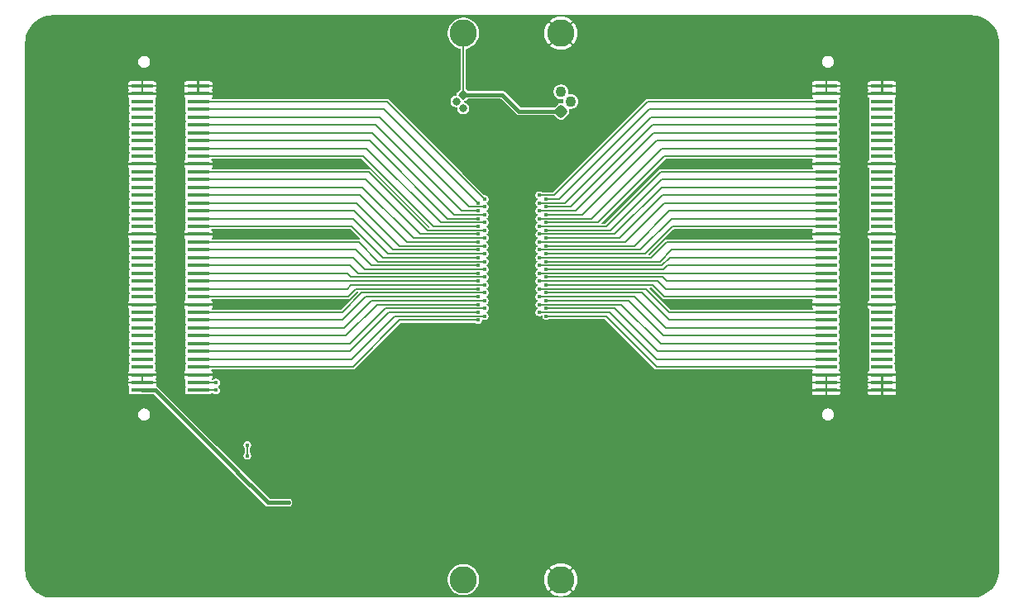
<source format=gbr>
%TF.GenerationSoftware,KiCad,Pcbnew,9.0.0-rc1*%
%TF.CreationDate,2025-02-06T15:55:17-05:00*%
%TF.ProjectId,ephys-test-module-64,65706879-732d-4746-9573-742d6d6f6475,A*%
%TF.SameCoordinates,Original*%
%TF.FileFunction,Copper,L2,Bot*%
%TF.FilePolarity,Positive*%
%FSLAX46Y46*%
G04 Gerber Fmt 4.6, Leading zero omitted, Abs format (unit mm)*
G04 Created by KiCad (PCBNEW 9.0.0-rc1) date 2025-02-06 15:55:17*
%MOMM*%
%LPD*%
G01*
G04 APERTURE LIST*
G04 Aperture macros list*
%AMRoundRect*
0 Rectangle with rounded corners*
0 $1 Rounding radius*
0 $2 $3 $4 $5 $6 $7 $8 $9 X,Y pos of 4 corners*
0 Add a 4 corners polygon primitive as box body*
4,1,4,$2,$3,$4,$5,$6,$7,$8,$9,$2,$3,0*
0 Add four circle primitives for the rounded corners*
1,1,$1+$1,$2,$3*
1,1,$1+$1,$4,$5*
1,1,$1+$1,$6,$7*
1,1,$1+$1,$8,$9*
0 Add four rect primitives between the rounded corners*
20,1,$1+$1,$2,$3,$4,$5,0*
20,1,$1+$1,$4,$5,$6,$7,0*
20,1,$1+$1,$6,$7,$8,$9,0*
20,1,$1+$1,$8,$9,$2,$3,0*%
G04 Aperture macros list end*
%TA.AperFunction,SMDPad,CuDef*%
%ADD10R,2.273000X0.410000*%
%TD*%
%TA.AperFunction,ComponentPad*%
%ADD11C,2.800000*%
%TD*%
%TA.AperFunction,ComponentPad*%
%ADD12RoundRect,0.200000X-0.282843X0.000000X0.000000X-0.282843X0.282843X0.000000X0.000000X0.282843X0*%
%TD*%
%TA.AperFunction,ComponentPad*%
%ADD13C,0.800000*%
%TD*%
%TA.AperFunction,ComponentPad*%
%ADD14RoundRect,0.275000X0.388909X0.000000X0.000000X0.388909X-0.388909X0.000000X0.000000X-0.388909X0*%
%TD*%
%TA.AperFunction,ComponentPad*%
%ADD15C,1.100000*%
%TD*%
%TA.AperFunction,ViaPad*%
%ADD16C,0.400000*%
%TD*%
%TA.AperFunction,Conductor*%
%ADD17C,0.150000*%
%TD*%
%TA.AperFunction,Conductor*%
%ADD18C,0.400000*%
%TD*%
G04 APERTURE END LIST*
D10*
%TO.P,J3,1,Pin_1*%
%TO.N,GND*%
X195863500Y-84400000D03*
%TO.P,J3,2,Pin_2*%
X190136500Y-84400000D03*
%TO.P,J3,3,Pin_3*%
X195863500Y-85200000D03*
%TO.P,J3,4,Pin_4*%
X190136500Y-85200000D03*
%TO.P,J3,5,Pin_5*%
%TO.N,/Headstage Interface/B12.E_{0}*%
X195863500Y-86000000D03*
%TO.P,J3,6,Pin_6*%
%TO.N,/Headstage Interface/B8.E_{0}*%
X190136500Y-86000000D03*
%TO.P,J3,7,Pin_7*%
%TO.N,/Headstage Interface/B12.E_{1}*%
X195863500Y-86800000D03*
%TO.P,J3,8,Pin_8*%
%TO.N,/Headstage Interface/B8.E_{1}*%
X190136500Y-86800000D03*
%TO.P,J3,9,Pin_9*%
%TO.N,/Headstage Interface/B12.E_{2}*%
X195863500Y-87600000D03*
%TO.P,J3,10,Pin_10*%
%TO.N,/Headstage Interface/B8.E_{2}*%
X190136500Y-87600000D03*
%TO.P,J3,11,Pin_11*%
%TO.N,/Headstage Interface/B12.E_{3}*%
X195863500Y-88400000D03*
%TO.P,J3,12,Pin_12*%
%TO.N,/Headstage Interface/B8.E_{3}*%
X190136500Y-88400000D03*
%TO.P,J3,13,Pin_13*%
%TO.N,/Headstage Interface/B12.E_{4}*%
X195863500Y-89200000D03*
%TO.P,J3,14,Pin_14*%
%TO.N,/Headstage Interface/B8.E_{4}*%
X190136500Y-89200000D03*
%TO.P,J3,15,Pin_15*%
%TO.N,/Headstage Interface/B12.E_{5}*%
X195863500Y-90000000D03*
%TO.P,J3,16,Pin_16*%
%TO.N,/Headstage Interface/B8.E_{5}*%
X190136500Y-90000000D03*
%TO.P,J3,17,Pin_17*%
%TO.N,/Headstage Interface/B12.E_{6}*%
X195863500Y-90800000D03*
%TO.P,J3,18,Pin_18*%
%TO.N,/Headstage Interface/B8.E_{6}*%
X190136500Y-90800000D03*
%TO.P,J3,19,Pin_19*%
%TO.N,/Headstage Interface/B12.E_{7}*%
X195863500Y-91600000D03*
%TO.P,J3,20,Pin_20*%
%TO.N,/Headstage Interface/B8.E_{7}*%
X190136500Y-91600000D03*
%TO.P,J3,21,Pin_21*%
%TO.N,GND*%
X195863500Y-92400000D03*
%TO.P,J3,22,Pin_22*%
X190136500Y-92400000D03*
%TO.P,J3,23,Pin_23*%
%TO.N,/Headstage Interface/B13.E_{0}*%
X195863500Y-93200000D03*
%TO.P,J3,24,Pin_24*%
%TO.N,/Headstage Interface/B9.E_{0}*%
X190136500Y-93200000D03*
%TO.P,J3,25,Pin_25*%
%TO.N,/Headstage Interface/B13.E_{1}*%
X195863500Y-94000000D03*
%TO.P,J3,26,Pin_26*%
%TO.N,/Headstage Interface/B9.E_{1}*%
X190136500Y-94000000D03*
%TO.P,J3,27,Pin_27*%
%TO.N,/Headstage Interface/B13.E_{2}*%
X195863500Y-94800000D03*
%TO.P,J3,28,Pin_28*%
%TO.N,/Headstage Interface/B9.E_{2}*%
X190136500Y-94800000D03*
%TO.P,J3,29,Pin_29*%
%TO.N,/Headstage Interface/B13.E_{3}*%
X195863500Y-95600000D03*
%TO.P,J3,30,Pin_30*%
%TO.N,/Headstage Interface/B9.E_{3}*%
X190136500Y-95600000D03*
%TO.P,J3,31,Pin_31*%
%TO.N,/Headstage Interface/B13.E_{4}*%
X195863500Y-96400000D03*
%TO.P,J3,32,Pin_32*%
%TO.N,/Headstage Interface/B9.E_{4}*%
X190136500Y-96400000D03*
%TO.P,J3,33,Pin_33*%
%TO.N,/Headstage Interface/B13.E_{5}*%
X195863500Y-97200000D03*
%TO.P,J3,34,Pin_34*%
%TO.N,/Headstage Interface/B9.E_{5}*%
X190136500Y-97200000D03*
%TO.P,J3,35,Pin_35*%
%TO.N,/Headstage Interface/B13.E_{6}*%
X195863500Y-98000000D03*
%TO.P,J3,36,Pin_36*%
%TO.N,/Headstage Interface/B9.E_{6}*%
X190136500Y-98000000D03*
%TO.P,J3,37,Pin_37*%
%TO.N,/Headstage Interface/B13.E_{7}*%
X195863500Y-98800000D03*
%TO.P,J3,38,Pin_38*%
%TO.N,/Headstage Interface/B9.E_{7}*%
X190136500Y-98800000D03*
%TO.P,J3,39,Pin_39*%
%TO.N,GND*%
X195863500Y-99600000D03*
%TO.P,J3,40,Pin_40*%
X190136500Y-99600000D03*
%TO.P,J3,41,Pin_41*%
%TO.N,/Headstage Interface/B14.E_{0}*%
X195863500Y-100400000D03*
%TO.P,J3,42,Pin_42*%
%TO.N,/Headstage Interface/B10.E_{0}*%
X190136500Y-100400000D03*
%TO.P,J3,43,Pin_43*%
%TO.N,/Headstage Interface/B14.E_{1}*%
X195863500Y-101200000D03*
%TO.P,J3,44,Pin_44*%
%TO.N,/Headstage Interface/B10.E_{1}*%
X190136500Y-101200000D03*
%TO.P,J3,45,Pin_45*%
%TO.N,/Headstage Interface/B14.E_{2}*%
X195863500Y-102000000D03*
%TO.P,J3,46,Pin_46*%
%TO.N,/Headstage Interface/B10.E_{2}*%
X190136500Y-102000000D03*
%TO.P,J3,47,Pin_47*%
%TO.N,/Headstage Interface/B14.E_{3}*%
X195863500Y-102800000D03*
%TO.P,J3,48,Pin_48*%
%TO.N,/Headstage Interface/B10.E_{3}*%
X190136500Y-102800000D03*
%TO.P,J3,49,Pin_49*%
%TO.N,/Headstage Interface/B14.E_{4}*%
X195863500Y-103600000D03*
%TO.P,J3,50,Pin_50*%
%TO.N,/Headstage Interface/B10.E_{4}*%
X190136500Y-103600000D03*
%TO.P,J3,51,Pin_51*%
%TO.N,/Headstage Interface/B14.E_{5}*%
X195863500Y-104400000D03*
%TO.P,J3,52,Pin_52*%
%TO.N,/Headstage Interface/B10.E_{5}*%
X190136500Y-104400000D03*
%TO.P,J3,53,Pin_53*%
%TO.N,/Headstage Interface/B14.E_{6}*%
X195863500Y-105200000D03*
%TO.P,J3,54,Pin_54*%
%TO.N,/Headstage Interface/B10.E_{6}*%
X190136500Y-105200000D03*
%TO.P,J3,55,Pin_55*%
%TO.N,/Headstage Interface/B14.E_{7}*%
X195863500Y-106000000D03*
%TO.P,J3,56,Pin_56*%
%TO.N,/Headstage Interface/B10.E_{7}*%
X190136500Y-106000000D03*
%TO.P,J3,57,Pin_57*%
%TO.N,GND*%
X195863500Y-106800000D03*
%TO.P,J3,58,Pin_58*%
X190136500Y-106800000D03*
%TO.P,J3,59,Pin_59*%
%TO.N,/Headstage Interface/B15.E_{0}*%
X195863500Y-107600000D03*
%TO.P,J3,60,Pin_60*%
%TO.N,/Headstage Interface/B11.E_{0}*%
X190136500Y-107600000D03*
%TO.P,J3,61,Pin_61*%
%TO.N,/Headstage Interface/B15.E_{1}*%
X195863500Y-108400000D03*
%TO.P,J3,62,Pin_62*%
%TO.N,/Headstage Interface/B11.E_{1}*%
X190136500Y-108400000D03*
%TO.P,J3,63,Pin_63*%
%TO.N,/Headstage Interface/B15.E_{2}*%
X195863500Y-109200000D03*
%TO.P,J3,64,Pin_64*%
%TO.N,/Headstage Interface/B11.E_{2}*%
X190136500Y-109200000D03*
%TO.P,J3,65,Pin_65*%
%TO.N,/Headstage Interface/B15.E_{3}*%
X195863500Y-110000000D03*
%TO.P,J3,66,Pin_66*%
%TO.N,/Headstage Interface/B11.E_{3}*%
X190136500Y-110000000D03*
%TO.P,J3,67,Pin_67*%
%TO.N,/Headstage Interface/B15.E_{4}*%
X195863500Y-110800000D03*
%TO.P,J3,68,Pin_68*%
%TO.N,/Headstage Interface/B11.E_{4}*%
X190136500Y-110800000D03*
%TO.P,J3,69,Pin_69*%
%TO.N,/Headstage Interface/B15.E_{5}*%
X195863500Y-111600000D03*
%TO.P,J3,70,Pin_70*%
%TO.N,/Headstage Interface/B11.E_{5}*%
X190136500Y-111600000D03*
%TO.P,J3,71,Pin_71*%
%TO.N,/Headstage Interface/B15.E_{6}*%
X195863500Y-112400000D03*
%TO.P,J3,72,Pin_72*%
%TO.N,/Headstage Interface/B11.E_{6}*%
X190136500Y-112400000D03*
%TO.P,J3,73,Pin_73*%
%TO.N,/Headstage Interface/B15.E_{7}*%
X195863500Y-113200000D03*
%TO.P,J3,74,Pin_74*%
%TO.N,/Headstage Interface/B11.E_{7}*%
X190136500Y-113200000D03*
%TO.P,J3,75,Pin_75*%
%TO.N,GND*%
X195863500Y-114000000D03*
%TO.P,J3,76,Pin_76*%
X190136500Y-114000000D03*
%TO.P,J3,77,Pin_77*%
X195863500Y-114800000D03*
%TO.P,J3,78,Pin_78*%
X190136500Y-114800000D03*
%TO.P,J3,79,Pin_79*%
X195863500Y-115600000D03*
%TO.P,J3,80,Pin_80*%
X190136500Y-115600000D03*
%TD*%
%TO.P,J2,1,Pin_1*%
%TO.N,GND*%
X125863500Y-84400000D03*
%TO.P,J2,2,Pin_2*%
X120136500Y-84400000D03*
%TO.P,J2,3,Pin_3*%
X125863500Y-85200000D03*
%TO.P,J2,4,Pin_4*%
X120136500Y-85200000D03*
%TO.P,J2,5,Pin_5*%
%TO.N,/Headstage Interface/B4.E_{0}*%
X125863500Y-86000000D03*
%TO.P,J2,6,Pin_6*%
%TO.N,/Headstage Interface/B0.E_{0}*%
X120136500Y-86000000D03*
%TO.P,J2,7,Pin_7*%
%TO.N,/Headstage Interface/B4.E_{1}*%
X125863500Y-86800000D03*
%TO.P,J2,8,Pin_8*%
%TO.N,/Headstage Interface/B0.E_{1}*%
X120136500Y-86800000D03*
%TO.P,J2,9,Pin_9*%
%TO.N,/Headstage Interface/B4.E_{2}*%
X125863500Y-87600000D03*
%TO.P,J2,10,Pin_10*%
%TO.N,/Headstage Interface/B0.E_{2}*%
X120136500Y-87600000D03*
%TO.P,J2,11,Pin_11*%
%TO.N,/Headstage Interface/B4.E_{3}*%
X125863500Y-88400000D03*
%TO.P,J2,12,Pin_12*%
%TO.N,/Headstage Interface/B0.E_{3}*%
X120136500Y-88400000D03*
%TO.P,J2,13,Pin_13*%
%TO.N,/Headstage Interface/B4.E_{4}*%
X125863500Y-89200000D03*
%TO.P,J2,14,Pin_14*%
%TO.N,/Headstage Interface/B0.E_{4}*%
X120136500Y-89200000D03*
%TO.P,J2,15,Pin_15*%
%TO.N,/Headstage Interface/B4.E_{5}*%
X125863500Y-90000000D03*
%TO.P,J2,16,Pin_16*%
%TO.N,/Headstage Interface/B0.E_{5}*%
X120136500Y-90000000D03*
%TO.P,J2,17,Pin_17*%
%TO.N,/Headstage Interface/B4.E_{6}*%
X125863500Y-90800000D03*
%TO.P,J2,18,Pin_18*%
%TO.N,/Headstage Interface/B0.E_{6}*%
X120136500Y-90800000D03*
%TO.P,J2,19,Pin_19*%
%TO.N,/Headstage Interface/B4.E_{7}*%
X125863500Y-91600000D03*
%TO.P,J2,20,Pin_20*%
%TO.N,/Headstage Interface/B0.E_{7}*%
X120136500Y-91600000D03*
%TO.P,J2,21,Pin_21*%
%TO.N,GND*%
X125863500Y-92400000D03*
%TO.P,J2,22,Pin_22*%
X120136500Y-92400000D03*
%TO.P,J2,23,Pin_23*%
%TO.N,/Headstage Interface/B5.E_{0}*%
X125863500Y-93200000D03*
%TO.P,J2,24,Pin_24*%
%TO.N,/Headstage Interface/B1.E_{0}*%
X120136500Y-93200000D03*
%TO.P,J2,25,Pin_25*%
%TO.N,/Headstage Interface/B5.E_{1}*%
X125863500Y-94000000D03*
%TO.P,J2,26,Pin_26*%
%TO.N,/Headstage Interface/B1.E_{1}*%
X120136500Y-94000000D03*
%TO.P,J2,27,Pin_27*%
%TO.N,/Headstage Interface/B5.E_{2}*%
X125863500Y-94800000D03*
%TO.P,J2,28,Pin_28*%
%TO.N,/Headstage Interface/B1.E_{2}*%
X120136500Y-94800000D03*
%TO.P,J2,29,Pin_29*%
%TO.N,/Headstage Interface/B5.E_{3}*%
X125863500Y-95600000D03*
%TO.P,J2,30,Pin_30*%
%TO.N,/Headstage Interface/B1.E_{3}*%
X120136500Y-95600000D03*
%TO.P,J2,31,Pin_31*%
%TO.N,/Headstage Interface/B5.E_{4}*%
X125863500Y-96400000D03*
%TO.P,J2,32,Pin_32*%
%TO.N,/Headstage Interface/B1.E_{4}*%
X120136500Y-96400000D03*
%TO.P,J2,33,Pin_33*%
%TO.N,/Headstage Interface/B5.E_{5}*%
X125863500Y-97200000D03*
%TO.P,J2,34,Pin_34*%
%TO.N,/Headstage Interface/B1.E_{5}*%
X120136500Y-97200000D03*
%TO.P,J2,35,Pin_35*%
%TO.N,/Headstage Interface/B5.E_{6}*%
X125863500Y-98000000D03*
%TO.P,J2,36,Pin_36*%
%TO.N,/Headstage Interface/B1.E_{6}*%
X120136500Y-98000000D03*
%TO.P,J2,37,Pin_37*%
%TO.N,/Headstage Interface/B5.E_{7}*%
X125863500Y-98800000D03*
%TO.P,J2,38,Pin_38*%
%TO.N,/Headstage Interface/B1.E_{7}*%
X120136500Y-98800000D03*
%TO.P,J2,39,Pin_39*%
%TO.N,GND*%
X125863500Y-99600000D03*
%TO.P,J2,40,Pin_40*%
X120136500Y-99600000D03*
%TO.P,J2,41,Pin_41*%
%TO.N,/Headstage Interface/B6.E_{0}*%
X125863500Y-100400000D03*
%TO.P,J2,42,Pin_42*%
%TO.N,/Headstage Interface/B2.E_{0}*%
X120136500Y-100400000D03*
%TO.P,J2,43,Pin_43*%
%TO.N,/Headstage Interface/B6.E_{1}*%
X125863500Y-101200000D03*
%TO.P,J2,44,Pin_44*%
%TO.N,/Headstage Interface/B2.E_{1}*%
X120136500Y-101200000D03*
%TO.P,J2,45,Pin_45*%
%TO.N,/Headstage Interface/B6.E_{2}*%
X125863500Y-102000000D03*
%TO.P,J2,46,Pin_46*%
%TO.N,/Headstage Interface/B2.E_{2}*%
X120136500Y-102000000D03*
%TO.P,J2,47,Pin_47*%
%TO.N,/Headstage Interface/B6.E_{3}*%
X125863500Y-102800000D03*
%TO.P,J2,48,Pin_48*%
%TO.N,/Headstage Interface/B2.E_{3}*%
X120136500Y-102800000D03*
%TO.P,J2,49,Pin_49*%
%TO.N,/Headstage Interface/B6.E_{4}*%
X125863500Y-103600000D03*
%TO.P,J2,50,Pin_50*%
%TO.N,/Headstage Interface/B2.E_{4}*%
X120136500Y-103600000D03*
%TO.P,J2,51,Pin_51*%
%TO.N,/Headstage Interface/B6.E_{5}*%
X125863500Y-104400000D03*
%TO.P,J2,52,Pin_52*%
%TO.N,/Headstage Interface/B2.E_{5}*%
X120136500Y-104400000D03*
%TO.P,J2,53,Pin_53*%
%TO.N,/Headstage Interface/B6.E_{6}*%
X125863500Y-105200000D03*
%TO.P,J2,54,Pin_54*%
%TO.N,/Headstage Interface/B2.E_{6}*%
X120136500Y-105200000D03*
%TO.P,J2,55,Pin_55*%
%TO.N,/Headstage Interface/B6.E_{7}*%
X125863500Y-106000000D03*
%TO.P,J2,56,Pin_56*%
%TO.N,/Headstage Interface/B2.E_{7}*%
X120136500Y-106000000D03*
%TO.P,J2,57,Pin_57*%
%TO.N,GND*%
X125863500Y-106800000D03*
%TO.P,J2,58,Pin_58*%
X120136500Y-106800000D03*
%TO.P,J2,59,Pin_59*%
%TO.N,/Headstage Interface/B7.E_{0}*%
X125863500Y-107600000D03*
%TO.P,J2,60,Pin_60*%
%TO.N,/Headstage Interface/B3.E_{0}*%
X120136500Y-107600000D03*
%TO.P,J2,61,Pin_61*%
%TO.N,/Headstage Interface/B7.E_{1}*%
X125863500Y-108400000D03*
%TO.P,J2,62,Pin_62*%
%TO.N,/Headstage Interface/B3.E_{1}*%
X120136500Y-108400000D03*
%TO.P,J2,63,Pin_63*%
%TO.N,/Headstage Interface/B7.E_{2}*%
X125863500Y-109200000D03*
%TO.P,J2,64,Pin_64*%
%TO.N,/Headstage Interface/B3.E_{2}*%
X120136500Y-109200000D03*
%TO.P,J2,65,Pin_65*%
%TO.N,/Headstage Interface/B7.E_{3}*%
X125863500Y-110000000D03*
%TO.P,J2,66,Pin_66*%
%TO.N,/Headstage Interface/B3.E_{3}*%
X120136500Y-110000000D03*
%TO.P,J2,67,Pin_67*%
%TO.N,/Headstage Interface/B7.E_{4}*%
X125863500Y-110800000D03*
%TO.P,J2,68,Pin_68*%
%TO.N,/Headstage Interface/B3.E_{4}*%
X120136500Y-110800000D03*
%TO.P,J2,69,Pin_69*%
%TO.N,/Headstage Interface/B7.E_{5}*%
X125863500Y-111600000D03*
%TO.P,J2,70,Pin_70*%
%TO.N,/Headstage Interface/B3.E_{5}*%
X120136500Y-111600000D03*
%TO.P,J2,71,Pin_71*%
%TO.N,/Headstage Interface/B7.E_{6}*%
X125863500Y-112400000D03*
%TO.P,J2,72,Pin_72*%
%TO.N,/Headstage Interface/B3.E_{6}*%
X120136500Y-112400000D03*
%TO.P,J2,73,Pin_73*%
%TO.N,/Headstage Interface/B7.E_{7}*%
X125863500Y-113200000D03*
%TO.P,J2,74,Pin_74*%
%TO.N,/Headstage Interface/B3.E_{7}*%
X120136500Y-113200000D03*
%TO.P,J2,75,Pin_75*%
%TO.N,GND*%
X125863500Y-114000000D03*
%TO.P,J2,76,Pin_76*%
X120136500Y-114000000D03*
%TO.P,J2,77,Pin_77*%
%TO.N,/Test Signal Interface/SCL*%
X125863500Y-114800000D03*
%TO.P,J2,78,Pin_78*%
%TO.N,GND*%
X120136500Y-114800000D03*
%TO.P,J2,79,Pin_79*%
%TO.N,/Test Signal Interface/SDA*%
X125863500Y-115600000D03*
%TO.P,J2,80,Pin_80*%
%TO.N,VCC*%
X120136500Y-115600000D03*
%TD*%
D11*
%TO.P,TP1,1,1*%
%TO.N,/Headstage Interface/E_{stim}*%
X153000000Y-135000000D03*
%TD*%
%TO.P,TP2,1,1*%
%TO.N,GND*%
X163000000Y-135000000D03*
%TD*%
%TO.P,TP4,1,1*%
%TO.N,GND*%
X163000000Y-79000000D03*
%TD*%
D12*
%TO.P,LD1,1,A*%
%TO.N,/Headstage Interface/A*%
X153000000Y-85300000D03*
D13*
%TO.P,LD1,2,NC*%
%TO.N,unconnected-(LD1-NC-Pad2)*%
X152300000Y-86000000D03*
%TO.P,LD1,3,C*%
%TO.N,/Headstage Interface/K_{0}*%
X153000000Y-86700000D03*
%TD*%
D14*
%TO.P,LD2,1,A*%
%TO.N,/Headstage Interface/A*%
X163000000Y-87000000D03*
D15*
%TO.P,LD2,2,NC*%
%TO.N,unconnected-(LD2-NC-Pad2)*%
X164000000Y-86000000D03*
%TO.P,LD2,3,C*%
%TO.N,/Headstage Interface/K_{1}*%
X163000000Y-85000000D03*
%TD*%
D11*
%TO.P,TP3,1,1*%
%TO.N,/Headstage Interface/A*%
X153000000Y-79000000D03*
%TD*%
D16*
%TO.N,GND*%
X157900000Y-95700000D03*
X202300000Y-124800000D03*
X175500000Y-99600000D03*
X113500000Y-81700000D03*
X128900000Y-99600000D03*
X113269807Y-112500000D03*
X153400000Y-91900000D03*
X133600000Y-117000000D03*
X161400000Y-132300000D03*
X187500000Y-92500000D03*
X135000000Y-80800000D03*
X166800000Y-111700000D03*
X148400000Y-81100000D03*
X113800000Y-133900000D03*
X138700000Y-106800000D03*
X187200000Y-99600000D03*
X179700000Y-132600000D03*
X203200000Y-107500000D03*
X141400000Y-92500000D03*
X152000000Y-122200000D03*
X175300000Y-106800000D03*
X187500000Y-106800000D03*
X140100000Y-99600000D03*
X128900000Y-133600000D03*
X113100000Y-94400000D03*
X158000000Y-106300000D03*
X159400000Y-113200000D03*
X203000000Y-80900000D03*
X174500000Y-92400000D03*
X193900000Y-134700000D03*
X148100000Y-112900000D03*
X184300000Y-116500000D03*
X202900000Y-91100000D03*
X129000000Y-107000000D03*
X129000000Y-92400000D03*
X184900000Y-80200000D03*
X174067445Y-80221652D03*
X161900000Y-92500000D03*
X141900000Y-133000000D03*
%TO.N,VCC*%
X131900000Y-126000000D03*
X129250000Y-123350000D03*
X135100000Y-127100000D03*
X134600000Y-127100000D03*
X130500000Y-124600000D03*
%TO.N,/Headstage Interface/B7.E_{7}*%
X154500000Y-108400000D03*
%TO.N,/Headstage Interface/B5.E_{0}*%
X155200000Y-99200000D03*
%TO.N,/Headstage Interface/B5.E_{2}*%
X155200000Y-100000000D03*
%TO.N,/Headstage Interface/B7.E_{3}*%
X154500000Y-106800000D03*
%TO.N,/Headstage Interface/B7.E_{1}*%
X154500000Y-106000000D03*
%TO.N,/Headstage Interface/B5.E_{5}*%
X154500000Y-101200000D03*
%TO.N,/Headstage Interface/B4.E_{7}*%
X154500000Y-98800000D03*
%TO.N,/Headstage Interface/B4.E_{5}*%
X154500000Y-98000000D03*
%TO.N,/Headstage Interface/B4.E_{2}*%
X155200000Y-96800000D03*
%TO.N,/Headstage Interface/B6.E_{2}*%
X155200000Y-103200000D03*
%TO.N,/Headstage Interface/B4.E_{3}*%
X154500000Y-97200000D03*
%TO.N,/Headstage Interface/B7.E_{5}*%
X154500000Y-107600000D03*
%TO.N,/Headstage Interface/B7.E_{0}*%
X155200000Y-105600000D03*
%TO.N,/Headstage Interface/B7.E_{4}*%
X155200000Y-107200000D03*
%TO.N,/Headstage Interface/B4.E_{6}*%
X155200000Y-98400000D03*
%TO.N,/Headstage Interface/B6.E_{5}*%
X154500000Y-104400000D03*
%TO.N,/Headstage Interface/B7.E_{6}*%
X155200000Y-108000000D03*
%TO.N,/Headstage Interface/B7.E_{2}*%
X155200000Y-106400000D03*
%TO.N,/Headstage Interface/B5.E_{7}*%
X154500000Y-102000000D03*
%TO.N,/Headstage Interface/B6.E_{7}*%
X154500000Y-105200000D03*
%TO.N,/Headstage Interface/B6.E_{0}*%
X155200000Y-102400000D03*
%TO.N,/Headstage Interface/B5.E_{1}*%
X154500000Y-99600000D03*
%TO.N,/Headstage Interface/B4.E_{4}*%
X155200000Y-97600000D03*
%TO.N,/Headstage Interface/B4.E_{0}*%
X155200000Y-96000000D03*
%TO.N,/Headstage Interface/B6.E_{6}*%
X155200000Y-104800000D03*
%TO.N,/Headstage Interface/B6.E_{1}*%
X154500000Y-102800000D03*
%TO.N,/Headstage Interface/B5.E_{6}*%
X155200000Y-101600000D03*
%TO.N,/Headstage Interface/B6.E_{4}*%
X155200000Y-104000000D03*
%TO.N,/Headstage Interface/B5.E_{4}*%
X155200000Y-100800000D03*
%TO.N,/Headstage Interface/B5.E_{3}*%
X154500000Y-100400000D03*
%TO.N,/Headstage Interface/B4.E_{1}*%
X154500000Y-96400000D03*
%TO.N,/Headstage Interface/B6.E_{3}*%
X154500000Y-103600000D03*
%TO.N,/Headstage Interface/B8.E_{2}*%
X160800000Y-96400000D03*
%TO.N,/Test Signal Interface/SDA*%
X127700000Y-115600000D03*
%TO.N,/Headstage Interface/B10.E_{4}*%
X160800000Y-103600000D03*
%TO.N,/Headstage Interface/B8.E_{7}*%
X161500000Y-98400000D03*
%TO.N,/Test Signal Interface/SCL*%
X127700000Y-114800000D03*
X130900000Y-121200000D03*
X130900000Y-122300000D03*
%TO.N,/Headstage Interface/B8.E_{3}*%
X161500000Y-96800000D03*
%TO.N,/Headstage Interface/B11.E_{5}*%
X161500000Y-107200000D03*
%TO.N,/Headstage Interface/B8.E_{4}*%
X160800000Y-97200000D03*
%TO.N,/Headstage Interface/B9.E_{1}*%
X161500000Y-99200000D03*
%TO.N,/Headstage Interface/B8.E_{0}*%
X160800000Y-95600000D03*
%TO.N,/Headstage Interface/B9.E_{0}*%
X160800000Y-98800000D03*
%TO.N,/Headstage Interface/B9.E_{5}*%
X161500000Y-100800000D03*
%TO.N,/Headstage Interface/B10.E_{3}*%
X161500000Y-103200000D03*
%TO.N,/Headstage Interface/B11.E_{4}*%
X160800000Y-106800000D03*
%TO.N,/Headstage Interface/B10.E_{1}*%
X161500000Y-102400000D03*
%TO.N,/Headstage Interface/B10.E_{2}*%
X160800000Y-102800000D03*
%TO.N,/Headstage Interface/B10.E_{7}*%
X161500000Y-104800000D03*
%TO.N,/Headstage Interface/B9.E_{3}*%
X161500000Y-100000000D03*
%TO.N,/Headstage Interface/B9.E_{4}*%
X160800000Y-100400000D03*
%TO.N,/Headstage Interface/B11.E_{0}*%
X160800000Y-105200000D03*
%TO.N,/Headstage Interface/B11.E_{6}*%
X160800000Y-107600000D03*
%TO.N,/Headstage Interface/B9.E_{6}*%
X160800000Y-101200000D03*
%TO.N,/Headstage Interface/B8.E_{1}*%
X161500000Y-96000000D03*
%TO.N,/Headstage Interface/B11.E_{1}*%
X161500000Y-105600000D03*
%TO.N,/Headstage Interface/B8.E_{6}*%
X160800000Y-98000000D03*
%TO.N,/Headstage Interface/B11.E_{3}*%
X161500000Y-106400000D03*
%TO.N,/Headstage Interface/B9.E_{7}*%
X161500000Y-101600000D03*
%TO.N,/Headstage Interface/B9.E_{2}*%
X160800000Y-99600000D03*
%TO.N,/Headstage Interface/B8.E_{5}*%
X161500000Y-97600000D03*
%TO.N,/Headstage Interface/B11.E_{7}*%
X161500000Y-108000000D03*
%TO.N,/Headstage Interface/B10.E_{6}*%
X160800000Y-104400000D03*
%TO.N,/Headstage Interface/B10.E_{0}*%
X160800000Y-102000000D03*
%TO.N,/Headstage Interface/B10.E_{5}*%
X161500000Y-104000000D03*
%TO.N,/Headstage Interface/B11.E_{2}*%
X160800000Y-106000000D03*
%TD*%
D17*
%TO.N,/Headstage Interface/B10.E_{2}*%
X174150000Y-102000000D02*
X190136500Y-102000000D01*
X173350000Y-102800000D02*
X174150000Y-102000000D01*
X160800000Y-102800000D02*
X173350000Y-102800000D01*
%TO.N,/Headstage Interface/B10.E_{1}*%
X174316748Y-101200000D02*
X190136500Y-101200000D01*
X173116748Y-102400000D02*
X174316748Y-101200000D01*
X161500000Y-102400000D02*
X173116748Y-102400000D01*
D18*
%TO.N,VCC*%
X135100000Y-127100000D02*
X133000000Y-127100000D01*
X129250000Y-123350000D02*
X121500000Y-115600000D01*
X133000000Y-127100000D02*
X131900000Y-126000000D01*
X131900000Y-126000000D02*
X130500000Y-124600000D01*
X121500000Y-115600000D02*
X120136500Y-115600000D01*
X129250000Y-123350000D02*
X130500000Y-124600000D01*
D17*
%TO.N,/Headstage Interface/B7.E_{7}*%
X141700000Y-113200000D02*
X125863500Y-113200000D01*
X146500000Y-108400000D02*
X141700000Y-113200000D01*
X154500000Y-108400000D02*
X146500000Y-108400000D01*
%TO.N,/Headstage Interface/B5.E_{0}*%
X149312824Y-99200000D02*
X143312824Y-93200000D01*
X155200000Y-99200000D02*
X149312824Y-99200000D01*
X143312824Y-93200000D02*
X125863500Y-93200000D01*
%TO.N,/Headstage Interface/B5.E_{2}*%
X155200000Y-100000000D02*
X147900000Y-100000000D01*
X147900000Y-100000000D02*
X142700000Y-94800000D01*
X142700000Y-94800000D02*
X125863500Y-94800000D01*
%TO.N,/Headstage Interface/B7.E_{3}*%
X125863500Y-110000000D02*
X140999998Y-110000000D01*
X140999998Y-110000000D02*
X144199998Y-106800000D01*
X144199998Y-106800000D02*
X154500000Y-106800000D01*
%TO.N,/Headstage Interface/B7.E_{1}*%
X143000000Y-106000000D02*
X154500000Y-106000000D01*
X125863500Y-108400000D02*
X140600000Y-108400000D01*
X140600000Y-108400000D02*
X143000000Y-106000000D01*
%TO.N,/Headstage Interface/B5.E_{5}*%
X145800000Y-101200000D02*
X141800000Y-97200000D01*
X154500000Y-101200000D02*
X145800000Y-101200000D01*
X141800000Y-97200000D02*
X125863500Y-97200000D01*
%TO.N,/Headstage Interface/B4.E_{7}*%
X142712824Y-91600000D02*
X125863500Y-91600000D01*
X149912824Y-98800000D02*
X142712824Y-91600000D01*
X154500000Y-98800000D02*
X149912824Y-98800000D01*
%TO.N,/Headstage Interface/B4.E_{5}*%
X143400002Y-90000000D02*
X125863500Y-90000000D01*
X154500000Y-98000000D02*
X151400002Y-98000000D01*
X151400002Y-98000000D02*
X143400002Y-90000000D01*
%TO.N,/Headstage Interface/B4.E_{2}*%
X144400002Y-87600000D02*
X153600002Y-96800000D01*
X125863500Y-87600000D02*
X144400002Y-87600000D01*
X153600002Y-96800000D02*
X155200000Y-96800000D01*
%TO.N,/Headstage Interface/B6.E_{2}*%
X155200000Y-103200000D02*
X142900000Y-103200000D01*
X141700000Y-102000000D02*
X125863500Y-102000000D01*
X142900000Y-103200000D02*
X141700000Y-102000000D01*
%TO.N,/Headstage Interface/B4.E_{3}*%
X152800002Y-97200000D02*
X154500000Y-97200000D01*
X125863500Y-88400000D02*
X144000002Y-88400000D01*
X144000002Y-88400000D02*
X152800002Y-97200000D01*
%TO.N,/Headstage Interface/B7.E_{5}*%
X125863500Y-111600000D02*
X141400000Y-111600000D01*
X141400000Y-111600000D02*
X145400000Y-107600000D01*
X145400000Y-107600000D02*
X154500000Y-107600000D01*
%TO.N,/Headstage Interface/B7.E_{0}*%
X154500000Y-105600000D02*
X155200000Y-105600000D01*
X140599998Y-107600000D02*
X142595998Y-105604000D01*
X142595998Y-105604000D02*
X154496000Y-105604000D01*
X154496000Y-105604000D02*
X154500000Y-105600000D01*
X125863500Y-107600000D02*
X140599998Y-107600000D01*
%TO.N,/Headstage Interface/B7.E_{4}*%
X154664029Y-107204000D02*
X154680014Y-107219986D01*
X154680014Y-107219986D02*
X154700000Y-107200000D01*
X125863500Y-110800000D02*
X141400000Y-110800000D01*
X141400000Y-110800000D02*
X144996000Y-107204000D01*
X144996000Y-107204000D02*
X154664029Y-107204000D01*
X154700000Y-107200000D02*
X155200000Y-107200000D01*
%TO.N,/Headstage Interface/B4.E_{6}*%
X150700004Y-98400000D02*
X155200000Y-98400000D01*
X125863500Y-90800000D02*
X143100004Y-90800000D01*
X143100004Y-90800000D02*
X150700004Y-98400000D01*
%TO.N,/Headstage Interface/B6.E_{5}*%
X154500000Y-104400000D02*
X125863500Y-104400000D01*
%TO.N,/Headstage Interface/B7.E_{6}*%
X125863500Y-112400000D02*
X125931750Y-112468250D01*
X125931750Y-112468250D02*
X141531750Y-112468250D01*
X154500000Y-108000000D02*
X155200000Y-108000000D01*
X145996000Y-108004000D02*
X154496000Y-108004000D01*
X154496000Y-108004000D02*
X154500000Y-108000000D01*
X141531750Y-112468250D02*
X145996000Y-108004000D01*
%TO.N,/Headstage Interface/B7.E_{2}*%
X140800000Y-109200000D02*
X125863500Y-109200000D01*
X143600000Y-106400000D02*
X140800000Y-109200000D01*
X155200000Y-106400000D02*
X143600000Y-106400000D01*
%TO.N,/Headstage Interface/B5.E_{7}*%
X141600002Y-98800000D02*
X125863500Y-98800000D01*
X144800002Y-102000000D02*
X141600002Y-98800000D01*
X154500000Y-102000000D02*
X144800002Y-102000000D01*
%TO.N,/Headstage Interface/B6.E_{7}*%
X125863500Y-106000000D02*
X141200000Y-106000000D01*
X141200000Y-106000000D02*
X142000000Y-105200000D01*
X142000000Y-105200000D02*
X154500000Y-105200000D01*
%TO.N,/Headstage Interface/B6.E_{0}*%
X144300002Y-102400000D02*
X142300002Y-100400000D01*
X142300002Y-100400000D02*
X125863500Y-100400000D01*
X155200000Y-102400000D02*
X144300002Y-102400000D01*
%TO.N,/Headstage Interface/B5.E_{1}*%
X143012826Y-94000000D02*
X125863500Y-94000000D01*
X148612826Y-99600000D02*
X143012826Y-94000000D01*
X154500000Y-99600000D02*
X148612826Y-99600000D01*
%TO.N,/Headstage Interface/B4.E_{4}*%
X152100004Y-97600000D02*
X143700004Y-89200000D01*
X143700004Y-89200000D02*
X125863500Y-89200000D01*
X155200000Y-97600000D02*
X152100004Y-97600000D01*
%TO.N,/Headstage Interface/B4.E_{0}*%
X155200000Y-96000000D02*
X145200000Y-86000000D01*
X145200000Y-86000000D02*
X125863500Y-86000000D01*
D18*
%TO.N,/Headstage Interface/A*%
X153000000Y-85300000D02*
X157000000Y-85300000D01*
X157000000Y-85300000D02*
X158700000Y-87000000D01*
D17*
X153000000Y-79000000D02*
X153000000Y-85300000D01*
D18*
X158700000Y-87000000D02*
X163000000Y-87000000D01*
D17*
%TO.N,/Headstage Interface/B6.E_{6}*%
X154680014Y-104819986D02*
X154664029Y-104804000D01*
X154700000Y-104800000D02*
X154680014Y-104819986D01*
X155200000Y-104800000D02*
X154700000Y-104800000D01*
X141496000Y-104804000D02*
X141100000Y-105200000D01*
X154664029Y-104804000D02*
X141496000Y-104804000D01*
X141100000Y-105200000D02*
X125863500Y-105200000D01*
%TO.N,/Headstage Interface/B6.E_{1}*%
X154500000Y-102800000D02*
X143600000Y-102800000D01*
X142000000Y-101200000D02*
X125863500Y-101200000D01*
X143600000Y-102800000D02*
X142000000Y-101200000D01*
%TO.N,/Headstage Interface/B5.E_{6}*%
X141700002Y-98000000D02*
X125863500Y-98000000D01*
X145300002Y-101600000D02*
X141700002Y-98000000D01*
X155200000Y-101600000D02*
X145300002Y-101600000D01*
%TO.N,/Headstage Interface/B6.E_{4}*%
X141100000Y-103600000D02*
X125863500Y-103600000D01*
X155200000Y-104000000D02*
X141500000Y-104000000D01*
X141500000Y-104000000D02*
X141100000Y-103600000D01*
%TO.N,/Headstage Interface/B5.E_{4}*%
X146500002Y-100800000D02*
X155200000Y-100800000D01*
X142100002Y-96400000D02*
X146500002Y-100800000D01*
X125863500Y-96400000D02*
X142100002Y-96400000D01*
%TO.N,/Headstage Interface/B5.E_{3}*%
X154500000Y-100400000D02*
X147200002Y-100400000D01*
X142400002Y-95600000D02*
X125863500Y-95600000D01*
X147200002Y-100400000D02*
X142400002Y-95600000D01*
%TO.N,/Headstage Interface/B4.E_{1}*%
X144900000Y-86800000D02*
X125863500Y-86800000D01*
X154500000Y-96400000D02*
X144900000Y-86800000D01*
%TO.N,/Headstage Interface/B6.E_{3}*%
X142199998Y-103600000D02*
X141399998Y-102800000D01*
X154500000Y-103600000D02*
X142199998Y-103600000D01*
X141399998Y-102800000D02*
X125863500Y-102800000D01*
%TO.N,/Headstage Interface/B8.E_{2}*%
X163400000Y-96400000D02*
X172200000Y-87600000D01*
X160800000Y-96400000D02*
X163400000Y-96400000D01*
X172200000Y-87600000D02*
X190136500Y-87600000D01*
%TO.N,/Test Signal Interface/SDA*%
X127700000Y-115600000D02*
X125863500Y-115600000D01*
%TO.N,/Headstage Interface/B10.E_{4}*%
X160800000Y-103600000D02*
X190136500Y-103600000D01*
%TO.N,/Headstage Interface/B8.E_{7}*%
X166800000Y-98400000D02*
X173600000Y-91600000D01*
X173600000Y-91600000D02*
X190136500Y-91600000D01*
X161500000Y-98400000D02*
X166800000Y-98400000D01*
%TO.N,/Test Signal Interface/SCL*%
X125863500Y-114800000D02*
X127700000Y-114800000D01*
X130900000Y-121200000D02*
X130900000Y-122300000D01*
%TO.N,/Headstage Interface/B8.E_{3}*%
X161500000Y-96800000D02*
X164000000Y-96800000D01*
X172400000Y-88400000D02*
X190136500Y-88400000D01*
X164000000Y-96800000D02*
X172400000Y-88400000D01*
%TO.N,/Headstage Interface/B11.E_{5}*%
X172900000Y-111600000D02*
X190136500Y-111600000D01*
X161500000Y-107200000D02*
X168500000Y-107200000D01*
X168500000Y-107200000D02*
X172900000Y-111600000D01*
%TO.N,/Headstage Interface/B8.E_{4}*%
X160800000Y-97200000D02*
X164500000Y-97200000D01*
X164500000Y-97200000D02*
X172500000Y-89200000D01*
X172500000Y-89200000D02*
X190136500Y-89200000D01*
%TO.N,/Headstage Interface/B9.E_{1}*%
X168100000Y-99200000D02*
X173300000Y-94000000D01*
X173300000Y-94000000D02*
X190136500Y-94000000D01*
X161500000Y-99200000D02*
X168100000Y-99200000D01*
%TO.N,/Headstage Interface/B8.E_{0}*%
X161300000Y-95600000D02*
X161319986Y-95580014D01*
X171900000Y-86000000D02*
X190136500Y-86000000D01*
X161319986Y-95580014D02*
X161335971Y-95596000D01*
X160800000Y-95600000D02*
X161300000Y-95600000D01*
X161335971Y-95596000D02*
X162304000Y-95596000D01*
X162304000Y-95596000D02*
X171900000Y-86000000D01*
%TO.N,/Headstage Interface/B9.E_{0}*%
X173200000Y-93200000D02*
X190136500Y-93200000D01*
X167600000Y-98800000D02*
X173200000Y-93200000D01*
X160800000Y-98800000D02*
X167600000Y-98800000D01*
%TO.N,/Headstage Interface/B9.E_{5}*%
X161500000Y-100800000D02*
X170500000Y-100800000D01*
X174100000Y-97200000D02*
X190136500Y-97200000D01*
X170500000Y-100800000D02*
X174100000Y-97200000D01*
%TO.N,/Headstage Interface/B10.E_{3}*%
X161500000Y-103200000D02*
X173500000Y-103200000D01*
X173500000Y-103200000D02*
X173900000Y-102800000D01*
X173900000Y-102800000D02*
X190136500Y-102800000D01*
%TO.N,/Headstage Interface/B11.E_{4}*%
X169204000Y-106804000D02*
X173200000Y-110800000D01*
X173200000Y-110800000D02*
X190136500Y-110800000D01*
X161500000Y-106800000D02*
X161504000Y-106804000D01*
X160800000Y-106800000D02*
X161500000Y-106800000D01*
X161504000Y-106804000D02*
X169204000Y-106804000D01*
%TO.N,/Headstage Interface/B10.E_{7}*%
X173600000Y-106000000D02*
X190136500Y-106000000D01*
X172400000Y-104800000D02*
X173600000Y-106000000D01*
X161500000Y-104800000D02*
X172400000Y-104800000D01*
%TO.N,/Headstage Interface/B9.E_{3}*%
X161500000Y-100000000D02*
X169000000Y-100000000D01*
X173400000Y-95600000D02*
X190136500Y-95600000D01*
X169000000Y-100000000D02*
X173400000Y-95600000D01*
%TO.N,/Headstage Interface/B9.E_{4}*%
X169600000Y-100400000D02*
X173600000Y-96400000D01*
X160800000Y-100400000D02*
X169600000Y-100400000D01*
X173600000Y-96400000D02*
X190136500Y-96400000D01*
%TO.N,/Headstage Interface/B11.E_{0}*%
X160800000Y-105200000D02*
X171700000Y-105200000D01*
X174100000Y-107600000D02*
X190136500Y-107600000D01*
X171700000Y-105200000D02*
X174100000Y-107600000D01*
%TO.N,/Headstage Interface/B11.E_{6}*%
X160800000Y-107600000D02*
X168000000Y-107600000D01*
X172800000Y-112400000D02*
X190136500Y-112400000D01*
X168000000Y-107600000D02*
X172800000Y-112400000D01*
%TO.N,/Headstage Interface/B9.E_{6}*%
X160800000Y-101200000D02*
X171100000Y-101200000D01*
X174300000Y-98000000D02*
X190136500Y-98000000D01*
X171100000Y-101200000D02*
X174300000Y-98000000D01*
%TO.N,/Headstage Interface/B8.E_{1}*%
X162800000Y-96000000D02*
X172000000Y-86800000D01*
X172000000Y-86800000D02*
X190136500Y-86800000D01*
X161500000Y-96000000D02*
X162800000Y-96000000D01*
%TO.N,/Headstage Interface/B11.E_{1}*%
X171300000Y-105600000D02*
X174100000Y-108400000D01*
X174100000Y-108400000D02*
X190136500Y-108400000D01*
X161500000Y-105600000D02*
X171300000Y-105600000D01*
%TO.N,/Headstage Interface/B8.E_{6}*%
X173300000Y-90800000D02*
X190136500Y-90800000D01*
X160800000Y-98000000D02*
X166100000Y-98000000D01*
X166100000Y-98000000D02*
X173300000Y-90800000D01*
%TO.N,/Headstage Interface/B11.E_{3}*%
X169900000Y-106400000D02*
X173500000Y-110000000D01*
X161500000Y-106400000D02*
X169900000Y-106400000D01*
X173500000Y-110000000D02*
X190136500Y-110000000D01*
%TO.N,/Headstage Interface/B9.E_{7}*%
X171600000Y-101600000D02*
X174400000Y-98800000D01*
X161500000Y-101600000D02*
X171600000Y-101600000D01*
X174400000Y-98800000D02*
X190136500Y-98800000D01*
%TO.N,/Headstage Interface/B9.E_{2}*%
X160800000Y-99600000D02*
X168500000Y-99600000D01*
X168500000Y-99600000D02*
X173300000Y-94800000D01*
X173300000Y-94800000D02*
X190136500Y-94800000D01*
%TO.N,/Headstage Interface/B8.E_{5}*%
X172800000Y-90000000D02*
X190136500Y-90000000D01*
X161500000Y-97600000D02*
X165200000Y-97600000D01*
X165200000Y-97600000D02*
X172800000Y-90000000D01*
%TO.N,/Headstage Interface/B11.E_{7}*%
X161500000Y-108000000D02*
X167600000Y-108000000D01*
X167600000Y-108000000D02*
X172800000Y-113200000D01*
X172800000Y-113200000D02*
X190136500Y-113200000D01*
%TO.N,/Headstage Interface/B10.E_{6}*%
X160800000Y-104400000D02*
X172900000Y-104400000D01*
X173700000Y-105200000D02*
X190136500Y-105200000D01*
X172900000Y-104400000D02*
X173700000Y-105200000D01*
%TO.N,/Headstage Interface/B10.E_{0}*%
X173800000Y-100400000D02*
X190136500Y-100400000D01*
X160800000Y-102000000D02*
X172200000Y-102000000D01*
X172200000Y-102000000D02*
X173800000Y-100400000D01*
%TO.N,/Headstage Interface/B10.E_{5}*%
X173400000Y-104000000D02*
X173800000Y-104400000D01*
X173800000Y-104400000D02*
X190136500Y-104400000D01*
X161500000Y-104000000D02*
X173400000Y-104000000D01*
%TO.N,/Headstage Interface/B11.E_{2}*%
X160800000Y-106000000D02*
X170500000Y-106000000D01*
X173700000Y-109200000D02*
X190136500Y-109200000D01*
X170500000Y-106000000D02*
X173700000Y-109200000D01*
%TD*%
%TA.AperFunction,Conductor*%
%TO.N,GND*%
G36*
X205002065Y-77150615D02*
G01*
X205314905Y-77168184D01*
X205323141Y-77169113D01*
X205629975Y-77221246D01*
X205638058Y-77223091D01*
X205937147Y-77309256D01*
X205944960Y-77311990D01*
X206125477Y-77386763D01*
X206232511Y-77431098D01*
X206239987Y-77434698D01*
X206512398Y-77585254D01*
X206519412Y-77589662D01*
X206713263Y-77727207D01*
X206773239Y-77769762D01*
X206779726Y-77774934D01*
X207011807Y-77982334D01*
X207017665Y-77988192D01*
X207172233Y-78161154D01*
X207225064Y-78220272D01*
X207230237Y-78226760D01*
X207410333Y-78480581D01*
X207414749Y-78487608D01*
X207565301Y-78760012D01*
X207568901Y-78767488D01*
X207688005Y-79055029D01*
X207690746Y-79062862D01*
X207776907Y-79361937D01*
X207778753Y-79370027D01*
X207830885Y-79676852D01*
X207831815Y-79685099D01*
X207849384Y-79997934D01*
X207849500Y-80002083D01*
X207849500Y-133997916D01*
X207849384Y-134002065D01*
X207831815Y-134314900D01*
X207830885Y-134323147D01*
X207778753Y-134629972D01*
X207776907Y-134638062D01*
X207690746Y-134937137D01*
X207688005Y-134944970D01*
X207568901Y-135232511D01*
X207565301Y-135239987D01*
X207414749Y-135512391D01*
X207410333Y-135519418D01*
X207230237Y-135773239D01*
X207225064Y-135779727D01*
X207017670Y-136011802D01*
X207011802Y-136017670D01*
X206779727Y-136225064D01*
X206773239Y-136230237D01*
X206519418Y-136410333D01*
X206512391Y-136414749D01*
X206239987Y-136565301D01*
X206232511Y-136568901D01*
X205944970Y-136688005D01*
X205937137Y-136690746D01*
X205638062Y-136776907D01*
X205629972Y-136778753D01*
X205323147Y-136830885D01*
X205314900Y-136831815D01*
X205002066Y-136849384D01*
X204997917Y-136849500D01*
X111002083Y-136849500D01*
X110997934Y-136849384D01*
X110685099Y-136831815D01*
X110676852Y-136830885D01*
X110370027Y-136778753D01*
X110361937Y-136776907D01*
X110062862Y-136690746D01*
X110055029Y-136688005D01*
X109767488Y-136568901D01*
X109760012Y-136565301D01*
X109487608Y-136414749D01*
X109480581Y-136410333D01*
X109422144Y-136368870D01*
X109298109Y-136280862D01*
X109226760Y-136230237D01*
X109220272Y-136225064D01*
X109106394Y-136123297D01*
X108988192Y-136017665D01*
X108982334Y-136011807D01*
X108774934Y-135779726D01*
X108769762Y-135773239D01*
X108755759Y-135753503D01*
X108589662Y-135519412D01*
X108585254Y-135512398D01*
X108434698Y-135239987D01*
X108431098Y-135232511D01*
X108363346Y-135068944D01*
X108311990Y-134944960D01*
X108309256Y-134937147D01*
X108291074Y-134874036D01*
X151399500Y-134874036D01*
X151399500Y-135125963D01*
X151438909Y-135374782D01*
X151438912Y-135374795D01*
X151516756Y-135614373D01*
X151631129Y-135838845D01*
X151779203Y-136042651D01*
X151779207Y-136042656D01*
X151957344Y-136220793D01*
X151957347Y-136220795D01*
X151957348Y-136220796D01*
X152161154Y-136368870D01*
X152242531Y-136410333D01*
X152385621Y-136483241D01*
X152385623Y-136483241D01*
X152385626Y-136483243D01*
X152625204Y-136561087D01*
X152625210Y-136561088D01*
X152625215Y-136561090D01*
X152749626Y-136580795D01*
X152874036Y-136600500D01*
X152874038Y-136600500D01*
X153125964Y-136600500D01*
X153225491Y-136584736D01*
X153374785Y-136561090D01*
X153374792Y-136561087D01*
X153374795Y-136561087D01*
X153614373Y-136483243D01*
X153614373Y-136483242D01*
X153614379Y-136483241D01*
X153838845Y-136368870D01*
X154042656Y-136220793D01*
X154220793Y-136042656D01*
X154368870Y-135838845D01*
X154483241Y-135614379D01*
X154561090Y-135374785D01*
X154600500Y-135125962D01*
X154600500Y-134888577D01*
X161300000Y-134888577D01*
X161300000Y-135111422D01*
X161329086Y-135332365D01*
X161386763Y-135547618D01*
X161472043Y-135753500D01*
X161472045Y-135753503D01*
X161583467Y-135946495D01*
X161719134Y-136123297D01*
X161727207Y-136131370D01*
X162438681Y-135419894D01*
X162456274Y-135446224D01*
X162553776Y-135543726D01*
X162580103Y-135561317D01*
X161868629Y-136272792D01*
X161876702Y-136280865D01*
X162053504Y-136416532D01*
X162246496Y-136527954D01*
X162246499Y-136527956D01*
X162452381Y-136613236D01*
X162667635Y-136670913D01*
X162667633Y-136670913D01*
X162888578Y-136700000D01*
X163111422Y-136700000D01*
X163332365Y-136670913D01*
X163547618Y-136613236D01*
X163753500Y-136527956D01*
X163753503Y-136527954D01*
X163946495Y-136416532D01*
X164123291Y-136280870D01*
X164123301Y-136280862D01*
X164131370Y-136272792D01*
X163419895Y-135561317D01*
X163446224Y-135543726D01*
X163543726Y-135446224D01*
X163561317Y-135419895D01*
X164272792Y-136131370D01*
X164280862Y-136123301D01*
X164280870Y-136123291D01*
X164416532Y-135946495D01*
X164527954Y-135753503D01*
X164527956Y-135753500D01*
X164613236Y-135547618D01*
X164670913Y-135332365D01*
X164700000Y-135111422D01*
X164700000Y-134888577D01*
X164670913Y-134667634D01*
X164613236Y-134452381D01*
X164527956Y-134246499D01*
X164527954Y-134246496D01*
X164416532Y-134053504D01*
X164280865Y-133876702D01*
X164272792Y-133868629D01*
X163561317Y-134580103D01*
X163543726Y-134553776D01*
X163446224Y-134456274D01*
X163419894Y-134438681D01*
X164131370Y-133727207D01*
X164123297Y-133719134D01*
X163946495Y-133583467D01*
X163753503Y-133472045D01*
X163753500Y-133472043D01*
X163547618Y-133386763D01*
X163332364Y-133329086D01*
X163332366Y-133329086D01*
X163111422Y-133300000D01*
X162888578Y-133300000D01*
X162667634Y-133329086D01*
X162452381Y-133386763D01*
X162246499Y-133472043D01*
X162246496Y-133472045D01*
X162053504Y-133583467D01*
X161876707Y-133719129D01*
X161876706Y-133719131D01*
X161868629Y-133727207D01*
X162580104Y-134438682D01*
X162553776Y-134456274D01*
X162456274Y-134553776D01*
X162438682Y-134580104D01*
X161727207Y-133868629D01*
X161719131Y-133876706D01*
X161719129Y-133876707D01*
X161583467Y-134053504D01*
X161472045Y-134246496D01*
X161472043Y-134246499D01*
X161386763Y-134452381D01*
X161329086Y-134667634D01*
X161300000Y-134888577D01*
X154600500Y-134888577D01*
X154600500Y-134874038D01*
X154591391Y-134816529D01*
X154567934Y-134668426D01*
X154561090Y-134625215D01*
X154561088Y-134625210D01*
X154561087Y-134625204D01*
X154483243Y-134385626D01*
X154483241Y-134385623D01*
X154483241Y-134385621D01*
X154370886Y-134165111D01*
X154368870Y-134161154D01*
X154220796Y-133957348D01*
X154220795Y-133957347D01*
X154220793Y-133957344D01*
X154042656Y-133779207D01*
X154042653Y-133779204D01*
X154042651Y-133779203D01*
X153838845Y-133631129D01*
X153614373Y-133516756D01*
X153374795Y-133438912D01*
X153374782Y-133438909D01*
X153125964Y-133399500D01*
X153125962Y-133399500D01*
X152874038Y-133399500D01*
X152874036Y-133399500D01*
X152625217Y-133438909D01*
X152625204Y-133438912D01*
X152385626Y-133516756D01*
X152161154Y-133631129D01*
X151957348Y-133779203D01*
X151779203Y-133957348D01*
X151631129Y-134161154D01*
X151516756Y-134385626D01*
X151438912Y-134625204D01*
X151438909Y-134625217D01*
X151399500Y-134874036D01*
X108291074Y-134874036D01*
X108223091Y-134638058D01*
X108221246Y-134629972D01*
X108198062Y-134493523D01*
X108169113Y-134323141D01*
X108168184Y-134314900D01*
X108167347Y-134300000D01*
X108150616Y-134002065D01*
X108150500Y-133997916D01*
X108150500Y-118004871D01*
X119719500Y-118004871D01*
X119719500Y-118125128D01*
X119742959Y-118243069D01*
X119742961Y-118243076D01*
X119788981Y-118354179D01*
X119788982Y-118354180D01*
X119855794Y-118454171D01*
X119940829Y-118539206D01*
X120040820Y-118606018D01*
X120151924Y-118652039D01*
X120269871Y-118675500D01*
X120269872Y-118675500D01*
X120390128Y-118675500D01*
X120390129Y-118675500D01*
X120508076Y-118652039D01*
X120619180Y-118606018D01*
X120719171Y-118539206D01*
X120804206Y-118454171D01*
X120871018Y-118354180D01*
X120917039Y-118243076D01*
X120940500Y-118125129D01*
X120940500Y-118004871D01*
X120917039Y-117886924D01*
X120871018Y-117775820D01*
X120804206Y-117675829D01*
X120719171Y-117590794D01*
X120619180Y-117523982D01*
X120619181Y-117523982D01*
X120619179Y-117523981D01*
X120508076Y-117477961D01*
X120508069Y-117477959D01*
X120419215Y-117460285D01*
X120390129Y-117454500D01*
X120269871Y-117454500D01*
X120246538Y-117459141D01*
X120151930Y-117477959D01*
X120151923Y-117477961D01*
X120040820Y-117523981D01*
X119940832Y-117590791D01*
X119855791Y-117675832D01*
X119788981Y-117775820D01*
X119742961Y-117886923D01*
X119742959Y-117886930D01*
X119719500Y-118004871D01*
X108150500Y-118004871D01*
X108150500Y-115049792D01*
X118700001Y-115049792D01*
X118702908Y-115074868D01*
X118702910Y-115074874D01*
X118748213Y-115177478D01*
X118798780Y-115228045D01*
X118820454Y-115280371D01*
X118811733Y-115309128D01*
X118813922Y-115310035D01*
X118811133Y-115316767D01*
X118799500Y-115375253D01*
X118799500Y-115824746D01*
X118811133Y-115883232D01*
X118825128Y-115904176D01*
X118855448Y-115949552D01*
X118890845Y-115973204D01*
X118921767Y-115993866D01*
X118921768Y-115993866D01*
X118921769Y-115993867D01*
X118980252Y-116005500D01*
X118980254Y-116005500D01*
X121292750Y-116005500D01*
X121296363Y-116005144D01*
X121296476Y-116006298D01*
X121348150Y-116016560D01*
X121359383Y-116025776D01*
X128929520Y-123595913D01*
X130179520Y-124845913D01*
X131579520Y-126245913D01*
X132754087Y-127420480D01*
X132845412Y-127473207D01*
X132947273Y-127500500D01*
X132947274Y-127500500D01*
X135152729Y-127500500D01*
X135152729Y-127500499D01*
X135254587Y-127473207D01*
X135345913Y-127420480D01*
X135420480Y-127345913D01*
X135473207Y-127254587D01*
X135500499Y-127152729D01*
X135500500Y-127152729D01*
X135500500Y-127047271D01*
X135500499Y-127047270D01*
X135473208Y-126945417D01*
X135473207Y-126945413D01*
X135420480Y-126854087D01*
X135345913Y-126779520D01*
X135254591Y-126726795D01*
X135254582Y-126726791D01*
X135152729Y-126699500D01*
X135152727Y-126699500D01*
X133196545Y-126699500D01*
X133144219Y-126677826D01*
X127661142Y-121194749D01*
X127613663Y-121147270D01*
X130499500Y-121147270D01*
X130499500Y-121252729D01*
X130526791Y-121354582D01*
X130526795Y-121354591D01*
X130579520Y-121445913D01*
X130602826Y-121469219D01*
X130624500Y-121521545D01*
X130624500Y-121978455D01*
X130602826Y-122030781D01*
X130579520Y-122054086D01*
X130526795Y-122145408D01*
X130526791Y-122145417D01*
X130499500Y-122247270D01*
X130499500Y-122352729D01*
X130526791Y-122454582D01*
X130526792Y-122454585D01*
X130526793Y-122454587D01*
X130579520Y-122545913D01*
X130654087Y-122620480D01*
X130745413Y-122673207D01*
X130847270Y-122700499D01*
X130847271Y-122700500D01*
X130847273Y-122700500D01*
X130952729Y-122700500D01*
X130952729Y-122700499D01*
X131054587Y-122673207D01*
X131145913Y-122620480D01*
X131220480Y-122545913D01*
X131273207Y-122454587D01*
X131300499Y-122352729D01*
X131300500Y-122352729D01*
X131300500Y-122247271D01*
X131300499Y-122247270D01*
X131273208Y-122145417D01*
X131273207Y-122145413D01*
X131220480Y-122054087D01*
X131197174Y-122030781D01*
X131175500Y-121978455D01*
X131175500Y-121521545D01*
X131197174Y-121469219D01*
X131220480Y-121445913D01*
X131273207Y-121354587D01*
X131300499Y-121252729D01*
X131300500Y-121252729D01*
X131300500Y-121147271D01*
X131300499Y-121147270D01*
X131273208Y-121045417D01*
X131273207Y-121045413D01*
X131220480Y-120954087D01*
X131145913Y-120879520D01*
X131054591Y-120826795D01*
X131054582Y-120826791D01*
X130952729Y-120799500D01*
X130952727Y-120799500D01*
X130847273Y-120799500D01*
X130847271Y-120799500D01*
X130745417Y-120826791D01*
X130745408Y-120826795D01*
X130654086Y-120879520D01*
X130579520Y-120954086D01*
X130526795Y-121045408D01*
X130526791Y-121045417D01*
X130499500Y-121147270D01*
X127613663Y-121147270D01*
X127265893Y-120799500D01*
X124471264Y-118004871D01*
X189719500Y-118004871D01*
X189719500Y-118125128D01*
X189742959Y-118243069D01*
X189742961Y-118243076D01*
X189788981Y-118354179D01*
X189788982Y-118354180D01*
X189855794Y-118454171D01*
X189940829Y-118539206D01*
X190040820Y-118606018D01*
X190151924Y-118652039D01*
X190269871Y-118675500D01*
X190269872Y-118675500D01*
X190390128Y-118675500D01*
X190390129Y-118675500D01*
X190508076Y-118652039D01*
X190619180Y-118606018D01*
X190719171Y-118539206D01*
X190804206Y-118454171D01*
X190871018Y-118354180D01*
X190917039Y-118243076D01*
X190940500Y-118125129D01*
X190940500Y-118004871D01*
X190917039Y-117886924D01*
X190871018Y-117775820D01*
X190804206Y-117675829D01*
X190719171Y-117590794D01*
X190619180Y-117523982D01*
X190619181Y-117523982D01*
X190619179Y-117523981D01*
X190508076Y-117477961D01*
X190508069Y-117477959D01*
X190419215Y-117460285D01*
X190390129Y-117454500D01*
X190269871Y-117454500D01*
X190246538Y-117459141D01*
X190151930Y-117477959D01*
X190151923Y-117477961D01*
X190040820Y-117523981D01*
X189940832Y-117590791D01*
X189855791Y-117675832D01*
X189788981Y-117775820D01*
X189742961Y-117886923D01*
X189742959Y-117886930D01*
X189719500Y-118004871D01*
X124471264Y-118004871D01*
X121745913Y-115279520D01*
X121745910Y-115279518D01*
X121745909Y-115279517D01*
X121654592Y-115226795D01*
X121654588Y-115226793D01*
X121654357Y-115226731D01*
X121602476Y-115212830D01*
X121557544Y-115178352D01*
X121550151Y-115122200D01*
X121553935Y-115111462D01*
X121570089Y-115074875D01*
X121573000Y-115049789D01*
X121573000Y-114900000D01*
X118700001Y-114900000D01*
X118700001Y-115049792D01*
X108150500Y-115049792D01*
X108150500Y-114550210D01*
X118700000Y-114550210D01*
X118700000Y-114700000D01*
X120036500Y-114700000D01*
X120236500Y-114700000D01*
X121572999Y-114700000D01*
X121572999Y-114550207D01*
X121570091Y-114525131D01*
X121570089Y-114525126D01*
X121528039Y-114429890D01*
X121526731Y-114373268D01*
X121528039Y-114370110D01*
X121570089Y-114274875D01*
X121573000Y-114249792D01*
X124427001Y-114249792D01*
X124429908Y-114274868D01*
X124429910Y-114274874D01*
X124475213Y-114377478D01*
X124525780Y-114428045D01*
X124547454Y-114480371D01*
X124538733Y-114509128D01*
X124540922Y-114510035D01*
X124538133Y-114516767D01*
X124526500Y-114575253D01*
X124526500Y-115024746D01*
X124538133Y-115083232D01*
X124563021Y-115120478D01*
X124581076Y-115147499D01*
X124586497Y-115155611D01*
X124584430Y-115156991D01*
X124602245Y-115200000D01*
X124584430Y-115243008D01*
X124586497Y-115244389D01*
X124538133Y-115316767D01*
X124526500Y-115375253D01*
X124526500Y-115824746D01*
X124538133Y-115883232D01*
X124552128Y-115904176D01*
X124582448Y-115949552D01*
X124617845Y-115973204D01*
X124648767Y-115993866D01*
X124648768Y-115993866D01*
X124648769Y-115993867D01*
X124707252Y-116005500D01*
X124707254Y-116005500D01*
X127019746Y-116005500D01*
X127019748Y-116005500D01*
X127078231Y-115993867D01*
X127144552Y-115949552D01*
X127172058Y-115908386D01*
X127178359Y-115904176D01*
X127181260Y-115897174D01*
X127201203Y-115888913D01*
X127219150Y-115876922D01*
X127233586Y-115875500D01*
X127378455Y-115875500D01*
X127430781Y-115897174D01*
X127454087Y-115920480D01*
X127545413Y-115973207D01*
X127647270Y-116000499D01*
X127647271Y-116000500D01*
X127647273Y-116000500D01*
X127752729Y-116000500D01*
X127752729Y-116000499D01*
X127854587Y-115973207D01*
X127945913Y-115920480D01*
X128016601Y-115849792D01*
X188700001Y-115849792D01*
X188702908Y-115874868D01*
X188702910Y-115874874D01*
X188748213Y-115977478D01*
X188827521Y-116056786D01*
X188930124Y-116102089D01*
X188930123Y-116102089D01*
X188955210Y-116104999D01*
X190036500Y-116104999D01*
X190236500Y-116104999D01*
X191317792Y-116104999D01*
X191342868Y-116102091D01*
X191342874Y-116102089D01*
X191445478Y-116056786D01*
X191524786Y-115977478D01*
X191570089Y-115874875D01*
X191573000Y-115849792D01*
X194427001Y-115849792D01*
X194429908Y-115874868D01*
X194429910Y-115874874D01*
X194475213Y-115977478D01*
X194554521Y-116056786D01*
X194657124Y-116102089D01*
X194657123Y-116102089D01*
X194682210Y-116104999D01*
X195763500Y-116104999D01*
X195963500Y-116104999D01*
X197044792Y-116104999D01*
X197069868Y-116102091D01*
X197069874Y-116102089D01*
X197172478Y-116056786D01*
X197251786Y-115977478D01*
X197297089Y-115874875D01*
X197300000Y-115849789D01*
X197300000Y-115700000D01*
X195963500Y-115700000D01*
X195963500Y-116104999D01*
X195763500Y-116104999D01*
X195763500Y-115700000D01*
X194427001Y-115700000D01*
X194427001Y-115849792D01*
X191573000Y-115849792D01*
X191573000Y-115849789D01*
X191573000Y-115700000D01*
X190236500Y-115700000D01*
X190236500Y-116104999D01*
X190036500Y-116104999D01*
X190036500Y-115700000D01*
X188700001Y-115700000D01*
X188700001Y-115849792D01*
X128016601Y-115849792D01*
X128020480Y-115845913D01*
X128073207Y-115754587D01*
X128100499Y-115652729D01*
X128100500Y-115652729D01*
X128100500Y-115547271D01*
X128100499Y-115547270D01*
X128073208Y-115445417D01*
X128073207Y-115445413D01*
X128020480Y-115354087D01*
X128016603Y-115350210D01*
X188700000Y-115350210D01*
X188700000Y-115500000D01*
X190036500Y-115500000D01*
X190236500Y-115500000D01*
X191572999Y-115500000D01*
X191572999Y-115350210D01*
X194427000Y-115350210D01*
X194427000Y-115500000D01*
X195763500Y-115500000D01*
X195963500Y-115500000D01*
X197299999Y-115500000D01*
X197299999Y-115350207D01*
X197297091Y-115325131D01*
X197297089Y-115325126D01*
X197255039Y-115229890D01*
X197253731Y-115173268D01*
X197255039Y-115170110D01*
X197297089Y-115074875D01*
X197300000Y-115049789D01*
X197300000Y-114900000D01*
X195963500Y-114900000D01*
X195963500Y-115500000D01*
X195763500Y-115500000D01*
X195763500Y-114900000D01*
X194427001Y-114900000D01*
X194427001Y-115049792D01*
X194429908Y-115074868D01*
X194429910Y-115074874D01*
X194471960Y-115170109D01*
X194473268Y-115226731D01*
X194471960Y-115229889D01*
X194429910Y-115325123D01*
X194427000Y-115350210D01*
X191572999Y-115350210D01*
X191572999Y-115350207D01*
X191570091Y-115325131D01*
X191570089Y-115325126D01*
X191528039Y-115229890D01*
X191526731Y-115173268D01*
X191528039Y-115170110D01*
X191570089Y-115074875D01*
X191573000Y-115049789D01*
X191573000Y-114900000D01*
X190236500Y-114900000D01*
X190236500Y-115500000D01*
X190036500Y-115500000D01*
X190036500Y-114900000D01*
X188700001Y-114900000D01*
X188700001Y-115049792D01*
X188702908Y-115074868D01*
X188702910Y-115074874D01*
X188744960Y-115170109D01*
X188746268Y-115226731D01*
X188744960Y-115229889D01*
X188702910Y-115325123D01*
X188700000Y-115350210D01*
X128016603Y-115350210D01*
X127945913Y-115279520D01*
X127919179Y-115264085D01*
X127884702Y-115219153D01*
X127892094Y-115163000D01*
X127919180Y-115135914D01*
X127945913Y-115120480D01*
X128020480Y-115045913D01*
X128073207Y-114954587D01*
X128100499Y-114852729D01*
X128100500Y-114852729D01*
X128100500Y-114747271D01*
X128100499Y-114747270D01*
X128073208Y-114645417D01*
X128073207Y-114645413D01*
X128020480Y-114554087D01*
X128016603Y-114550210D01*
X188700000Y-114550210D01*
X188700000Y-114700000D01*
X190036500Y-114700000D01*
X190236500Y-114700000D01*
X191572999Y-114700000D01*
X191572999Y-114550210D01*
X194427000Y-114550210D01*
X194427000Y-114700000D01*
X195763500Y-114700000D01*
X195963500Y-114700000D01*
X197299999Y-114700000D01*
X197299999Y-114550207D01*
X197297091Y-114525131D01*
X197297089Y-114525126D01*
X197255039Y-114429890D01*
X197253731Y-114373268D01*
X197255039Y-114370110D01*
X197297089Y-114274875D01*
X197300000Y-114249789D01*
X197300000Y-114100000D01*
X195963500Y-114100000D01*
X195963500Y-114700000D01*
X195763500Y-114700000D01*
X195763500Y-114100000D01*
X194427001Y-114100000D01*
X194427001Y-114249792D01*
X194429908Y-114274868D01*
X194429910Y-114274874D01*
X194471960Y-114370109D01*
X194473268Y-114426731D01*
X194471960Y-114429889D01*
X194429910Y-114525123D01*
X194427000Y-114550210D01*
X191572999Y-114550210D01*
X191572999Y-114550207D01*
X191570091Y-114525131D01*
X191570089Y-114525126D01*
X191528039Y-114429890D01*
X191526731Y-114373268D01*
X191528039Y-114370110D01*
X191570089Y-114274875D01*
X191573000Y-114249789D01*
X191573000Y-114100000D01*
X190236500Y-114100000D01*
X190236500Y-114700000D01*
X190036500Y-114700000D01*
X190036500Y-114100000D01*
X188700001Y-114100000D01*
X188700001Y-114249792D01*
X188702908Y-114274868D01*
X188702910Y-114274874D01*
X188744960Y-114370109D01*
X188746268Y-114426731D01*
X188744960Y-114429889D01*
X188702910Y-114525123D01*
X188700000Y-114550210D01*
X128016603Y-114550210D01*
X127945913Y-114479520D01*
X127895559Y-114450448D01*
X127854591Y-114426795D01*
X127854582Y-114426791D01*
X127752729Y-114399500D01*
X127752727Y-114399500D01*
X127647273Y-114399500D01*
X127647271Y-114399500D01*
X127545417Y-114426791D01*
X127545408Y-114426795D01*
X127454086Y-114479520D01*
X127430781Y-114502826D01*
X127378455Y-114524500D01*
X127283417Y-114524500D01*
X127231091Y-114502826D01*
X127209417Y-114450500D01*
X127231091Y-114398174D01*
X127251786Y-114377478D01*
X127297089Y-114274875D01*
X127300000Y-114249789D01*
X127300000Y-114100000D01*
X124427001Y-114100000D01*
X124427001Y-114249792D01*
X121573000Y-114249792D01*
X121573000Y-114249789D01*
X121573000Y-114100000D01*
X120236500Y-114100000D01*
X120236500Y-114700000D01*
X120036500Y-114700000D01*
X120036500Y-114100000D01*
X118700001Y-114100000D01*
X118700001Y-114249792D01*
X118702908Y-114274868D01*
X118702910Y-114274874D01*
X118744960Y-114370109D01*
X118746268Y-114426731D01*
X118744960Y-114429889D01*
X118702910Y-114525123D01*
X118700000Y-114550210D01*
X108150500Y-114550210D01*
X108150500Y-113750210D01*
X118700000Y-113750210D01*
X118700000Y-113900000D01*
X121572999Y-113900000D01*
X121572999Y-113750207D01*
X121570091Y-113725131D01*
X121570089Y-113725125D01*
X121524786Y-113622521D01*
X121474219Y-113571954D01*
X121452545Y-113519628D01*
X121461275Y-113490874D01*
X121459078Y-113489964D01*
X121461866Y-113483232D01*
X121461865Y-113483232D01*
X121461867Y-113483231D01*
X121473500Y-113424748D01*
X121473500Y-112975252D01*
X121461867Y-112916769D01*
X121452550Y-112902826D01*
X121413503Y-112844389D01*
X121415569Y-112843008D01*
X121397755Y-112800000D01*
X121415569Y-112756991D01*
X121413503Y-112755611D01*
X121417587Y-112749500D01*
X121461867Y-112683231D01*
X121473500Y-112624748D01*
X121473500Y-112175252D01*
X121461867Y-112116769D01*
X121455760Y-112107630D01*
X121413503Y-112044389D01*
X121415569Y-112043008D01*
X121397755Y-112000000D01*
X121415569Y-111956991D01*
X121413503Y-111955611D01*
X121417587Y-111949500D01*
X121461867Y-111883231D01*
X121473500Y-111824748D01*
X121473500Y-111375252D01*
X121461867Y-111316769D01*
X121452550Y-111302826D01*
X121413503Y-111244389D01*
X121415569Y-111243008D01*
X121397755Y-111200000D01*
X121415569Y-111156991D01*
X121413503Y-111155611D01*
X121417587Y-111149500D01*
X121461867Y-111083231D01*
X121473500Y-111024748D01*
X121473500Y-110575252D01*
X121461867Y-110516769D01*
X121452550Y-110502826D01*
X121413503Y-110444389D01*
X121415569Y-110443008D01*
X121397755Y-110400000D01*
X121415569Y-110356991D01*
X121413503Y-110355611D01*
X121445661Y-110307485D01*
X121461867Y-110283231D01*
X121473500Y-110224748D01*
X121473500Y-109775252D01*
X121461867Y-109716769D01*
X121452550Y-109702826D01*
X121413503Y-109644389D01*
X121415569Y-109643008D01*
X121397755Y-109600000D01*
X121415569Y-109556991D01*
X121413503Y-109555611D01*
X121445661Y-109507485D01*
X121461867Y-109483231D01*
X121473500Y-109424748D01*
X121473500Y-108975252D01*
X121461867Y-108916769D01*
X121452550Y-108902826D01*
X121413503Y-108844389D01*
X121415569Y-108843008D01*
X121397755Y-108800000D01*
X121415569Y-108756991D01*
X121413503Y-108755611D01*
X121436978Y-108720480D01*
X121461867Y-108683231D01*
X121473500Y-108624748D01*
X121473500Y-108175252D01*
X121461867Y-108116769D01*
X121452550Y-108102826D01*
X121419076Y-108052729D01*
X121417552Y-108050448D01*
X121417551Y-108050447D01*
X121413503Y-108044389D01*
X121415569Y-108043008D01*
X121397755Y-108000000D01*
X121415569Y-107956991D01*
X121413503Y-107955611D01*
X121417587Y-107949500D01*
X121461867Y-107883231D01*
X121473500Y-107824748D01*
X121473500Y-107375252D01*
X121461867Y-107316769D01*
X121461866Y-107316767D01*
X121461866Y-107316766D01*
X121459077Y-107310032D01*
X121462457Y-107308631D01*
X121453971Y-107265920D01*
X121474221Y-107228044D01*
X121524785Y-107177480D01*
X121570089Y-107074875D01*
X121573000Y-107049789D01*
X121573000Y-106900000D01*
X118700001Y-106900000D01*
X118700001Y-107049792D01*
X118702908Y-107074868D01*
X118702910Y-107074874D01*
X118748213Y-107177478D01*
X118798780Y-107228045D01*
X118820454Y-107280371D01*
X118811733Y-107309128D01*
X118813922Y-107310035D01*
X118811133Y-107316767D01*
X118811133Y-107316769D01*
X118799500Y-107375252D01*
X118799500Y-107824748D01*
X118803710Y-107845913D01*
X118811133Y-107883232D01*
X118827942Y-107908387D01*
X118855413Y-107949500D01*
X118859497Y-107955611D01*
X118857430Y-107956991D01*
X118875245Y-108000000D01*
X118857430Y-108043008D01*
X118859497Y-108044389D01*
X118811133Y-108116767D01*
X118811133Y-108116769D01*
X118799500Y-108175252D01*
X118799500Y-108624748D01*
X118803710Y-108645913D01*
X118811133Y-108683232D01*
X118859497Y-108755611D01*
X118857430Y-108756991D01*
X118875245Y-108800000D01*
X118857430Y-108843008D01*
X118859497Y-108844389D01*
X118811133Y-108916767D01*
X118811133Y-108916769D01*
X118799500Y-108975252D01*
X118799500Y-109424748D01*
X118803696Y-109445841D01*
X118811133Y-109483232D01*
X118859497Y-109555611D01*
X118857430Y-109556991D01*
X118875245Y-109600000D01*
X118857430Y-109643008D01*
X118859497Y-109644389D01*
X118811133Y-109716767D01*
X118811133Y-109716769D01*
X118799500Y-109775252D01*
X118799500Y-110224748D01*
X118807255Y-110263736D01*
X118811133Y-110283232D01*
X118859497Y-110355611D01*
X118857430Y-110356991D01*
X118875245Y-110400000D01*
X118857430Y-110443008D01*
X118859497Y-110444389D01*
X118811133Y-110516767D01*
X118811133Y-110516769D01*
X118799500Y-110575252D01*
X118799500Y-111024748D01*
X118803696Y-111045841D01*
X118811133Y-111083232D01*
X118827339Y-111107485D01*
X118855413Y-111149500D01*
X118859497Y-111155611D01*
X118857430Y-111156991D01*
X118875245Y-111200000D01*
X118857430Y-111243008D01*
X118859497Y-111244389D01*
X118811133Y-111316767D01*
X118811133Y-111316769D01*
X118799500Y-111375252D01*
X118799500Y-111824748D01*
X118807255Y-111863736D01*
X118811133Y-111883232D01*
X118827942Y-111908387D01*
X118855413Y-111949500D01*
X118859497Y-111955611D01*
X118857430Y-111956991D01*
X118875245Y-112000000D01*
X118857430Y-112043008D01*
X118859497Y-112044389D01*
X118811133Y-112116767D01*
X118809851Y-112123214D01*
X118799500Y-112175252D01*
X118799500Y-112624748D01*
X118803696Y-112645841D01*
X118811133Y-112683232D01*
X118823545Y-112701807D01*
X118855413Y-112749500D01*
X118859497Y-112755611D01*
X118857430Y-112756991D01*
X118875245Y-112800000D01*
X118857430Y-112843008D01*
X118859497Y-112844389D01*
X118811133Y-112916767D01*
X118811133Y-112916769D01*
X118799500Y-112975252D01*
X118799500Y-113424748D01*
X118801253Y-113433559D01*
X118811133Y-113483233D01*
X118813923Y-113489968D01*
X118810543Y-113491367D01*
X118819026Y-113534092D01*
X118798779Y-113571954D01*
X118748214Y-113622519D01*
X118702910Y-113725124D01*
X118700000Y-113750210D01*
X108150500Y-113750210D01*
X108150500Y-106550210D01*
X118700000Y-106550210D01*
X118700000Y-106700000D01*
X121572999Y-106700000D01*
X121572999Y-106550207D01*
X121570091Y-106525131D01*
X121570089Y-106525125D01*
X121524786Y-106422521D01*
X121474219Y-106371954D01*
X121452545Y-106319628D01*
X121461275Y-106290874D01*
X121459078Y-106289964D01*
X121461866Y-106283232D01*
X121461865Y-106283232D01*
X121461867Y-106283231D01*
X121473500Y-106224748D01*
X121473500Y-105775252D01*
X121461867Y-105716769D01*
X121455760Y-105707630D01*
X121419076Y-105652729D01*
X121417552Y-105650448D01*
X121417551Y-105650447D01*
X121413503Y-105644389D01*
X121415569Y-105643008D01*
X121397755Y-105600000D01*
X121415569Y-105556991D01*
X121413503Y-105555611D01*
X121417587Y-105549500D01*
X121461867Y-105483231D01*
X121473500Y-105424748D01*
X121473500Y-104975252D01*
X121461867Y-104916769D01*
X121455760Y-104907630D01*
X121419076Y-104852729D01*
X121417552Y-104850448D01*
X121417551Y-104850447D01*
X121413503Y-104844389D01*
X121415569Y-104843008D01*
X121397755Y-104800000D01*
X121415569Y-104756991D01*
X121413503Y-104755611D01*
X121417587Y-104749500D01*
X121461867Y-104683231D01*
X121473500Y-104624748D01*
X121473500Y-104175252D01*
X121461867Y-104116769D01*
X121455760Y-104107630D01*
X121419076Y-104052729D01*
X121417552Y-104050448D01*
X121417551Y-104050447D01*
X121413503Y-104044389D01*
X121415569Y-104043008D01*
X121397755Y-104000000D01*
X121415569Y-103956991D01*
X121413503Y-103955611D01*
X121417587Y-103949500D01*
X121461867Y-103883231D01*
X121473500Y-103824748D01*
X121473500Y-103375252D01*
X121461867Y-103316769D01*
X121455760Y-103307630D01*
X121419076Y-103252729D01*
X121417552Y-103250448D01*
X121417551Y-103250447D01*
X121413503Y-103244389D01*
X121415569Y-103243008D01*
X121397755Y-103200000D01*
X121415569Y-103156991D01*
X121413503Y-103155611D01*
X121419075Y-103147273D01*
X121461867Y-103083231D01*
X121473500Y-103024748D01*
X121473500Y-102575252D01*
X121461867Y-102516769D01*
X121455760Y-102507630D01*
X121419076Y-102452729D01*
X121417552Y-102450448D01*
X121417551Y-102450447D01*
X121413503Y-102444389D01*
X121415569Y-102443008D01*
X121397755Y-102400000D01*
X121415569Y-102356991D01*
X121413503Y-102355611D01*
X121419075Y-102347273D01*
X121461867Y-102283231D01*
X121473500Y-102224748D01*
X121473500Y-101775252D01*
X121461867Y-101716769D01*
X121455760Y-101707630D01*
X121419076Y-101652729D01*
X121417552Y-101650448D01*
X121417551Y-101650447D01*
X121413503Y-101644389D01*
X121415569Y-101643008D01*
X121397755Y-101600000D01*
X121415569Y-101556991D01*
X121413503Y-101555611D01*
X121419075Y-101547273D01*
X121461867Y-101483231D01*
X121473500Y-101424748D01*
X121473500Y-100975252D01*
X121461867Y-100916769D01*
X121455760Y-100907630D01*
X121419076Y-100852729D01*
X121417552Y-100850448D01*
X121417551Y-100850447D01*
X121413503Y-100844389D01*
X121415569Y-100843008D01*
X121397755Y-100800000D01*
X121415569Y-100756991D01*
X121413503Y-100755611D01*
X121419075Y-100747273D01*
X121461867Y-100683231D01*
X121473500Y-100624748D01*
X121473500Y-100175252D01*
X121461867Y-100116769D01*
X121461866Y-100116767D01*
X121461866Y-100116766D01*
X121459077Y-100110032D01*
X121462457Y-100108631D01*
X121453971Y-100065920D01*
X121474221Y-100028044D01*
X121524785Y-99977480D01*
X121570089Y-99874875D01*
X121573000Y-99849789D01*
X121573000Y-99700000D01*
X118700001Y-99700000D01*
X118700001Y-99849792D01*
X118702908Y-99874868D01*
X118702910Y-99874874D01*
X118748213Y-99977478D01*
X118798780Y-100028045D01*
X118820454Y-100080371D01*
X118811733Y-100109128D01*
X118813922Y-100110035D01*
X118811133Y-100116767D01*
X118811133Y-100116769D01*
X118799500Y-100175252D01*
X118799500Y-100624748D01*
X118803710Y-100645913D01*
X118811133Y-100683232D01*
X118827942Y-100708387D01*
X118853925Y-100747273D01*
X118859497Y-100755611D01*
X118857430Y-100756991D01*
X118875245Y-100800000D01*
X118857430Y-100843008D01*
X118859497Y-100844389D01*
X118855448Y-100850447D01*
X118855448Y-100850448D01*
X118853925Y-100852727D01*
X118811133Y-100916767D01*
X118809851Y-100923214D01*
X118799500Y-100975252D01*
X118799500Y-101424748D01*
X118803710Y-101445913D01*
X118811133Y-101483232D01*
X118827942Y-101508387D01*
X118853925Y-101547273D01*
X118859497Y-101555611D01*
X118857430Y-101556991D01*
X118875245Y-101600000D01*
X118857430Y-101643008D01*
X118859497Y-101644389D01*
X118855448Y-101650447D01*
X118855448Y-101650448D01*
X118853925Y-101652727D01*
X118811133Y-101716767D01*
X118809851Y-101723214D01*
X118799500Y-101775252D01*
X118799500Y-102224748D01*
X118803710Y-102245913D01*
X118811133Y-102283232D01*
X118827942Y-102308387D01*
X118853925Y-102347273D01*
X118859497Y-102355611D01*
X118857430Y-102356991D01*
X118875245Y-102400000D01*
X118857430Y-102443008D01*
X118859497Y-102444389D01*
X118855448Y-102450447D01*
X118855448Y-102450448D01*
X118853925Y-102452727D01*
X118811133Y-102516767D01*
X118809851Y-102523214D01*
X118799500Y-102575252D01*
X118799500Y-103024748D01*
X118803710Y-103045913D01*
X118811133Y-103083232D01*
X118827942Y-103108387D01*
X118853925Y-103147273D01*
X118859497Y-103155611D01*
X118857430Y-103156991D01*
X118875245Y-103200000D01*
X118857430Y-103243008D01*
X118859497Y-103244389D01*
X118855448Y-103250447D01*
X118855448Y-103250448D01*
X118853925Y-103252727D01*
X118811133Y-103316767D01*
X118809851Y-103323214D01*
X118799500Y-103375252D01*
X118799500Y-103824748D01*
X118803710Y-103845913D01*
X118811133Y-103883232D01*
X118827942Y-103908387D01*
X118855413Y-103949500D01*
X118859497Y-103955611D01*
X118857430Y-103956991D01*
X118875245Y-104000000D01*
X118857430Y-104043008D01*
X118859497Y-104044389D01*
X118855448Y-104050447D01*
X118855448Y-104050448D01*
X118853925Y-104052727D01*
X118811133Y-104116767D01*
X118809851Y-104123214D01*
X118799500Y-104175252D01*
X118799500Y-104624748D01*
X118803696Y-104645841D01*
X118811133Y-104683232D01*
X118827942Y-104708387D01*
X118855413Y-104749500D01*
X118859497Y-104755611D01*
X118857430Y-104756991D01*
X118875245Y-104800000D01*
X118857430Y-104843008D01*
X118859497Y-104844389D01*
X118811133Y-104916767D01*
X118809851Y-104923214D01*
X118799500Y-104975252D01*
X118799500Y-105424748D01*
X118803710Y-105445913D01*
X118811133Y-105483232D01*
X118827942Y-105508387D01*
X118855413Y-105549500D01*
X118859497Y-105555611D01*
X118857430Y-105556991D01*
X118875245Y-105600000D01*
X118857430Y-105643008D01*
X118859497Y-105644389D01*
X118811133Y-105716767D01*
X118799500Y-105775253D01*
X118799500Y-106224746D01*
X118811133Y-106283233D01*
X118813923Y-106289968D01*
X118810543Y-106291367D01*
X118819026Y-106334092D01*
X118798779Y-106371954D01*
X118748214Y-106422519D01*
X118702910Y-106525124D01*
X118700000Y-106550210D01*
X108150500Y-106550210D01*
X108150500Y-99350210D01*
X118700000Y-99350210D01*
X118700000Y-99500000D01*
X121572999Y-99500000D01*
X121572999Y-99350207D01*
X121570091Y-99325131D01*
X121570089Y-99325125D01*
X121524786Y-99222521D01*
X121474219Y-99171954D01*
X121452545Y-99119628D01*
X121461275Y-99090874D01*
X121459078Y-99089964D01*
X121461866Y-99083232D01*
X121461865Y-99083232D01*
X121461867Y-99083231D01*
X121473500Y-99024748D01*
X121473500Y-98575252D01*
X121461867Y-98516769D01*
X121455760Y-98507630D01*
X121419076Y-98452729D01*
X121417552Y-98450448D01*
X121417551Y-98450447D01*
X121413503Y-98444389D01*
X121415569Y-98443008D01*
X121397755Y-98400000D01*
X121415569Y-98356991D01*
X121413503Y-98355611D01*
X121419075Y-98347273D01*
X121461867Y-98283231D01*
X121473500Y-98224748D01*
X121473500Y-97775252D01*
X121461867Y-97716769D01*
X121455760Y-97707630D01*
X121419076Y-97652729D01*
X121417552Y-97650448D01*
X121417551Y-97650447D01*
X121413503Y-97644389D01*
X121415569Y-97643008D01*
X121397755Y-97600000D01*
X121415569Y-97556991D01*
X121413503Y-97555611D01*
X121419075Y-97547273D01*
X121461867Y-97483231D01*
X121473500Y-97424748D01*
X121473500Y-96975252D01*
X121461867Y-96916769D01*
X121455760Y-96907630D01*
X121419076Y-96852729D01*
X121417552Y-96850448D01*
X121417551Y-96850447D01*
X121413503Y-96844389D01*
X121415569Y-96843008D01*
X121397755Y-96800000D01*
X121415569Y-96756991D01*
X121413503Y-96755611D01*
X121419075Y-96747273D01*
X121461867Y-96683231D01*
X121473500Y-96624748D01*
X121473500Y-96175252D01*
X121461867Y-96116769D01*
X121455760Y-96107630D01*
X121419076Y-96052729D01*
X121417552Y-96050448D01*
X121417551Y-96050447D01*
X121413503Y-96044389D01*
X121415569Y-96043008D01*
X121397755Y-96000000D01*
X121415569Y-95956991D01*
X121413503Y-95955611D01*
X121419075Y-95947273D01*
X121461867Y-95883231D01*
X121473500Y-95824748D01*
X121473500Y-95375252D01*
X121461867Y-95316769D01*
X121455760Y-95307630D01*
X121436978Y-95279520D01*
X121417552Y-95250448D01*
X121417551Y-95250447D01*
X121413503Y-95244389D01*
X121415569Y-95243008D01*
X121397755Y-95200000D01*
X121415569Y-95156991D01*
X121413503Y-95155611D01*
X121461866Y-95083232D01*
X121461865Y-95083232D01*
X121461867Y-95083231D01*
X121473500Y-95024748D01*
X121473500Y-94575252D01*
X121461867Y-94516769D01*
X121455760Y-94507630D01*
X121440896Y-94485385D01*
X121417552Y-94450448D01*
X121417551Y-94450447D01*
X121413503Y-94444389D01*
X121415569Y-94443008D01*
X121397755Y-94400000D01*
X121415569Y-94356991D01*
X121413503Y-94355611D01*
X121461866Y-94283232D01*
X121461865Y-94283232D01*
X121461867Y-94283231D01*
X121473500Y-94224748D01*
X121473500Y-93775252D01*
X121461867Y-93716769D01*
X121455760Y-93707630D01*
X121440896Y-93685385D01*
X121417552Y-93650448D01*
X121417551Y-93650447D01*
X121413503Y-93644389D01*
X121415569Y-93643008D01*
X121397755Y-93600000D01*
X121415569Y-93556991D01*
X121413503Y-93555611D01*
X121461866Y-93483232D01*
X121461865Y-93483232D01*
X121461867Y-93483231D01*
X121473500Y-93424748D01*
X121473500Y-92975252D01*
X121461867Y-92916769D01*
X121461866Y-92916767D01*
X121461866Y-92916766D01*
X121459077Y-92910032D01*
X121462457Y-92908631D01*
X121453971Y-92865920D01*
X121474221Y-92828044D01*
X121524785Y-92777480D01*
X121570089Y-92674875D01*
X121573000Y-92649789D01*
X121573000Y-92500000D01*
X118700001Y-92500000D01*
X118700001Y-92649792D01*
X118702908Y-92674868D01*
X118702910Y-92674874D01*
X118748213Y-92777478D01*
X118798780Y-92828045D01*
X118820454Y-92880371D01*
X118811733Y-92909128D01*
X118813922Y-92910035D01*
X118811133Y-92916767D01*
X118811133Y-92916769D01*
X118801253Y-92966442D01*
X118799500Y-92975253D01*
X118799500Y-93424746D01*
X118811133Y-93483232D01*
X118859497Y-93555611D01*
X118857430Y-93556991D01*
X118875245Y-93600000D01*
X118857430Y-93643008D01*
X118859497Y-93644389D01*
X118855448Y-93650447D01*
X118855448Y-93650448D01*
X118847528Y-93662299D01*
X118811133Y-93716767D01*
X118809851Y-93723214D01*
X118801253Y-93766442D01*
X118799500Y-93775253D01*
X118799500Y-94224746D01*
X118811133Y-94283232D01*
X118859497Y-94355611D01*
X118857430Y-94356991D01*
X118875245Y-94400000D01*
X118857430Y-94443008D01*
X118859497Y-94444389D01*
X118855448Y-94450447D01*
X118855448Y-94450448D01*
X118847528Y-94462299D01*
X118811133Y-94516767D01*
X118809851Y-94523214D01*
X118801253Y-94566442D01*
X118799500Y-94575253D01*
X118799500Y-95024746D01*
X118811133Y-95083232D01*
X118859497Y-95155611D01*
X118857430Y-95156991D01*
X118875245Y-95200000D01*
X118857430Y-95243008D01*
X118859497Y-95244389D01*
X118855448Y-95250447D01*
X118855448Y-95250448D01*
X118847528Y-95262299D01*
X118811133Y-95316767D01*
X118809851Y-95323214D01*
X118799500Y-95375252D01*
X118799500Y-95824748D01*
X118803710Y-95845913D01*
X118811133Y-95883232D01*
X118825582Y-95904855D01*
X118853925Y-95947273D01*
X118859497Y-95955611D01*
X118857430Y-95956991D01*
X118875245Y-96000000D01*
X118857430Y-96043008D01*
X118859497Y-96044389D01*
X118855448Y-96050447D01*
X118855448Y-96050448D01*
X118853925Y-96052727D01*
X118811133Y-96116767D01*
X118809851Y-96123214D01*
X118799500Y-96175252D01*
X118799500Y-96624748D01*
X118803710Y-96645913D01*
X118811133Y-96683232D01*
X118827942Y-96708387D01*
X118853925Y-96747273D01*
X118859497Y-96755611D01*
X118857430Y-96756991D01*
X118875245Y-96800000D01*
X118857430Y-96843008D01*
X118859497Y-96844389D01*
X118855448Y-96850447D01*
X118855448Y-96850448D01*
X118853925Y-96852727D01*
X118811133Y-96916767D01*
X118809851Y-96923214D01*
X118799500Y-96975252D01*
X118799500Y-97424748D01*
X118803710Y-97445913D01*
X118811133Y-97483232D01*
X118827942Y-97508387D01*
X118853925Y-97547273D01*
X118859497Y-97555611D01*
X118857430Y-97556991D01*
X118875245Y-97600000D01*
X118857430Y-97643008D01*
X118859497Y-97644389D01*
X118855448Y-97650447D01*
X118855448Y-97650448D01*
X118853925Y-97652727D01*
X118811133Y-97716767D01*
X118809851Y-97723214D01*
X118799500Y-97775252D01*
X118799500Y-98224748D01*
X118803710Y-98245913D01*
X118811133Y-98283232D01*
X118827942Y-98308387D01*
X118853925Y-98347273D01*
X118859497Y-98355611D01*
X118857430Y-98356991D01*
X118875245Y-98400000D01*
X118857430Y-98443008D01*
X118859497Y-98444389D01*
X118855448Y-98450447D01*
X118855448Y-98450448D01*
X118853925Y-98452727D01*
X118811133Y-98516767D01*
X118799500Y-98575253D01*
X118799500Y-99024746D01*
X118811133Y-99083233D01*
X118813923Y-99089968D01*
X118810543Y-99091367D01*
X118819026Y-99134092D01*
X118798779Y-99171954D01*
X118748214Y-99222519D01*
X118702910Y-99325124D01*
X118700000Y-99350210D01*
X108150500Y-99350210D01*
X108150500Y-92150210D01*
X118700000Y-92150210D01*
X118700000Y-92300000D01*
X121572999Y-92300000D01*
X121572999Y-92150210D01*
X124427000Y-92150210D01*
X124427000Y-92300000D01*
X127299999Y-92300000D01*
X127299999Y-92150207D01*
X127297091Y-92125131D01*
X127297089Y-92125125D01*
X127251786Y-92022521D01*
X127231091Y-92001826D01*
X127209417Y-91949500D01*
X127231091Y-91897174D01*
X127283417Y-91875500D01*
X142568057Y-91875500D01*
X142620383Y-91897174D01*
X149521382Y-98798174D01*
X149543056Y-98850500D01*
X149521382Y-98902826D01*
X149469056Y-98924500D01*
X149457592Y-98924500D01*
X149405266Y-98902826D01*
X147927186Y-97424746D01*
X143468882Y-92966443D01*
X143367624Y-92924500D01*
X143367623Y-92924500D01*
X127283417Y-92924500D01*
X127231091Y-92902826D01*
X127209417Y-92850500D01*
X127231091Y-92798174D01*
X127251786Y-92777478D01*
X127297089Y-92674875D01*
X127300000Y-92649789D01*
X127300000Y-92500000D01*
X124427001Y-92500000D01*
X124427001Y-92649792D01*
X124429908Y-92674868D01*
X124429910Y-92674874D01*
X124475213Y-92777478D01*
X124525780Y-92828045D01*
X124547454Y-92880371D01*
X124538733Y-92909128D01*
X124540922Y-92910035D01*
X124538133Y-92916767D01*
X124538133Y-92916769D01*
X124528253Y-92966442D01*
X124526500Y-92975253D01*
X124526500Y-93424746D01*
X124538133Y-93483232D01*
X124586497Y-93555611D01*
X124584430Y-93556991D01*
X124602245Y-93600000D01*
X124584430Y-93643008D01*
X124586497Y-93644389D01*
X124582448Y-93650447D01*
X124582448Y-93650448D01*
X124574528Y-93662299D01*
X124538133Y-93716767D01*
X124536851Y-93723214D01*
X124528253Y-93766442D01*
X124526500Y-93775253D01*
X124526500Y-94224746D01*
X124538133Y-94283232D01*
X124586497Y-94355611D01*
X124584430Y-94356991D01*
X124602245Y-94400000D01*
X124584430Y-94443008D01*
X124586497Y-94444389D01*
X124582448Y-94450447D01*
X124582448Y-94450448D01*
X124574528Y-94462299D01*
X124538133Y-94516767D01*
X124536851Y-94523214D01*
X124528253Y-94566442D01*
X124526500Y-94575253D01*
X124526500Y-95024746D01*
X124538133Y-95083232D01*
X124586497Y-95155611D01*
X124584430Y-95156991D01*
X124602245Y-95200000D01*
X124584430Y-95243008D01*
X124586497Y-95244389D01*
X124582448Y-95250447D01*
X124582448Y-95250448D01*
X124574528Y-95262299D01*
X124538133Y-95316767D01*
X124536851Y-95323214D01*
X124526500Y-95375252D01*
X124526500Y-95824748D01*
X124530710Y-95845913D01*
X124538133Y-95883232D01*
X124552582Y-95904855D01*
X124580925Y-95947273D01*
X124586497Y-95955611D01*
X124584430Y-95956991D01*
X124602245Y-96000000D01*
X124584430Y-96043008D01*
X124586497Y-96044389D01*
X124582448Y-96050447D01*
X124582448Y-96050448D01*
X124580925Y-96052727D01*
X124538133Y-96116767D01*
X124536851Y-96123214D01*
X124526500Y-96175252D01*
X124526500Y-96624748D01*
X124530710Y-96645913D01*
X124538133Y-96683232D01*
X124554942Y-96708387D01*
X124580925Y-96747273D01*
X124586497Y-96755611D01*
X124584430Y-96756991D01*
X124602245Y-96800000D01*
X124584430Y-96843008D01*
X124586497Y-96844389D01*
X124582448Y-96850447D01*
X124582448Y-96850448D01*
X124580925Y-96852727D01*
X124538133Y-96916767D01*
X124536851Y-96923214D01*
X124526500Y-96975252D01*
X124526500Y-97424748D01*
X124530710Y-97445913D01*
X124538133Y-97483232D01*
X124554942Y-97508387D01*
X124580925Y-97547273D01*
X124586497Y-97555611D01*
X124584430Y-97556991D01*
X124602245Y-97600000D01*
X124584430Y-97643008D01*
X124586497Y-97644389D01*
X124582448Y-97650447D01*
X124582448Y-97650448D01*
X124580925Y-97652727D01*
X124538133Y-97716767D01*
X124536851Y-97723214D01*
X124526500Y-97775252D01*
X124526500Y-98224748D01*
X124530710Y-98245913D01*
X124538133Y-98283232D01*
X124554942Y-98308387D01*
X124580925Y-98347273D01*
X124586497Y-98355611D01*
X124584430Y-98356991D01*
X124602245Y-98400000D01*
X124584430Y-98443008D01*
X124586497Y-98444389D01*
X124582448Y-98450447D01*
X124582448Y-98450448D01*
X124580925Y-98452727D01*
X124538133Y-98516767D01*
X124526500Y-98575253D01*
X124526500Y-99024746D01*
X124538133Y-99083233D01*
X124540923Y-99089968D01*
X124537543Y-99091367D01*
X124546026Y-99134092D01*
X124525779Y-99171954D01*
X124475214Y-99222519D01*
X124429910Y-99325124D01*
X124427000Y-99350210D01*
X124427000Y-99500000D01*
X127299999Y-99500000D01*
X127299999Y-99350207D01*
X127297091Y-99325131D01*
X127297089Y-99325125D01*
X127251786Y-99222521D01*
X127231091Y-99201826D01*
X127209417Y-99149500D01*
X127231091Y-99097174D01*
X127283417Y-99075500D01*
X141455235Y-99075500D01*
X141507561Y-99097174D01*
X142408561Y-99998174D01*
X142430235Y-100050500D01*
X142408561Y-100102826D01*
X142356235Y-100124500D01*
X127283417Y-100124500D01*
X127231091Y-100102826D01*
X127209417Y-100050500D01*
X127231091Y-99998174D01*
X127251786Y-99977478D01*
X127297089Y-99874875D01*
X127300000Y-99849789D01*
X127300000Y-99700000D01*
X124427001Y-99700000D01*
X124427001Y-99849792D01*
X124429908Y-99874868D01*
X124429910Y-99874874D01*
X124475213Y-99977478D01*
X124525780Y-100028045D01*
X124547454Y-100080371D01*
X124538733Y-100109128D01*
X124540922Y-100110035D01*
X124538133Y-100116767D01*
X124538133Y-100116769D01*
X124526500Y-100175252D01*
X124526500Y-100624748D01*
X124530710Y-100645913D01*
X124538133Y-100683232D01*
X124554942Y-100708387D01*
X124580925Y-100747273D01*
X124586497Y-100755611D01*
X124584430Y-100756991D01*
X124602245Y-100800000D01*
X124584430Y-100843008D01*
X124586497Y-100844389D01*
X124582448Y-100850447D01*
X124582448Y-100850448D01*
X124580925Y-100852727D01*
X124538133Y-100916767D01*
X124536851Y-100923214D01*
X124526500Y-100975252D01*
X124526500Y-101424748D01*
X124530710Y-101445913D01*
X124538133Y-101483232D01*
X124554942Y-101508387D01*
X124580925Y-101547273D01*
X124586497Y-101555611D01*
X124584430Y-101556991D01*
X124602245Y-101600000D01*
X124584430Y-101643008D01*
X124586497Y-101644389D01*
X124582448Y-101650447D01*
X124582448Y-101650448D01*
X124580925Y-101652727D01*
X124538133Y-101716767D01*
X124536851Y-101723214D01*
X124526500Y-101775252D01*
X124526500Y-102224748D01*
X124530710Y-102245913D01*
X124538133Y-102283232D01*
X124554942Y-102308387D01*
X124580925Y-102347273D01*
X124586497Y-102355611D01*
X124584430Y-102356991D01*
X124602245Y-102400000D01*
X124584430Y-102443008D01*
X124586497Y-102444389D01*
X124582448Y-102450447D01*
X124582448Y-102450448D01*
X124580925Y-102452727D01*
X124538133Y-102516767D01*
X124536851Y-102523214D01*
X124526500Y-102575252D01*
X124526500Y-103024748D01*
X124530710Y-103045913D01*
X124538133Y-103083232D01*
X124554942Y-103108387D01*
X124580925Y-103147273D01*
X124586497Y-103155611D01*
X124584430Y-103156991D01*
X124602245Y-103200000D01*
X124584430Y-103243008D01*
X124586497Y-103244389D01*
X124582448Y-103250447D01*
X124582448Y-103250448D01*
X124580925Y-103252727D01*
X124538133Y-103316767D01*
X124536851Y-103323214D01*
X124526500Y-103375252D01*
X124526500Y-103824748D01*
X124530710Y-103845913D01*
X124538133Y-103883232D01*
X124554942Y-103908387D01*
X124582413Y-103949500D01*
X124586497Y-103955611D01*
X124584430Y-103956991D01*
X124602245Y-104000000D01*
X124584430Y-104043008D01*
X124586497Y-104044389D01*
X124582448Y-104050447D01*
X124582448Y-104050448D01*
X124580925Y-104052727D01*
X124538133Y-104116767D01*
X124536851Y-104123214D01*
X124526500Y-104175252D01*
X124526500Y-104624748D01*
X124530696Y-104645841D01*
X124538133Y-104683232D01*
X124554942Y-104708387D01*
X124582413Y-104749500D01*
X124586497Y-104755611D01*
X124584430Y-104756991D01*
X124602245Y-104800000D01*
X124584430Y-104843008D01*
X124586497Y-104844389D01*
X124538133Y-104916767D01*
X124536851Y-104923214D01*
X124526500Y-104975252D01*
X124526500Y-105424748D01*
X124530710Y-105445913D01*
X124538133Y-105483232D01*
X124554942Y-105508387D01*
X124582413Y-105549500D01*
X124586497Y-105555611D01*
X124584430Y-105556991D01*
X124602245Y-105600000D01*
X124584430Y-105643008D01*
X124586497Y-105644389D01*
X124538133Y-105716767D01*
X124526500Y-105775253D01*
X124526500Y-106224746D01*
X124538133Y-106283233D01*
X124540923Y-106289968D01*
X124537543Y-106291367D01*
X124546026Y-106334092D01*
X124525779Y-106371954D01*
X124475214Y-106422519D01*
X124429910Y-106525124D01*
X124427000Y-106550210D01*
X124427000Y-106700000D01*
X127299999Y-106700000D01*
X127299999Y-106550207D01*
X127297091Y-106525131D01*
X127297089Y-106525125D01*
X127251786Y-106422521D01*
X127231091Y-106401826D01*
X127209417Y-106349500D01*
X127231091Y-106297174D01*
X127283417Y-106275500D01*
X141254798Y-106275500D01*
X141254800Y-106275500D01*
X141356058Y-106233557D01*
X141433557Y-106156058D01*
X142092441Y-105497174D01*
X142144767Y-105475500D01*
X142156230Y-105475500D01*
X142208556Y-105497174D01*
X142230230Y-105549500D01*
X142208556Y-105601826D01*
X140507557Y-107302826D01*
X140455231Y-107324500D01*
X127283417Y-107324500D01*
X127231091Y-107302826D01*
X127209417Y-107250500D01*
X127231091Y-107198174D01*
X127251786Y-107177478D01*
X127297089Y-107074875D01*
X127300000Y-107049789D01*
X127300000Y-106900000D01*
X124427001Y-106900000D01*
X124427001Y-107049792D01*
X124429908Y-107074868D01*
X124429910Y-107074874D01*
X124475213Y-107177478D01*
X124525780Y-107228045D01*
X124547454Y-107280371D01*
X124538733Y-107309128D01*
X124540922Y-107310035D01*
X124538133Y-107316767D01*
X124538133Y-107316769D01*
X124526500Y-107375252D01*
X124526500Y-107824748D01*
X124530710Y-107845913D01*
X124538133Y-107883232D01*
X124554942Y-107908387D01*
X124582413Y-107949500D01*
X124586497Y-107955611D01*
X124584430Y-107956991D01*
X124602245Y-108000000D01*
X124584430Y-108043008D01*
X124586497Y-108044389D01*
X124538133Y-108116767D01*
X124538133Y-108116769D01*
X124526500Y-108175252D01*
X124526500Y-108624748D01*
X124530710Y-108645913D01*
X124538133Y-108683232D01*
X124586497Y-108755611D01*
X124584430Y-108756991D01*
X124602245Y-108800000D01*
X124584430Y-108843008D01*
X124586497Y-108844389D01*
X124538133Y-108916767D01*
X124538133Y-108916769D01*
X124526500Y-108975252D01*
X124526500Y-109424748D01*
X124530696Y-109445841D01*
X124538133Y-109483232D01*
X124586497Y-109555611D01*
X124584430Y-109556991D01*
X124602245Y-109600000D01*
X124584430Y-109643008D01*
X124586497Y-109644389D01*
X124538133Y-109716767D01*
X124538133Y-109716769D01*
X124526500Y-109775252D01*
X124526500Y-110224748D01*
X124534255Y-110263736D01*
X124538133Y-110283232D01*
X124586497Y-110355611D01*
X124584430Y-110356991D01*
X124602245Y-110400000D01*
X124584430Y-110443008D01*
X124586497Y-110444389D01*
X124538133Y-110516767D01*
X124538133Y-110516769D01*
X124526500Y-110575252D01*
X124526500Y-111024748D01*
X124530696Y-111045841D01*
X124538133Y-111083232D01*
X124554339Y-111107485D01*
X124582413Y-111149500D01*
X124586497Y-111155611D01*
X124584430Y-111156991D01*
X124602245Y-111200000D01*
X124584430Y-111243008D01*
X124586497Y-111244389D01*
X124538133Y-111316767D01*
X124538133Y-111316769D01*
X124526500Y-111375252D01*
X124526500Y-111824748D01*
X124534255Y-111863736D01*
X124538133Y-111883232D01*
X124554942Y-111908387D01*
X124582413Y-111949500D01*
X124586497Y-111955611D01*
X124584430Y-111956991D01*
X124602245Y-112000000D01*
X124584430Y-112043008D01*
X124586497Y-112044389D01*
X124538133Y-112116767D01*
X124536851Y-112123214D01*
X124526500Y-112175252D01*
X124526500Y-112624748D01*
X124530696Y-112645841D01*
X124538133Y-112683232D01*
X124550545Y-112701807D01*
X124582413Y-112749500D01*
X124586497Y-112755611D01*
X124584430Y-112756991D01*
X124602245Y-112800000D01*
X124584430Y-112843008D01*
X124586497Y-112844389D01*
X124538133Y-112916767D01*
X124538133Y-112916769D01*
X124526500Y-112975252D01*
X124526500Y-113424748D01*
X124528253Y-113433559D01*
X124538133Y-113483233D01*
X124540923Y-113489968D01*
X124537543Y-113491367D01*
X124546026Y-113534092D01*
X124525779Y-113571954D01*
X124475214Y-113622519D01*
X124429910Y-113725124D01*
X124427000Y-113750210D01*
X124427000Y-113900000D01*
X127299999Y-113900000D01*
X127299999Y-113750207D01*
X127297091Y-113725131D01*
X127297089Y-113725125D01*
X127251786Y-113622521D01*
X127231091Y-113601826D01*
X127209417Y-113549500D01*
X127231091Y-113497174D01*
X127283417Y-113475500D01*
X141754798Y-113475500D01*
X141754800Y-113475500D01*
X141856058Y-113433557D01*
X141933557Y-113356058D01*
X141933556Y-113356058D01*
X141968517Y-113321097D01*
X141968516Y-113321097D01*
X146592442Y-108697174D01*
X146644768Y-108675500D01*
X154178455Y-108675500D01*
X154230781Y-108697174D01*
X154254087Y-108720480D01*
X154345413Y-108773207D01*
X154447270Y-108800499D01*
X154447271Y-108800500D01*
X154447273Y-108800500D01*
X154552729Y-108800500D01*
X154552729Y-108800499D01*
X154654587Y-108773207D01*
X154745913Y-108720480D01*
X154820480Y-108645913D01*
X154873207Y-108554587D01*
X154900499Y-108452729D01*
X154900500Y-108452729D01*
X154900500Y-108417713D01*
X154922174Y-108365387D01*
X154974500Y-108343713D01*
X155011497Y-108353626D01*
X155045413Y-108373207D01*
X155147270Y-108400499D01*
X155147271Y-108400500D01*
X155147273Y-108400500D01*
X155252729Y-108400500D01*
X155252729Y-108400499D01*
X155354587Y-108373207D01*
X155445913Y-108320480D01*
X155520480Y-108245913D01*
X155573207Y-108154587D01*
X155600499Y-108052729D01*
X155600500Y-108052729D01*
X155600500Y-107947271D01*
X155600499Y-107947270D01*
X155600221Y-107946234D01*
X155573207Y-107845413D01*
X155520480Y-107754087D01*
X155445913Y-107679520D01*
X155419179Y-107664085D01*
X155384702Y-107619153D01*
X155392094Y-107563000D01*
X155419180Y-107535914D01*
X155445913Y-107520480D01*
X155520480Y-107445913D01*
X155573207Y-107354587D01*
X155600499Y-107252729D01*
X155600500Y-107252729D01*
X155600500Y-107147271D01*
X155600499Y-107147270D01*
X155574379Y-107049789D01*
X155573207Y-107045413D01*
X155520480Y-106954087D01*
X155445913Y-106879520D01*
X155419179Y-106864085D01*
X155384702Y-106819153D01*
X155392094Y-106763000D01*
X155419180Y-106735914D01*
X155445913Y-106720480D01*
X155520480Y-106645913D01*
X155573207Y-106554587D01*
X155600499Y-106452729D01*
X155600500Y-106452729D01*
X155600500Y-106347271D01*
X155600499Y-106347270D01*
X155593092Y-106319628D01*
X155573207Y-106245413D01*
X155520480Y-106154087D01*
X155445913Y-106079520D01*
X155419179Y-106064085D01*
X155384702Y-106019153D01*
X155392094Y-105963000D01*
X155419180Y-105935914D01*
X155445913Y-105920480D01*
X155520480Y-105845913D01*
X155573207Y-105754587D01*
X155600499Y-105652729D01*
X155600500Y-105652729D01*
X155600500Y-105547271D01*
X155600499Y-105547270D01*
X155590080Y-105508387D01*
X155573207Y-105445413D01*
X155520480Y-105354087D01*
X155445913Y-105279520D01*
X155419179Y-105264085D01*
X155384702Y-105219153D01*
X155392094Y-105163000D01*
X155419180Y-105135914D01*
X155445913Y-105120480D01*
X155520480Y-105045913D01*
X155573207Y-104954587D01*
X155600499Y-104852729D01*
X155600500Y-104852729D01*
X155600500Y-104747271D01*
X155600499Y-104747270D01*
X155590080Y-104708387D01*
X155573207Y-104645413D01*
X155520480Y-104554087D01*
X155445913Y-104479520D01*
X155419179Y-104464085D01*
X155384702Y-104419153D01*
X155392094Y-104363000D01*
X155419180Y-104335914D01*
X155445913Y-104320480D01*
X155520480Y-104245913D01*
X155573207Y-104154587D01*
X155600499Y-104052729D01*
X155600500Y-104052729D01*
X155600500Y-103947271D01*
X155600499Y-103947270D01*
X155590080Y-103908387D01*
X155573207Y-103845413D01*
X155520480Y-103754087D01*
X155445913Y-103679520D01*
X155419179Y-103664085D01*
X155384702Y-103619153D01*
X155392094Y-103563000D01*
X155419180Y-103535914D01*
X155445913Y-103520480D01*
X155520480Y-103445913D01*
X155573207Y-103354587D01*
X155600499Y-103252729D01*
X155600500Y-103252729D01*
X155600500Y-103147271D01*
X155600499Y-103147270D01*
X155590080Y-103108387D01*
X155573207Y-103045413D01*
X155520480Y-102954087D01*
X155445913Y-102879520D01*
X155419179Y-102864085D01*
X155384702Y-102819153D01*
X155392094Y-102763000D01*
X155419180Y-102735914D01*
X155445913Y-102720480D01*
X155520480Y-102645913D01*
X155573207Y-102554587D01*
X155600499Y-102452729D01*
X155600500Y-102452729D01*
X155600500Y-102347271D01*
X155600499Y-102347270D01*
X155590080Y-102308387D01*
X155573207Y-102245413D01*
X155520480Y-102154087D01*
X155445913Y-102079520D01*
X155419179Y-102064085D01*
X155384702Y-102019153D01*
X155392094Y-101963000D01*
X155419180Y-101935914D01*
X155445913Y-101920480D01*
X155520480Y-101845913D01*
X155573207Y-101754587D01*
X155600499Y-101652729D01*
X155600500Y-101652729D01*
X155600500Y-101547271D01*
X155600499Y-101547270D01*
X155590080Y-101508387D01*
X155573207Y-101445413D01*
X155520480Y-101354087D01*
X155445913Y-101279520D01*
X155419179Y-101264085D01*
X155384702Y-101219153D01*
X155392094Y-101163000D01*
X155419180Y-101135914D01*
X155445913Y-101120480D01*
X155520480Y-101045913D01*
X155573207Y-100954587D01*
X155600499Y-100852729D01*
X155600500Y-100852729D01*
X155600500Y-100747271D01*
X155600499Y-100747270D01*
X155590080Y-100708387D01*
X155573207Y-100645413D01*
X155520480Y-100554087D01*
X155445913Y-100479520D01*
X155419179Y-100464085D01*
X155384702Y-100419153D01*
X155392094Y-100363000D01*
X155419180Y-100335914D01*
X155445913Y-100320480D01*
X155520480Y-100245913D01*
X155573207Y-100154587D01*
X155600499Y-100052729D01*
X155600500Y-100052729D01*
X155600500Y-99947271D01*
X155600499Y-99947270D01*
X155574379Y-99849789D01*
X155573207Y-99845413D01*
X155520480Y-99754087D01*
X155445913Y-99679520D01*
X155419179Y-99664085D01*
X155384702Y-99619153D01*
X155392094Y-99563000D01*
X155419180Y-99535914D01*
X155445913Y-99520480D01*
X155520480Y-99445913D01*
X155573207Y-99354587D01*
X155600499Y-99252729D01*
X155600500Y-99252729D01*
X155600500Y-99147271D01*
X155600499Y-99147270D01*
X155593092Y-99119628D01*
X155573207Y-99045413D01*
X155520480Y-98954087D01*
X155445913Y-98879520D01*
X155419179Y-98864085D01*
X155384702Y-98819153D01*
X155392094Y-98763000D01*
X155419180Y-98735914D01*
X155445913Y-98720480D01*
X155520480Y-98645913D01*
X155573207Y-98554587D01*
X155600499Y-98452729D01*
X155600500Y-98452729D01*
X155600500Y-98347271D01*
X155600499Y-98347270D01*
X155590080Y-98308387D01*
X155573207Y-98245413D01*
X155520480Y-98154087D01*
X155445913Y-98079520D01*
X155419179Y-98064085D01*
X155384702Y-98019153D01*
X155392094Y-97963000D01*
X155419180Y-97935914D01*
X155445913Y-97920480D01*
X155520480Y-97845913D01*
X155573207Y-97754587D01*
X155600499Y-97652729D01*
X155600500Y-97652729D01*
X155600500Y-97547271D01*
X155600499Y-97547270D01*
X155590080Y-97508387D01*
X155573207Y-97445413D01*
X155520480Y-97354087D01*
X155445913Y-97279520D01*
X155419179Y-97264085D01*
X155384702Y-97219153D01*
X155392094Y-97163000D01*
X155419180Y-97135914D01*
X155445913Y-97120480D01*
X155520480Y-97045913D01*
X155573207Y-96954587D01*
X155600499Y-96852729D01*
X155600500Y-96852729D01*
X155600500Y-96747271D01*
X155600499Y-96747270D01*
X155590080Y-96708387D01*
X155573207Y-96645413D01*
X155520480Y-96554087D01*
X155445913Y-96479520D01*
X155419179Y-96464085D01*
X155384702Y-96419153D01*
X155392094Y-96363000D01*
X155419180Y-96335914D01*
X155445913Y-96320480D01*
X155520480Y-96245913D01*
X155573207Y-96154587D01*
X155600499Y-96052729D01*
X155600500Y-96052729D01*
X155600500Y-95947271D01*
X155600499Y-95947270D01*
X155590080Y-95908387D01*
X155573207Y-95845413D01*
X155520480Y-95754087D01*
X155445913Y-95679520D01*
X155399506Y-95652727D01*
X155354591Y-95626795D01*
X155354582Y-95626791D01*
X155310171Y-95614891D01*
X155310162Y-95614889D01*
X155252727Y-95599500D01*
X155213891Y-95599500D01*
X155208086Y-95598572D01*
X155188587Y-95586584D01*
X155167442Y-95577826D01*
X155136886Y-95547270D01*
X160399500Y-95547270D01*
X160399500Y-95652729D01*
X160426791Y-95754582D01*
X160426792Y-95754585D01*
X160426793Y-95754587D01*
X160479520Y-95845913D01*
X160554087Y-95920480D01*
X160580820Y-95935914D01*
X160615298Y-95980848D01*
X160607905Y-96037001D01*
X160580820Y-96064086D01*
X160554085Y-96079521D01*
X160479520Y-96154086D01*
X160426795Y-96245408D01*
X160426791Y-96245417D01*
X160399500Y-96347270D01*
X160399500Y-96452729D01*
X160426791Y-96554582D01*
X160426792Y-96554585D01*
X160426793Y-96554587D01*
X160479520Y-96645913D01*
X160554087Y-96720480D01*
X160580820Y-96735914D01*
X160615298Y-96780848D01*
X160607905Y-96837001D01*
X160580820Y-96864086D01*
X160554085Y-96879521D01*
X160479520Y-96954086D01*
X160426795Y-97045408D01*
X160426791Y-97045417D01*
X160399500Y-97147270D01*
X160399500Y-97252729D01*
X160426791Y-97354582D01*
X160426792Y-97354585D01*
X160426793Y-97354587D01*
X160479520Y-97445913D01*
X160554087Y-97520480D01*
X160580820Y-97535914D01*
X160615298Y-97580848D01*
X160607905Y-97637001D01*
X160580820Y-97664086D01*
X160554085Y-97679521D01*
X160479520Y-97754086D01*
X160426795Y-97845408D01*
X160426791Y-97845417D01*
X160399500Y-97947270D01*
X160399500Y-98052729D01*
X160426791Y-98154582D01*
X160426792Y-98154585D01*
X160426793Y-98154587D01*
X160479520Y-98245913D01*
X160554087Y-98320480D01*
X160580820Y-98335914D01*
X160615298Y-98380848D01*
X160607905Y-98437001D01*
X160580820Y-98464086D01*
X160554085Y-98479521D01*
X160479520Y-98554086D01*
X160426795Y-98645408D01*
X160426791Y-98645417D01*
X160399500Y-98747270D01*
X160399500Y-98852729D01*
X160426791Y-98954582D01*
X160426792Y-98954585D01*
X160426793Y-98954587D01*
X160479520Y-99045913D01*
X160554087Y-99120480D01*
X160577664Y-99134092D01*
X160580820Y-99135914D01*
X160615298Y-99180848D01*
X160607905Y-99237001D01*
X160580820Y-99264086D01*
X160554085Y-99279521D01*
X160479520Y-99354086D01*
X160426795Y-99445408D01*
X160426791Y-99445417D01*
X160399500Y-99547270D01*
X160399500Y-99652729D01*
X160426791Y-99754582D01*
X160426792Y-99754585D01*
X160426793Y-99754587D01*
X160479520Y-99845913D01*
X160554087Y-99920480D01*
X160580820Y-99935914D01*
X160615298Y-99980848D01*
X160607905Y-100037001D01*
X160580820Y-100064086D01*
X160554085Y-100079521D01*
X160479520Y-100154086D01*
X160426795Y-100245408D01*
X160426791Y-100245417D01*
X160399500Y-100347270D01*
X160399500Y-100452729D01*
X160426791Y-100554582D01*
X160426792Y-100554585D01*
X160426793Y-100554587D01*
X160479520Y-100645913D01*
X160554087Y-100720480D01*
X160580820Y-100735914D01*
X160615298Y-100780848D01*
X160607905Y-100837001D01*
X160580820Y-100864086D01*
X160554085Y-100879521D01*
X160479520Y-100954086D01*
X160426795Y-101045408D01*
X160426791Y-101045417D01*
X160399500Y-101147270D01*
X160399500Y-101252729D01*
X160426791Y-101354582D01*
X160426792Y-101354585D01*
X160426793Y-101354587D01*
X160479520Y-101445913D01*
X160554087Y-101520480D01*
X160580820Y-101535914D01*
X160615298Y-101580848D01*
X160607905Y-101637001D01*
X160580820Y-101664086D01*
X160554085Y-101679521D01*
X160479520Y-101754086D01*
X160426795Y-101845408D01*
X160426791Y-101845417D01*
X160399500Y-101947270D01*
X160399500Y-102052729D01*
X160426791Y-102154582D01*
X160426792Y-102154585D01*
X160426793Y-102154587D01*
X160479520Y-102245913D01*
X160554087Y-102320480D01*
X160580820Y-102335914D01*
X160615298Y-102380848D01*
X160607905Y-102437001D01*
X160580820Y-102464086D01*
X160554085Y-102479521D01*
X160479520Y-102554086D01*
X160426795Y-102645408D01*
X160426791Y-102645417D01*
X160399500Y-102747270D01*
X160399500Y-102852729D01*
X160426791Y-102954582D01*
X160426792Y-102954585D01*
X160426793Y-102954587D01*
X160479520Y-103045913D01*
X160554087Y-103120480D01*
X160580820Y-103135914D01*
X160615298Y-103180848D01*
X160607905Y-103237001D01*
X160580820Y-103264086D01*
X160554085Y-103279521D01*
X160479520Y-103354086D01*
X160426795Y-103445408D01*
X160426791Y-103445417D01*
X160399500Y-103547270D01*
X160399500Y-103652729D01*
X160426791Y-103754582D01*
X160426792Y-103754585D01*
X160426793Y-103754587D01*
X160479520Y-103845913D01*
X160554087Y-103920480D01*
X160580820Y-103935914D01*
X160615298Y-103980848D01*
X160607905Y-104037001D01*
X160580820Y-104064086D01*
X160554085Y-104079521D01*
X160479520Y-104154086D01*
X160426795Y-104245408D01*
X160426791Y-104245417D01*
X160399500Y-104347270D01*
X160399500Y-104452729D01*
X160426791Y-104554582D01*
X160426792Y-104554585D01*
X160426793Y-104554587D01*
X160479520Y-104645913D01*
X160554087Y-104720480D01*
X160580820Y-104735914D01*
X160615298Y-104780848D01*
X160607905Y-104837001D01*
X160580820Y-104864086D01*
X160554085Y-104879521D01*
X160479520Y-104954086D01*
X160426795Y-105045408D01*
X160426791Y-105045417D01*
X160399500Y-105147270D01*
X160399500Y-105252729D01*
X160426791Y-105354582D01*
X160426792Y-105354585D01*
X160426793Y-105354587D01*
X160479520Y-105445913D01*
X160554087Y-105520480D01*
X160580820Y-105535914D01*
X160615298Y-105580848D01*
X160607905Y-105637001D01*
X160580820Y-105664086D01*
X160554085Y-105679521D01*
X160479520Y-105754086D01*
X160426795Y-105845408D01*
X160426791Y-105845417D01*
X160399500Y-105947270D01*
X160399500Y-106052729D01*
X160426791Y-106154582D01*
X160426792Y-106154585D01*
X160426793Y-106154587D01*
X160479520Y-106245913D01*
X160554087Y-106320480D01*
X160577664Y-106334092D01*
X160580820Y-106335914D01*
X160615298Y-106380848D01*
X160607905Y-106437001D01*
X160580820Y-106464086D01*
X160554085Y-106479521D01*
X160479520Y-106554086D01*
X160426795Y-106645408D01*
X160426791Y-106645417D01*
X160399500Y-106747270D01*
X160399500Y-106852729D01*
X160426791Y-106954582D01*
X160426792Y-106954585D01*
X160426793Y-106954587D01*
X160479520Y-107045913D01*
X160554087Y-107120480D01*
X160580820Y-107135914D01*
X160615298Y-107180848D01*
X160607905Y-107237001D01*
X160580820Y-107264086D01*
X160554085Y-107279521D01*
X160479520Y-107354086D01*
X160426795Y-107445408D01*
X160426791Y-107445417D01*
X160399500Y-107547270D01*
X160399500Y-107652729D01*
X160426791Y-107754582D01*
X160426792Y-107754585D01*
X160426793Y-107754587D01*
X160479520Y-107845913D01*
X160554087Y-107920480D01*
X160645413Y-107973207D01*
X160747270Y-108000499D01*
X160747271Y-108000500D01*
X160747273Y-108000500D01*
X160852729Y-108000500D01*
X160852729Y-108000499D01*
X160954587Y-107973207D01*
X160988501Y-107953626D01*
X161044652Y-107946234D01*
X161089586Y-107980712D01*
X161099500Y-108017713D01*
X161099500Y-108052729D01*
X161126791Y-108154582D01*
X161126795Y-108154591D01*
X161179520Y-108245913D01*
X161254087Y-108320480D01*
X161345413Y-108373207D01*
X161447270Y-108400499D01*
X161447271Y-108400500D01*
X161447273Y-108400500D01*
X161552729Y-108400500D01*
X161552729Y-108400499D01*
X161654587Y-108373207D01*
X161745913Y-108320480D01*
X161769219Y-108297174D01*
X161821545Y-108275500D01*
X167455233Y-108275500D01*
X167507558Y-108297173D01*
X172643942Y-113433558D01*
X172745200Y-113475500D01*
X188716583Y-113475500D01*
X188768909Y-113497174D01*
X188790583Y-113549500D01*
X188768909Y-113601826D01*
X188748213Y-113622521D01*
X188702910Y-113725124D01*
X188700000Y-113750210D01*
X188700000Y-113900000D01*
X191572999Y-113900000D01*
X191572999Y-113750210D01*
X194427000Y-113750210D01*
X194427000Y-113900000D01*
X197299999Y-113900000D01*
X197299999Y-113750207D01*
X197297091Y-113725131D01*
X197297089Y-113725125D01*
X197251786Y-113622521D01*
X197201219Y-113571954D01*
X197179545Y-113519628D01*
X197188275Y-113490874D01*
X197186078Y-113489964D01*
X197188866Y-113483232D01*
X197188865Y-113483232D01*
X197188867Y-113483231D01*
X197200500Y-113424748D01*
X197200500Y-112975252D01*
X197188867Y-112916769D01*
X197179550Y-112902826D01*
X197140503Y-112844389D01*
X197142569Y-112843008D01*
X197124755Y-112800000D01*
X197142569Y-112756991D01*
X197140503Y-112755611D01*
X197144587Y-112749500D01*
X197188867Y-112683231D01*
X197200500Y-112624748D01*
X197200500Y-112175252D01*
X197188867Y-112116769D01*
X197182760Y-112107630D01*
X197140503Y-112044389D01*
X197142569Y-112043008D01*
X197124755Y-112000000D01*
X197142569Y-111956991D01*
X197140503Y-111955611D01*
X197144587Y-111949500D01*
X197188867Y-111883231D01*
X197200500Y-111824748D01*
X197200500Y-111375252D01*
X197188867Y-111316769D01*
X197179550Y-111302826D01*
X197140503Y-111244389D01*
X197142569Y-111243008D01*
X197124755Y-111200000D01*
X197142569Y-111156991D01*
X197140503Y-111155611D01*
X197144587Y-111149500D01*
X197188867Y-111083231D01*
X197200500Y-111024748D01*
X197200500Y-110575252D01*
X197188867Y-110516769D01*
X197179550Y-110502826D01*
X197140503Y-110444389D01*
X197142569Y-110443008D01*
X197124755Y-110400000D01*
X197142569Y-110356991D01*
X197140503Y-110355611D01*
X197172661Y-110307485D01*
X197188867Y-110283231D01*
X197200500Y-110224748D01*
X197200500Y-109775252D01*
X197188867Y-109716769D01*
X197179550Y-109702826D01*
X197140503Y-109644389D01*
X197142569Y-109643008D01*
X197124755Y-109600000D01*
X197142569Y-109556991D01*
X197140503Y-109555611D01*
X197172661Y-109507485D01*
X197188867Y-109483231D01*
X197200500Y-109424748D01*
X197200500Y-108975252D01*
X197188867Y-108916769D01*
X197179550Y-108902826D01*
X197140503Y-108844389D01*
X197142569Y-108843008D01*
X197124755Y-108800000D01*
X197142569Y-108756991D01*
X197140503Y-108755611D01*
X197163978Y-108720480D01*
X197188867Y-108683231D01*
X197200500Y-108624748D01*
X197200500Y-108175252D01*
X197188867Y-108116769D01*
X197179550Y-108102826D01*
X197146076Y-108052729D01*
X197144552Y-108050448D01*
X197144551Y-108050447D01*
X197140503Y-108044389D01*
X197142569Y-108043008D01*
X197124755Y-108000000D01*
X197142569Y-107956991D01*
X197140503Y-107955611D01*
X197144587Y-107949500D01*
X197188867Y-107883231D01*
X197200500Y-107824748D01*
X197200500Y-107375252D01*
X197188867Y-107316769D01*
X197188866Y-107316767D01*
X197188866Y-107316766D01*
X197186077Y-107310032D01*
X197189457Y-107308631D01*
X197180971Y-107265920D01*
X197201221Y-107228044D01*
X197251785Y-107177480D01*
X197297089Y-107074875D01*
X197300000Y-107049789D01*
X197300000Y-106900000D01*
X194427001Y-106900000D01*
X194427001Y-107049792D01*
X194429908Y-107074868D01*
X194429910Y-107074874D01*
X194475213Y-107177478D01*
X194525780Y-107228045D01*
X194547454Y-107280371D01*
X194538733Y-107309128D01*
X194540922Y-107310035D01*
X194538133Y-107316767D01*
X194538133Y-107316769D01*
X194526500Y-107375252D01*
X194526500Y-107824748D01*
X194530710Y-107845913D01*
X194538133Y-107883232D01*
X194554942Y-107908387D01*
X194582413Y-107949500D01*
X194586497Y-107955611D01*
X194584430Y-107956991D01*
X194602245Y-108000000D01*
X194584430Y-108043008D01*
X194586497Y-108044389D01*
X194538133Y-108116767D01*
X194538133Y-108116769D01*
X194526500Y-108175252D01*
X194526500Y-108624748D01*
X194530710Y-108645913D01*
X194538133Y-108683232D01*
X194586497Y-108755611D01*
X194584430Y-108756991D01*
X194602245Y-108800000D01*
X194584430Y-108843008D01*
X194586497Y-108844389D01*
X194538133Y-108916767D01*
X194538133Y-108916769D01*
X194526500Y-108975252D01*
X194526500Y-109424748D01*
X194530696Y-109445841D01*
X194538133Y-109483232D01*
X194586497Y-109555611D01*
X194584430Y-109556991D01*
X194602245Y-109600000D01*
X194584430Y-109643008D01*
X194586497Y-109644389D01*
X194538133Y-109716767D01*
X194538133Y-109716769D01*
X194526500Y-109775252D01*
X194526500Y-110224748D01*
X194534255Y-110263736D01*
X194538133Y-110283232D01*
X194586497Y-110355611D01*
X194584430Y-110356991D01*
X194602245Y-110400000D01*
X194584430Y-110443008D01*
X194586497Y-110444389D01*
X194538133Y-110516767D01*
X194538133Y-110516769D01*
X194526500Y-110575252D01*
X194526500Y-111024748D01*
X194530696Y-111045841D01*
X194538133Y-111083232D01*
X194554339Y-111107485D01*
X194582413Y-111149500D01*
X194586497Y-111155611D01*
X194584430Y-111156991D01*
X194602245Y-111200000D01*
X194584430Y-111243008D01*
X194586497Y-111244389D01*
X194538133Y-111316767D01*
X194538133Y-111316769D01*
X194526500Y-111375252D01*
X194526500Y-111824748D01*
X194534255Y-111863736D01*
X194538133Y-111883232D01*
X194554942Y-111908387D01*
X194582413Y-111949500D01*
X194586497Y-111955611D01*
X194584430Y-111956991D01*
X194602245Y-112000000D01*
X194584430Y-112043008D01*
X194586497Y-112044389D01*
X194538133Y-112116767D01*
X194536851Y-112123214D01*
X194526500Y-112175252D01*
X194526500Y-112624748D01*
X194530696Y-112645841D01*
X194538133Y-112683232D01*
X194550545Y-112701807D01*
X194582413Y-112749500D01*
X194586497Y-112755611D01*
X194584430Y-112756991D01*
X194602245Y-112800000D01*
X194584430Y-112843008D01*
X194586497Y-112844389D01*
X194538133Y-112916767D01*
X194538133Y-112916769D01*
X194526500Y-112975252D01*
X194526500Y-113424748D01*
X194528253Y-113433559D01*
X194538133Y-113483233D01*
X194540923Y-113489968D01*
X194537543Y-113491367D01*
X194546026Y-113534092D01*
X194525779Y-113571954D01*
X194475214Y-113622519D01*
X194429910Y-113725124D01*
X194427000Y-113750210D01*
X191572999Y-113750210D01*
X191572999Y-113750207D01*
X191570091Y-113725131D01*
X191570089Y-113725125D01*
X191524786Y-113622521D01*
X191474219Y-113571954D01*
X191452545Y-113519628D01*
X191461275Y-113490874D01*
X191459078Y-113489964D01*
X191461866Y-113483232D01*
X191461865Y-113483232D01*
X191461867Y-113483231D01*
X191473500Y-113424748D01*
X191473500Y-112975252D01*
X191461867Y-112916769D01*
X191452550Y-112902826D01*
X191413503Y-112844389D01*
X191415569Y-112843008D01*
X191397755Y-112800000D01*
X191415569Y-112756991D01*
X191413503Y-112755611D01*
X191417587Y-112749500D01*
X191461867Y-112683231D01*
X191473500Y-112624748D01*
X191473500Y-112175252D01*
X191461867Y-112116769D01*
X191455760Y-112107630D01*
X191413503Y-112044389D01*
X191415569Y-112043008D01*
X191397755Y-112000000D01*
X191415569Y-111956991D01*
X191413503Y-111955611D01*
X191417587Y-111949500D01*
X191461867Y-111883231D01*
X191473500Y-111824748D01*
X191473500Y-111375252D01*
X191461867Y-111316769D01*
X191452550Y-111302826D01*
X191413503Y-111244389D01*
X191415569Y-111243008D01*
X191397755Y-111200000D01*
X191415569Y-111156991D01*
X191413503Y-111155611D01*
X191417587Y-111149500D01*
X191461867Y-111083231D01*
X191473500Y-111024748D01*
X191473500Y-110575252D01*
X191461867Y-110516769D01*
X191452550Y-110502826D01*
X191413503Y-110444389D01*
X191415569Y-110443008D01*
X191397755Y-110400000D01*
X191415569Y-110356991D01*
X191413503Y-110355611D01*
X191445661Y-110307485D01*
X191461867Y-110283231D01*
X191473500Y-110224748D01*
X191473500Y-109775252D01*
X191461867Y-109716769D01*
X191452550Y-109702826D01*
X191413503Y-109644389D01*
X191415569Y-109643008D01*
X191397755Y-109600000D01*
X191415569Y-109556991D01*
X191413503Y-109555611D01*
X191445661Y-109507485D01*
X191461867Y-109483231D01*
X191473500Y-109424748D01*
X191473500Y-108975252D01*
X191461867Y-108916769D01*
X191452550Y-108902826D01*
X191413503Y-108844389D01*
X191415569Y-108843008D01*
X191397755Y-108800000D01*
X191415569Y-108756991D01*
X191413503Y-108755611D01*
X191436978Y-108720480D01*
X191461867Y-108683231D01*
X191473500Y-108624748D01*
X191473500Y-108175252D01*
X191461867Y-108116769D01*
X191452550Y-108102826D01*
X191419076Y-108052729D01*
X191417552Y-108050448D01*
X191417551Y-108050447D01*
X191413503Y-108044389D01*
X191415569Y-108043008D01*
X191397755Y-108000000D01*
X191415569Y-107956991D01*
X191413503Y-107955611D01*
X191417587Y-107949500D01*
X191461867Y-107883231D01*
X191473500Y-107824748D01*
X191473500Y-107375252D01*
X191461867Y-107316769D01*
X191461866Y-107316767D01*
X191461866Y-107316766D01*
X191459077Y-107310032D01*
X191462457Y-107308631D01*
X191453971Y-107265920D01*
X191474221Y-107228044D01*
X191524785Y-107177480D01*
X191570089Y-107074875D01*
X191573000Y-107049789D01*
X191573000Y-106900000D01*
X188700001Y-106900000D01*
X188700001Y-107049792D01*
X188702908Y-107074868D01*
X188702910Y-107074874D01*
X188748213Y-107177478D01*
X188768909Y-107198174D01*
X188790583Y-107250500D01*
X188768909Y-107302826D01*
X188716583Y-107324500D01*
X174244768Y-107324500D01*
X174192442Y-107302826D01*
X173165116Y-106275500D01*
X172091440Y-105201825D01*
X172069767Y-105149500D01*
X172091441Y-105097174D01*
X172143767Y-105075500D01*
X172255233Y-105075500D01*
X172307558Y-105097173D01*
X172889904Y-105679520D01*
X173443941Y-106233557D01*
X173443940Y-106233557D01*
X173473599Y-106245841D01*
X173473601Y-106245842D01*
X173545200Y-106275500D01*
X188716583Y-106275500D01*
X188768909Y-106297174D01*
X188790583Y-106349500D01*
X188768909Y-106401826D01*
X188748213Y-106422521D01*
X188702910Y-106525124D01*
X188700000Y-106550210D01*
X188700000Y-106700000D01*
X191572999Y-106700000D01*
X191572999Y-106550210D01*
X194427000Y-106550210D01*
X194427000Y-106700000D01*
X197299999Y-106700000D01*
X197299999Y-106550207D01*
X197297091Y-106525131D01*
X197297089Y-106525125D01*
X197251786Y-106422521D01*
X197201219Y-106371954D01*
X197179545Y-106319628D01*
X197188275Y-106290874D01*
X197186078Y-106289964D01*
X197188866Y-106283232D01*
X197188865Y-106283232D01*
X197188867Y-106283231D01*
X197200500Y-106224748D01*
X197200500Y-105775252D01*
X197188867Y-105716769D01*
X197182760Y-105707630D01*
X197146076Y-105652729D01*
X197144552Y-105650448D01*
X197144551Y-105650447D01*
X197140503Y-105644389D01*
X197142569Y-105643008D01*
X197124755Y-105600000D01*
X197142569Y-105556991D01*
X197140503Y-105555611D01*
X197144587Y-105549500D01*
X197188867Y-105483231D01*
X197200500Y-105424748D01*
X197200500Y-104975252D01*
X197188867Y-104916769D01*
X197182760Y-104907630D01*
X197146076Y-104852729D01*
X197144552Y-104850448D01*
X197144551Y-104850447D01*
X197140503Y-104844389D01*
X197142569Y-104843008D01*
X197124755Y-104800000D01*
X197142569Y-104756991D01*
X197140503Y-104755611D01*
X197144587Y-104749500D01*
X197188867Y-104683231D01*
X197200500Y-104624748D01*
X197200500Y-104175252D01*
X197188867Y-104116769D01*
X197182760Y-104107630D01*
X197146076Y-104052729D01*
X197144552Y-104050448D01*
X197144551Y-104050447D01*
X197140503Y-104044389D01*
X197142569Y-104043008D01*
X197124755Y-104000000D01*
X197142569Y-103956991D01*
X197140503Y-103955611D01*
X197144587Y-103949500D01*
X197188867Y-103883231D01*
X197200500Y-103824748D01*
X197200500Y-103375252D01*
X197188867Y-103316769D01*
X197182760Y-103307630D01*
X197146076Y-103252729D01*
X197144552Y-103250448D01*
X197144551Y-103250447D01*
X197140503Y-103244389D01*
X197142569Y-103243008D01*
X197124755Y-103200000D01*
X197142569Y-103156991D01*
X197140503Y-103155611D01*
X197146075Y-103147273D01*
X197188867Y-103083231D01*
X197200500Y-103024748D01*
X197200500Y-102575252D01*
X197188867Y-102516769D01*
X197182760Y-102507630D01*
X197146076Y-102452729D01*
X197144552Y-102450448D01*
X197144551Y-102450447D01*
X197140503Y-102444389D01*
X197142569Y-102443008D01*
X197124755Y-102400000D01*
X197142569Y-102356991D01*
X197140503Y-102355611D01*
X197146075Y-102347273D01*
X197188867Y-102283231D01*
X197200500Y-102224748D01*
X197200500Y-101775252D01*
X197188867Y-101716769D01*
X197182760Y-101707630D01*
X197146076Y-101652729D01*
X197144552Y-101650448D01*
X197144551Y-101650447D01*
X197140503Y-101644389D01*
X197142569Y-101643008D01*
X197124755Y-101600000D01*
X197142569Y-101556991D01*
X197140503Y-101555611D01*
X197146075Y-101547273D01*
X197188867Y-101483231D01*
X197200500Y-101424748D01*
X197200500Y-100975252D01*
X197188867Y-100916769D01*
X197182760Y-100907630D01*
X197146076Y-100852729D01*
X197144552Y-100850448D01*
X197144551Y-100850447D01*
X197140503Y-100844389D01*
X197142569Y-100843008D01*
X197124755Y-100800000D01*
X197142569Y-100756991D01*
X197140503Y-100755611D01*
X197146075Y-100747273D01*
X197188867Y-100683231D01*
X197200500Y-100624748D01*
X197200500Y-100175252D01*
X197188867Y-100116769D01*
X197188866Y-100116767D01*
X197188866Y-100116766D01*
X197186077Y-100110032D01*
X197189457Y-100108631D01*
X197180971Y-100065920D01*
X197201221Y-100028044D01*
X197251785Y-99977480D01*
X197297089Y-99874875D01*
X197300000Y-99849789D01*
X197300000Y-99700000D01*
X194427001Y-99700000D01*
X194427001Y-99849792D01*
X194429908Y-99874868D01*
X194429910Y-99874874D01*
X194475213Y-99977478D01*
X194525780Y-100028045D01*
X194547454Y-100080371D01*
X194538733Y-100109128D01*
X194540922Y-100110035D01*
X194538133Y-100116767D01*
X194538133Y-100116769D01*
X194526500Y-100175252D01*
X194526500Y-100624748D01*
X194530710Y-100645913D01*
X194538133Y-100683232D01*
X194554942Y-100708387D01*
X194580925Y-100747273D01*
X194586497Y-100755611D01*
X194584430Y-100756991D01*
X194602245Y-100800000D01*
X194584430Y-100843008D01*
X194586497Y-100844389D01*
X194582448Y-100850447D01*
X194582448Y-100850448D01*
X194580925Y-100852727D01*
X194538133Y-100916767D01*
X194536851Y-100923214D01*
X194526500Y-100975252D01*
X194526500Y-101424748D01*
X194530710Y-101445913D01*
X194538133Y-101483232D01*
X194554942Y-101508387D01*
X194580925Y-101547273D01*
X194586497Y-101555611D01*
X194584430Y-101556991D01*
X194602245Y-101600000D01*
X194584430Y-101643008D01*
X194586497Y-101644389D01*
X194582448Y-101650447D01*
X194582448Y-101650448D01*
X194580925Y-101652727D01*
X194538133Y-101716767D01*
X194536851Y-101723214D01*
X194526500Y-101775252D01*
X194526500Y-102224748D01*
X194530710Y-102245913D01*
X194538133Y-102283232D01*
X194554942Y-102308387D01*
X194580925Y-102347273D01*
X194586497Y-102355611D01*
X194584430Y-102356991D01*
X194602245Y-102400000D01*
X194584430Y-102443008D01*
X194586497Y-102444389D01*
X194582448Y-102450447D01*
X194582448Y-102450448D01*
X194580925Y-102452727D01*
X194538133Y-102516767D01*
X194536851Y-102523214D01*
X194526500Y-102575252D01*
X194526500Y-103024748D01*
X194530710Y-103045913D01*
X194538133Y-103083232D01*
X194554942Y-103108387D01*
X194580925Y-103147273D01*
X194586497Y-103155611D01*
X194584430Y-103156991D01*
X194602245Y-103200000D01*
X194584430Y-103243008D01*
X194586497Y-103244389D01*
X194582448Y-103250447D01*
X194582448Y-103250448D01*
X194580925Y-103252727D01*
X194538133Y-103316767D01*
X194536851Y-103323214D01*
X194526500Y-103375252D01*
X194526500Y-103824748D01*
X194530710Y-103845913D01*
X194538133Y-103883232D01*
X194554942Y-103908387D01*
X194582413Y-103949500D01*
X194586497Y-103955611D01*
X194584430Y-103956991D01*
X194602245Y-104000000D01*
X194584430Y-104043008D01*
X194586497Y-104044389D01*
X194582448Y-104050447D01*
X194582448Y-104050448D01*
X194580925Y-104052727D01*
X194538133Y-104116767D01*
X194536851Y-104123214D01*
X194526500Y-104175252D01*
X194526500Y-104624748D01*
X194530696Y-104645841D01*
X194538133Y-104683232D01*
X194554942Y-104708387D01*
X194582413Y-104749500D01*
X194586497Y-104755611D01*
X194584430Y-104756991D01*
X194602245Y-104800000D01*
X194584430Y-104843008D01*
X194586497Y-104844389D01*
X194538133Y-104916767D01*
X194536851Y-104923214D01*
X194526500Y-104975252D01*
X194526500Y-105424748D01*
X194530710Y-105445913D01*
X194538133Y-105483232D01*
X194554942Y-105508387D01*
X194582413Y-105549500D01*
X194586497Y-105555611D01*
X194584430Y-105556991D01*
X194602245Y-105600000D01*
X194584430Y-105643008D01*
X194586497Y-105644389D01*
X194538133Y-105716767D01*
X194526500Y-105775253D01*
X194526500Y-106224746D01*
X194538133Y-106283233D01*
X194540923Y-106289968D01*
X194537543Y-106291367D01*
X194546026Y-106334092D01*
X194525779Y-106371954D01*
X194475214Y-106422519D01*
X194429910Y-106525124D01*
X194427000Y-106550210D01*
X191572999Y-106550210D01*
X191572999Y-106550207D01*
X191570091Y-106525131D01*
X191570089Y-106525125D01*
X191524786Y-106422521D01*
X191474219Y-106371954D01*
X191452545Y-106319628D01*
X191461275Y-106290874D01*
X191459078Y-106289964D01*
X191461866Y-106283232D01*
X191461865Y-106283232D01*
X191461867Y-106283231D01*
X191473500Y-106224748D01*
X191473500Y-105775252D01*
X191461867Y-105716769D01*
X191455760Y-105707630D01*
X191419076Y-105652729D01*
X191417552Y-105650448D01*
X191417551Y-105650447D01*
X191413503Y-105644389D01*
X191415569Y-105643008D01*
X191397755Y-105600000D01*
X191415569Y-105556991D01*
X191413503Y-105555611D01*
X191417587Y-105549500D01*
X191461867Y-105483231D01*
X191473500Y-105424748D01*
X191473500Y-104975252D01*
X191461867Y-104916769D01*
X191455760Y-104907630D01*
X191419076Y-104852729D01*
X191417552Y-104850448D01*
X191417551Y-104850447D01*
X191413503Y-104844389D01*
X191415569Y-104843008D01*
X191397755Y-104800000D01*
X191415569Y-104756991D01*
X191413503Y-104755611D01*
X191417587Y-104749500D01*
X191461867Y-104683231D01*
X191473500Y-104624748D01*
X191473500Y-104175252D01*
X191461867Y-104116769D01*
X191455760Y-104107630D01*
X191419076Y-104052729D01*
X191417552Y-104050448D01*
X191417551Y-104050447D01*
X191413503Y-104044389D01*
X191415569Y-104043008D01*
X191397755Y-104000000D01*
X191415569Y-103956991D01*
X191413503Y-103955611D01*
X191417587Y-103949500D01*
X191461867Y-103883231D01*
X191473500Y-103824748D01*
X191473500Y-103375252D01*
X191461867Y-103316769D01*
X191455760Y-103307630D01*
X191419076Y-103252729D01*
X191417552Y-103250448D01*
X191417551Y-103250447D01*
X191413503Y-103244389D01*
X191415569Y-103243008D01*
X191397755Y-103200000D01*
X191415569Y-103156991D01*
X191413503Y-103155611D01*
X191419075Y-103147273D01*
X191461867Y-103083231D01*
X191473500Y-103024748D01*
X191473500Y-102575252D01*
X191461867Y-102516769D01*
X191455760Y-102507630D01*
X191419076Y-102452729D01*
X191417552Y-102450448D01*
X191417551Y-102450447D01*
X191413503Y-102444389D01*
X191415569Y-102443008D01*
X191397755Y-102400000D01*
X191415569Y-102356991D01*
X191413503Y-102355611D01*
X191419075Y-102347273D01*
X191461867Y-102283231D01*
X191473500Y-102224748D01*
X191473500Y-101775252D01*
X191461867Y-101716769D01*
X191455760Y-101707630D01*
X191419076Y-101652729D01*
X191417552Y-101650448D01*
X191417551Y-101650447D01*
X191413503Y-101644389D01*
X191415569Y-101643008D01*
X191397755Y-101600000D01*
X191415569Y-101556991D01*
X191413503Y-101555611D01*
X191419075Y-101547273D01*
X191461867Y-101483231D01*
X191473500Y-101424748D01*
X191473500Y-100975252D01*
X191461867Y-100916769D01*
X191455760Y-100907630D01*
X191419076Y-100852729D01*
X191417552Y-100850448D01*
X191417551Y-100850447D01*
X191413503Y-100844389D01*
X191415569Y-100843008D01*
X191397755Y-100800000D01*
X191415569Y-100756991D01*
X191413503Y-100755611D01*
X191419075Y-100747273D01*
X191461867Y-100683231D01*
X191473500Y-100624748D01*
X191473500Y-100175252D01*
X191461867Y-100116769D01*
X191461866Y-100116767D01*
X191461866Y-100116766D01*
X191459077Y-100110032D01*
X191462457Y-100108631D01*
X191453971Y-100065920D01*
X191474221Y-100028044D01*
X191524785Y-99977480D01*
X191570089Y-99874875D01*
X191573000Y-99849789D01*
X191573000Y-99700000D01*
X188700001Y-99700000D01*
X188700001Y-99849792D01*
X188702908Y-99874868D01*
X188702910Y-99874874D01*
X188748213Y-99977478D01*
X188768909Y-99998174D01*
X188790583Y-100050500D01*
X188768909Y-100102826D01*
X188716583Y-100124500D01*
X173745200Y-100124500D01*
X173643944Y-100166440D01*
X173643941Y-100166442D01*
X172107559Y-101702826D01*
X172055233Y-101724500D01*
X172043767Y-101724500D01*
X171991441Y-101702826D01*
X171969767Y-101650500D01*
X171991441Y-101598174D01*
X174492441Y-99097174D01*
X174544767Y-99075500D01*
X188716583Y-99075500D01*
X188768909Y-99097174D01*
X188790583Y-99149500D01*
X188768909Y-99201826D01*
X188748213Y-99222521D01*
X188702910Y-99325124D01*
X188700000Y-99350210D01*
X188700000Y-99500000D01*
X191572999Y-99500000D01*
X191572999Y-99350210D01*
X194427000Y-99350210D01*
X194427000Y-99500000D01*
X197299999Y-99500000D01*
X197299999Y-99350207D01*
X197297091Y-99325131D01*
X197297089Y-99325125D01*
X197251786Y-99222521D01*
X197201219Y-99171954D01*
X197179545Y-99119628D01*
X197188275Y-99090874D01*
X197186078Y-99089964D01*
X197188866Y-99083232D01*
X197188865Y-99083232D01*
X197188867Y-99083231D01*
X197200500Y-99024748D01*
X197200500Y-98575252D01*
X197188867Y-98516769D01*
X197182760Y-98507630D01*
X197146076Y-98452729D01*
X197144552Y-98450448D01*
X197144551Y-98450447D01*
X197140503Y-98444389D01*
X197142569Y-98443008D01*
X197124755Y-98400000D01*
X197142569Y-98356991D01*
X197140503Y-98355611D01*
X197146075Y-98347273D01*
X197188867Y-98283231D01*
X197200500Y-98224748D01*
X197200500Y-97775252D01*
X197188867Y-97716769D01*
X197182760Y-97707630D01*
X197146076Y-97652729D01*
X197144552Y-97650448D01*
X197144551Y-97650447D01*
X197140503Y-97644389D01*
X197142569Y-97643008D01*
X197124755Y-97600000D01*
X197142569Y-97556991D01*
X197140503Y-97555611D01*
X197146075Y-97547273D01*
X197188867Y-97483231D01*
X197200500Y-97424748D01*
X197200500Y-96975252D01*
X197188867Y-96916769D01*
X197182760Y-96907630D01*
X197146076Y-96852729D01*
X197144552Y-96850448D01*
X197144551Y-96850447D01*
X197140503Y-96844389D01*
X197142569Y-96843008D01*
X197124755Y-96800000D01*
X197142569Y-96756991D01*
X197140503Y-96755611D01*
X197146075Y-96747273D01*
X197188867Y-96683231D01*
X197200500Y-96624748D01*
X197200500Y-96175252D01*
X197188867Y-96116769D01*
X197182760Y-96107630D01*
X197146076Y-96052729D01*
X197144552Y-96050448D01*
X197144551Y-96050447D01*
X197140503Y-96044389D01*
X197142569Y-96043008D01*
X197124755Y-96000000D01*
X197142569Y-95956991D01*
X197140503Y-95955611D01*
X197146075Y-95947273D01*
X197188867Y-95883231D01*
X197200500Y-95824748D01*
X197200500Y-95375252D01*
X197188867Y-95316769D01*
X197182760Y-95307630D01*
X197163978Y-95279520D01*
X197144552Y-95250448D01*
X197144551Y-95250447D01*
X197140503Y-95244389D01*
X197142569Y-95243008D01*
X197124755Y-95200000D01*
X197142569Y-95156991D01*
X197140503Y-95155611D01*
X197188866Y-95083232D01*
X197188865Y-95083232D01*
X197188867Y-95083231D01*
X197200500Y-95024748D01*
X197200500Y-94575252D01*
X197188867Y-94516769D01*
X197182760Y-94507630D01*
X197167896Y-94485385D01*
X197144552Y-94450448D01*
X197144551Y-94450447D01*
X197140503Y-94444389D01*
X197142569Y-94443008D01*
X197124755Y-94400000D01*
X197142569Y-94356991D01*
X197140503Y-94355611D01*
X197188866Y-94283232D01*
X197188865Y-94283232D01*
X197188867Y-94283231D01*
X197200500Y-94224748D01*
X197200500Y-93775252D01*
X197188867Y-93716769D01*
X197182760Y-93707630D01*
X197167896Y-93685385D01*
X197144552Y-93650448D01*
X197144551Y-93650447D01*
X197140503Y-93644389D01*
X197142569Y-93643008D01*
X197124755Y-93600000D01*
X197142569Y-93556991D01*
X197140503Y-93555611D01*
X197188866Y-93483232D01*
X197188865Y-93483232D01*
X197188867Y-93483231D01*
X197200500Y-93424748D01*
X197200500Y-92975252D01*
X197188867Y-92916769D01*
X197188866Y-92916767D01*
X197188866Y-92916766D01*
X197186077Y-92910032D01*
X197189457Y-92908631D01*
X197180971Y-92865920D01*
X197201221Y-92828044D01*
X197251785Y-92777480D01*
X197297089Y-92674875D01*
X197300000Y-92649789D01*
X197300000Y-92500000D01*
X194427001Y-92500000D01*
X194427001Y-92649792D01*
X194429908Y-92674868D01*
X194429910Y-92674874D01*
X194475213Y-92777478D01*
X194525780Y-92828045D01*
X194547454Y-92880371D01*
X194538733Y-92909128D01*
X194540922Y-92910035D01*
X194538133Y-92916767D01*
X194538133Y-92916769D01*
X194528253Y-92966442D01*
X194526500Y-92975253D01*
X194526500Y-93424746D01*
X194538133Y-93483232D01*
X194586497Y-93555611D01*
X194584430Y-93556991D01*
X194602245Y-93600000D01*
X194584430Y-93643008D01*
X194586497Y-93644389D01*
X194582448Y-93650447D01*
X194582448Y-93650448D01*
X194574528Y-93662299D01*
X194538133Y-93716767D01*
X194536851Y-93723214D01*
X194528253Y-93766442D01*
X194526500Y-93775253D01*
X194526500Y-94224746D01*
X194538133Y-94283232D01*
X194586497Y-94355611D01*
X194584430Y-94356991D01*
X194602245Y-94400000D01*
X194584430Y-94443008D01*
X194586497Y-94444389D01*
X194582448Y-94450447D01*
X194582448Y-94450448D01*
X194574528Y-94462299D01*
X194538133Y-94516767D01*
X194536851Y-94523214D01*
X194528253Y-94566442D01*
X194526500Y-94575253D01*
X194526500Y-95024746D01*
X194538133Y-95083232D01*
X194586497Y-95155611D01*
X194584430Y-95156991D01*
X194602245Y-95200000D01*
X194584430Y-95243008D01*
X194586497Y-95244389D01*
X194582448Y-95250447D01*
X194582448Y-95250448D01*
X194574528Y-95262299D01*
X194538133Y-95316767D01*
X194536851Y-95323214D01*
X194526500Y-95375252D01*
X194526500Y-95824748D01*
X194530710Y-95845913D01*
X194538133Y-95883232D01*
X194552582Y-95904855D01*
X194580925Y-95947273D01*
X194586497Y-95955611D01*
X194584430Y-95956991D01*
X194602245Y-96000000D01*
X194584430Y-96043008D01*
X194586497Y-96044389D01*
X194582448Y-96050447D01*
X194582448Y-96050448D01*
X194580925Y-96052727D01*
X194538133Y-96116767D01*
X194536851Y-96123214D01*
X194526500Y-96175252D01*
X194526500Y-96624748D01*
X194530710Y-96645913D01*
X194538133Y-96683232D01*
X194554942Y-96708387D01*
X194580925Y-96747273D01*
X194586497Y-96755611D01*
X194584430Y-96756991D01*
X194602245Y-96800000D01*
X194584430Y-96843008D01*
X194586497Y-96844389D01*
X194582448Y-96850447D01*
X194582448Y-96850448D01*
X194580925Y-96852727D01*
X194538133Y-96916767D01*
X194536851Y-96923214D01*
X194526500Y-96975252D01*
X194526500Y-97424748D01*
X194530710Y-97445913D01*
X194538133Y-97483232D01*
X194554942Y-97508387D01*
X194580925Y-97547273D01*
X194586497Y-97555611D01*
X194584430Y-97556991D01*
X194602245Y-97600000D01*
X194584430Y-97643008D01*
X194586497Y-97644389D01*
X194582448Y-97650447D01*
X194582448Y-97650448D01*
X194580925Y-97652727D01*
X194538133Y-97716767D01*
X194536851Y-97723214D01*
X194526500Y-97775252D01*
X194526500Y-98224748D01*
X194530710Y-98245913D01*
X194538133Y-98283232D01*
X194554942Y-98308387D01*
X194580925Y-98347273D01*
X194586497Y-98355611D01*
X194584430Y-98356991D01*
X194602245Y-98400000D01*
X194584430Y-98443008D01*
X194586497Y-98444389D01*
X194582448Y-98450447D01*
X194582448Y-98450448D01*
X194580925Y-98452727D01*
X194538133Y-98516767D01*
X194526500Y-98575253D01*
X194526500Y-99024746D01*
X194538133Y-99083233D01*
X194540923Y-99089968D01*
X194537543Y-99091367D01*
X194546026Y-99134092D01*
X194525779Y-99171954D01*
X194475214Y-99222519D01*
X194429910Y-99325124D01*
X194427000Y-99350210D01*
X191572999Y-99350210D01*
X191572999Y-99350207D01*
X191570091Y-99325131D01*
X191570089Y-99325125D01*
X191524786Y-99222521D01*
X191474219Y-99171954D01*
X191452545Y-99119628D01*
X191461275Y-99090874D01*
X191459078Y-99089964D01*
X191461866Y-99083232D01*
X191461865Y-99083232D01*
X191461867Y-99083231D01*
X191473500Y-99024748D01*
X191473500Y-98575252D01*
X191461867Y-98516769D01*
X191455760Y-98507630D01*
X191419076Y-98452729D01*
X191417552Y-98450448D01*
X191417551Y-98450447D01*
X191413503Y-98444389D01*
X191415569Y-98443008D01*
X191397755Y-98400000D01*
X191415569Y-98356991D01*
X191413503Y-98355611D01*
X191419075Y-98347273D01*
X191461867Y-98283231D01*
X191473500Y-98224748D01*
X191473500Y-97775252D01*
X191461867Y-97716769D01*
X191455760Y-97707630D01*
X191419076Y-97652729D01*
X191417552Y-97650448D01*
X191417551Y-97650447D01*
X191413503Y-97644389D01*
X191415569Y-97643008D01*
X191397755Y-97600000D01*
X191415569Y-97556991D01*
X191413503Y-97555611D01*
X191419075Y-97547273D01*
X191461867Y-97483231D01*
X191473500Y-97424748D01*
X191473500Y-96975252D01*
X191461867Y-96916769D01*
X191455760Y-96907630D01*
X191419076Y-96852729D01*
X191417552Y-96850448D01*
X191417551Y-96850447D01*
X191413503Y-96844389D01*
X191415569Y-96843008D01*
X191397755Y-96800000D01*
X191415569Y-96756991D01*
X191413503Y-96755611D01*
X191419075Y-96747273D01*
X191461867Y-96683231D01*
X191473500Y-96624748D01*
X191473500Y-96175252D01*
X191461867Y-96116769D01*
X191455760Y-96107630D01*
X191419076Y-96052729D01*
X191417552Y-96050448D01*
X191417551Y-96050447D01*
X191413503Y-96044389D01*
X191415569Y-96043008D01*
X191397755Y-96000000D01*
X191415569Y-95956991D01*
X191413503Y-95955611D01*
X191419075Y-95947273D01*
X191461867Y-95883231D01*
X191473500Y-95824748D01*
X191473500Y-95375252D01*
X191461867Y-95316769D01*
X191455760Y-95307630D01*
X191436978Y-95279520D01*
X191417552Y-95250448D01*
X191417551Y-95250447D01*
X191413503Y-95244389D01*
X191415569Y-95243008D01*
X191397755Y-95200000D01*
X191415569Y-95156991D01*
X191413503Y-95155611D01*
X191461866Y-95083232D01*
X191461865Y-95083232D01*
X191461867Y-95083231D01*
X191473500Y-95024748D01*
X191473500Y-94575252D01*
X191461867Y-94516769D01*
X191455760Y-94507630D01*
X191440896Y-94485385D01*
X191417552Y-94450448D01*
X191417551Y-94450447D01*
X191413503Y-94444389D01*
X191415569Y-94443008D01*
X191397755Y-94400000D01*
X191415569Y-94356991D01*
X191413503Y-94355611D01*
X191461866Y-94283232D01*
X191461865Y-94283232D01*
X191461867Y-94283231D01*
X191473500Y-94224748D01*
X191473500Y-93775252D01*
X191461867Y-93716769D01*
X191455760Y-93707630D01*
X191440896Y-93685385D01*
X191417552Y-93650448D01*
X191417551Y-93650447D01*
X191413503Y-93644389D01*
X191415569Y-93643008D01*
X191397755Y-93600000D01*
X191415569Y-93556991D01*
X191413503Y-93555611D01*
X191461866Y-93483232D01*
X191461865Y-93483232D01*
X191461867Y-93483231D01*
X191473500Y-93424748D01*
X191473500Y-92975252D01*
X191461867Y-92916769D01*
X191461866Y-92916767D01*
X191461866Y-92916766D01*
X191459077Y-92910032D01*
X191462457Y-92908631D01*
X191453971Y-92865920D01*
X191474221Y-92828044D01*
X191524785Y-92777480D01*
X191570089Y-92674875D01*
X191573000Y-92649789D01*
X191573000Y-92500000D01*
X188700001Y-92500000D01*
X188700001Y-92649792D01*
X188702908Y-92674868D01*
X188702910Y-92674874D01*
X188748213Y-92777478D01*
X188768909Y-92798174D01*
X188790583Y-92850500D01*
X188768909Y-92902826D01*
X188716583Y-92924500D01*
X173145200Y-92924500D01*
X173103258Y-92941873D01*
X173043943Y-92966442D01*
X167507559Y-98502826D01*
X167455233Y-98524500D01*
X167243767Y-98524500D01*
X167191441Y-98502826D01*
X167169767Y-98450500D01*
X167191441Y-98398174D01*
X170389616Y-95200000D01*
X173692442Y-91897174D01*
X173744768Y-91875500D01*
X188716583Y-91875500D01*
X188768909Y-91897174D01*
X188790583Y-91949500D01*
X188768909Y-92001826D01*
X188748213Y-92022521D01*
X188702910Y-92125124D01*
X188700000Y-92150210D01*
X188700000Y-92300000D01*
X191572999Y-92300000D01*
X191572999Y-92150210D01*
X194427000Y-92150210D01*
X194427000Y-92300000D01*
X197299999Y-92300000D01*
X197299999Y-92150207D01*
X197297091Y-92125131D01*
X197297089Y-92125125D01*
X197251786Y-92022521D01*
X197201219Y-91971954D01*
X197179545Y-91919628D01*
X197188275Y-91890874D01*
X197186078Y-91889964D01*
X197188866Y-91883232D01*
X197188865Y-91883232D01*
X197188867Y-91883231D01*
X197200500Y-91824748D01*
X197200500Y-91375252D01*
X197188867Y-91316769D01*
X197182760Y-91307630D01*
X197140503Y-91244389D01*
X197142569Y-91243008D01*
X197124755Y-91200000D01*
X197142569Y-91156991D01*
X197140503Y-91155611D01*
X197188866Y-91083232D01*
X197188865Y-91083232D01*
X197188867Y-91083231D01*
X197200500Y-91024748D01*
X197200500Y-90575252D01*
X197188867Y-90516769D01*
X197182760Y-90507630D01*
X197140503Y-90444389D01*
X197142569Y-90443008D01*
X197124755Y-90400000D01*
X197142569Y-90356991D01*
X197140503Y-90355611D01*
X197188866Y-90283232D01*
X197188865Y-90283232D01*
X197188867Y-90283231D01*
X197200500Y-90224748D01*
X197200500Y-89775252D01*
X197188867Y-89716769D01*
X197182760Y-89707630D01*
X197140503Y-89644389D01*
X197142569Y-89643008D01*
X197124755Y-89600000D01*
X197142569Y-89556991D01*
X197140503Y-89555611D01*
X197188866Y-89483232D01*
X197188865Y-89483232D01*
X197188867Y-89483231D01*
X197200500Y-89424748D01*
X197200500Y-88975252D01*
X197188867Y-88916769D01*
X197182760Y-88907630D01*
X197167896Y-88885385D01*
X197144552Y-88850448D01*
X197144551Y-88850447D01*
X197140503Y-88844389D01*
X197142569Y-88843008D01*
X197124755Y-88800000D01*
X197142569Y-88756991D01*
X197140503Y-88755611D01*
X197188866Y-88683232D01*
X197188865Y-88683232D01*
X197188867Y-88683231D01*
X197200500Y-88624748D01*
X197200500Y-88175252D01*
X197188867Y-88116769D01*
X197182760Y-88107630D01*
X197140503Y-88044389D01*
X197142569Y-88043008D01*
X197124755Y-88000000D01*
X197142569Y-87956991D01*
X197140503Y-87955611D01*
X197188866Y-87883232D01*
X197188865Y-87883232D01*
X197188867Y-87883231D01*
X197200500Y-87824748D01*
X197200500Y-87375252D01*
X197188867Y-87316769D01*
X197182760Y-87307630D01*
X197150742Y-87259712D01*
X197144552Y-87250448D01*
X197144551Y-87250447D01*
X197140503Y-87244389D01*
X197142569Y-87243008D01*
X197124755Y-87200000D01*
X197142569Y-87156991D01*
X197140503Y-87155611D01*
X197154048Y-87135341D01*
X197188867Y-87083231D01*
X197200500Y-87024748D01*
X197200500Y-86575252D01*
X197188867Y-86516769D01*
X197182760Y-86507630D01*
X197156423Y-86468214D01*
X197144552Y-86450448D01*
X197144551Y-86450447D01*
X197140503Y-86444389D01*
X197142569Y-86443008D01*
X197124755Y-86400000D01*
X197142569Y-86356991D01*
X197140503Y-86355611D01*
X197188866Y-86283232D01*
X197188865Y-86283232D01*
X197188867Y-86283231D01*
X197200500Y-86224748D01*
X197200500Y-85775252D01*
X197188867Y-85716769D01*
X197188866Y-85716767D01*
X197188866Y-85716766D01*
X197186077Y-85710032D01*
X197189457Y-85708631D01*
X197180971Y-85665920D01*
X197201221Y-85628044D01*
X197251785Y-85577480D01*
X197297089Y-85474875D01*
X197300000Y-85449789D01*
X197300000Y-85300000D01*
X194427001Y-85300000D01*
X194427001Y-85449792D01*
X194429908Y-85474868D01*
X194429910Y-85474874D01*
X194475213Y-85577478D01*
X194525780Y-85628045D01*
X194547454Y-85680371D01*
X194538733Y-85709128D01*
X194540922Y-85710035D01*
X194538133Y-85716767D01*
X194537160Y-85721659D01*
X194526500Y-85775252D01*
X194526500Y-86224748D01*
X194530071Y-86242699D01*
X194538133Y-86283232D01*
X194586497Y-86355611D01*
X194584430Y-86356991D01*
X194602245Y-86400000D01*
X194584430Y-86443008D01*
X194586497Y-86444389D01*
X194582448Y-86450447D01*
X194582448Y-86450448D01*
X194574528Y-86462299D01*
X194538133Y-86516767D01*
X194536851Y-86523214D01*
X194528253Y-86566442D01*
X194526500Y-86575253D01*
X194526500Y-87024746D01*
X194538133Y-87083232D01*
X194586497Y-87155611D01*
X194584430Y-87156991D01*
X194602245Y-87200000D01*
X194584430Y-87243008D01*
X194586497Y-87244389D01*
X194582448Y-87250447D01*
X194582448Y-87250448D01*
X194576348Y-87259577D01*
X194538133Y-87316767D01*
X194536851Y-87323214D01*
X194526908Y-87373204D01*
X194526500Y-87375253D01*
X194526500Y-87824746D01*
X194538133Y-87883232D01*
X194586497Y-87955611D01*
X194584430Y-87956991D01*
X194602245Y-88000000D01*
X194584430Y-88043008D01*
X194586497Y-88044389D01*
X194538133Y-88116767D01*
X194536851Y-88123214D01*
X194528253Y-88166442D01*
X194526500Y-88175253D01*
X194526500Y-88624746D01*
X194538133Y-88683232D01*
X194586497Y-88755611D01*
X194584430Y-88756991D01*
X194602245Y-88800000D01*
X194584430Y-88843008D01*
X194586497Y-88844389D01*
X194582448Y-88850447D01*
X194582448Y-88850448D01*
X194574528Y-88862299D01*
X194538133Y-88916767D01*
X194536851Y-88923214D01*
X194528253Y-88966442D01*
X194526500Y-88975253D01*
X194526500Y-89424746D01*
X194538133Y-89483232D01*
X194586497Y-89555611D01*
X194584430Y-89556991D01*
X194602245Y-89600000D01*
X194584430Y-89643008D01*
X194586497Y-89644389D01*
X194538133Y-89716767D01*
X194536851Y-89723214D01*
X194528253Y-89766442D01*
X194526500Y-89775253D01*
X194526500Y-90224746D01*
X194538133Y-90283232D01*
X194586497Y-90355611D01*
X194584430Y-90356991D01*
X194602245Y-90400000D01*
X194584430Y-90443008D01*
X194586497Y-90444389D01*
X194538133Y-90516767D01*
X194536851Y-90523214D01*
X194528253Y-90566442D01*
X194526500Y-90575253D01*
X194526500Y-91024746D01*
X194538133Y-91083232D01*
X194586497Y-91155611D01*
X194584430Y-91156991D01*
X194602245Y-91200000D01*
X194584430Y-91243008D01*
X194586497Y-91244389D01*
X194538133Y-91316767D01*
X194536851Y-91323214D01*
X194528253Y-91366442D01*
X194526500Y-91375253D01*
X194526500Y-91824746D01*
X194538133Y-91883233D01*
X194540923Y-91889968D01*
X194537543Y-91891367D01*
X194546026Y-91934092D01*
X194525779Y-91971954D01*
X194475214Y-92022519D01*
X194429910Y-92125124D01*
X194427000Y-92150210D01*
X191572999Y-92150210D01*
X191572999Y-92150207D01*
X191570091Y-92125131D01*
X191570089Y-92125125D01*
X191524786Y-92022521D01*
X191474219Y-91971954D01*
X191452545Y-91919628D01*
X191461275Y-91890874D01*
X191459078Y-91889964D01*
X191461866Y-91883232D01*
X191461865Y-91883232D01*
X191461867Y-91883231D01*
X191473500Y-91824748D01*
X191473500Y-91375252D01*
X191461867Y-91316769D01*
X191455760Y-91307630D01*
X191413503Y-91244389D01*
X191415569Y-91243008D01*
X191397755Y-91200000D01*
X191415569Y-91156991D01*
X191413503Y-91155611D01*
X191461866Y-91083232D01*
X191461865Y-91083232D01*
X191461867Y-91083231D01*
X191473500Y-91024748D01*
X191473500Y-90575252D01*
X191461867Y-90516769D01*
X191455760Y-90507630D01*
X191413503Y-90444389D01*
X191415569Y-90443008D01*
X191397755Y-90400000D01*
X191415569Y-90356991D01*
X191413503Y-90355611D01*
X191461866Y-90283232D01*
X191461865Y-90283232D01*
X191461867Y-90283231D01*
X191473500Y-90224748D01*
X191473500Y-89775252D01*
X191461867Y-89716769D01*
X191455760Y-89707630D01*
X191413503Y-89644389D01*
X191415569Y-89643008D01*
X191397755Y-89600000D01*
X191415569Y-89556991D01*
X191413503Y-89555611D01*
X191461866Y-89483232D01*
X191461865Y-89483232D01*
X191461867Y-89483231D01*
X191473500Y-89424748D01*
X191473500Y-88975252D01*
X191461867Y-88916769D01*
X191455760Y-88907630D01*
X191440896Y-88885385D01*
X191417552Y-88850448D01*
X191417551Y-88850447D01*
X191413503Y-88844389D01*
X191415569Y-88843008D01*
X191397755Y-88800000D01*
X191415569Y-88756991D01*
X191413503Y-88755611D01*
X191461866Y-88683232D01*
X191461865Y-88683232D01*
X191461867Y-88683231D01*
X191473500Y-88624748D01*
X191473500Y-88175252D01*
X191461867Y-88116769D01*
X191455760Y-88107630D01*
X191413503Y-88044389D01*
X191415569Y-88043008D01*
X191397755Y-88000000D01*
X191415569Y-87956991D01*
X191413503Y-87955611D01*
X191461866Y-87883232D01*
X191461865Y-87883232D01*
X191461867Y-87883231D01*
X191473500Y-87824748D01*
X191473500Y-87375252D01*
X191461867Y-87316769D01*
X191455760Y-87307630D01*
X191423742Y-87259712D01*
X191417552Y-87250448D01*
X191417551Y-87250447D01*
X191413503Y-87244389D01*
X191415569Y-87243008D01*
X191397755Y-87200000D01*
X191415569Y-87156991D01*
X191413503Y-87155611D01*
X191427048Y-87135341D01*
X191461867Y-87083231D01*
X191473500Y-87024748D01*
X191473500Y-86575252D01*
X191461867Y-86516769D01*
X191455760Y-86507630D01*
X191429423Y-86468214D01*
X191417552Y-86450448D01*
X191417551Y-86450447D01*
X191413503Y-86444389D01*
X191415569Y-86443008D01*
X191397755Y-86400000D01*
X191415569Y-86356991D01*
X191413503Y-86355611D01*
X191461866Y-86283232D01*
X191461865Y-86283232D01*
X191461867Y-86283231D01*
X191473500Y-86224748D01*
X191473500Y-85775252D01*
X191461867Y-85716769D01*
X191461866Y-85716767D01*
X191461866Y-85716766D01*
X191459077Y-85710032D01*
X191462457Y-85708631D01*
X191453971Y-85665920D01*
X191474221Y-85628044D01*
X191524785Y-85577480D01*
X191570089Y-85474875D01*
X191573000Y-85449789D01*
X191573000Y-85300000D01*
X188700001Y-85300000D01*
X188700001Y-85449792D01*
X188702908Y-85474868D01*
X188702910Y-85474874D01*
X188748213Y-85577478D01*
X188768909Y-85598174D01*
X188790583Y-85650500D01*
X188768909Y-85702826D01*
X188716583Y-85724500D01*
X171845200Y-85724500D01*
X171773598Y-85754157D01*
X171773599Y-85754158D01*
X171743942Y-85766442D01*
X162211559Y-95298826D01*
X162159233Y-95320500D01*
X161428100Y-95320500D01*
X161415136Y-95319356D01*
X161407216Y-95317946D01*
X161374795Y-95304516D01*
X161374788Y-95304515D01*
X161374786Y-95304515D01*
X161338262Y-95304515D01*
X161331732Y-95304514D01*
X161331728Y-95304514D01*
X161265199Y-95304513D01*
X161265195Y-95304513D01*
X161265194Y-95304513D01*
X161265191Y-95304513D01*
X161265188Y-95304513D01*
X161230536Y-95318867D01*
X161202218Y-95324500D01*
X161121545Y-95324500D01*
X161069219Y-95302826D01*
X161045913Y-95279520D01*
X160954591Y-95226795D01*
X160954582Y-95226791D01*
X160852729Y-95199500D01*
X160852727Y-95199500D01*
X160747273Y-95199500D01*
X160747271Y-95199500D01*
X160645417Y-95226791D01*
X160645408Y-95226795D01*
X160554086Y-95279520D01*
X160479520Y-95354086D01*
X160426795Y-95445408D01*
X160426791Y-95445417D01*
X160399500Y-95547270D01*
X155136886Y-95547270D01*
X153014362Y-93424746D01*
X145356058Y-85766443D01*
X145254800Y-85724500D01*
X145254799Y-85724500D01*
X127283417Y-85724500D01*
X127231091Y-85702826D01*
X127209417Y-85650500D01*
X127231091Y-85598174D01*
X127251786Y-85577478D01*
X127297089Y-85474875D01*
X127300000Y-85449789D01*
X127300000Y-85300000D01*
X124427001Y-85300000D01*
X124427001Y-85449792D01*
X124429908Y-85474868D01*
X124429910Y-85474874D01*
X124475213Y-85577478D01*
X124525780Y-85628045D01*
X124547454Y-85680371D01*
X124538733Y-85709128D01*
X124540922Y-85710035D01*
X124538133Y-85716767D01*
X124537160Y-85721659D01*
X124526500Y-85775252D01*
X124526500Y-86224748D01*
X124530071Y-86242699D01*
X124538133Y-86283232D01*
X124586497Y-86355611D01*
X124584430Y-86356991D01*
X124602245Y-86400000D01*
X124584430Y-86443008D01*
X124586497Y-86444389D01*
X124582448Y-86450447D01*
X124582448Y-86450448D01*
X124574528Y-86462299D01*
X124538133Y-86516767D01*
X124536851Y-86523214D01*
X124528253Y-86566442D01*
X124526500Y-86575253D01*
X124526500Y-87024746D01*
X124538133Y-87083232D01*
X124586497Y-87155611D01*
X124584430Y-87156991D01*
X124602245Y-87200000D01*
X124584430Y-87243008D01*
X124586497Y-87244389D01*
X124582448Y-87250447D01*
X124582448Y-87250448D01*
X124576348Y-87259577D01*
X124538133Y-87316767D01*
X124536851Y-87323214D01*
X124526908Y-87373204D01*
X124526500Y-87375253D01*
X124526500Y-87824746D01*
X124538133Y-87883232D01*
X124586497Y-87955611D01*
X124584430Y-87956991D01*
X124602245Y-88000000D01*
X124584430Y-88043008D01*
X124586497Y-88044389D01*
X124538133Y-88116767D01*
X124536851Y-88123214D01*
X124528253Y-88166442D01*
X124526500Y-88175253D01*
X124526500Y-88624746D01*
X124538133Y-88683232D01*
X124586497Y-88755611D01*
X124584430Y-88756991D01*
X124602245Y-88800000D01*
X124584430Y-88843008D01*
X124586497Y-88844389D01*
X124582448Y-88850447D01*
X124582448Y-88850448D01*
X124574528Y-88862299D01*
X124538133Y-88916767D01*
X124536851Y-88923214D01*
X124528253Y-88966442D01*
X124526500Y-88975253D01*
X124526500Y-89424746D01*
X124538133Y-89483232D01*
X124586497Y-89555611D01*
X124584430Y-89556991D01*
X124602245Y-89600000D01*
X124584430Y-89643008D01*
X124586497Y-89644389D01*
X124538133Y-89716767D01*
X124536851Y-89723214D01*
X124528253Y-89766442D01*
X124526500Y-89775253D01*
X124526500Y-90224746D01*
X124538133Y-90283232D01*
X124586497Y-90355611D01*
X124584430Y-90356991D01*
X124602245Y-90400000D01*
X124584430Y-90443008D01*
X124586497Y-90444389D01*
X124538133Y-90516767D01*
X124536851Y-90523214D01*
X124528253Y-90566442D01*
X124526500Y-90575253D01*
X124526500Y-91024746D01*
X124538133Y-91083232D01*
X124586497Y-91155611D01*
X124584430Y-91156991D01*
X124602245Y-91200000D01*
X124584430Y-91243008D01*
X124586497Y-91244389D01*
X124538133Y-91316767D01*
X124536851Y-91323214D01*
X124528253Y-91366442D01*
X124526500Y-91375253D01*
X124526500Y-91824746D01*
X124538133Y-91883233D01*
X124540923Y-91889968D01*
X124537543Y-91891367D01*
X124546026Y-91934092D01*
X124525779Y-91971954D01*
X124475214Y-92022519D01*
X124429910Y-92125124D01*
X124427000Y-92150210D01*
X121572999Y-92150210D01*
X121572999Y-92150207D01*
X121570091Y-92125131D01*
X121570089Y-92125125D01*
X121524786Y-92022521D01*
X121474219Y-91971954D01*
X121452545Y-91919628D01*
X121461275Y-91890874D01*
X121459078Y-91889964D01*
X121461866Y-91883232D01*
X121461865Y-91883232D01*
X121461867Y-91883231D01*
X121473500Y-91824748D01*
X121473500Y-91375252D01*
X121461867Y-91316769D01*
X121455760Y-91307630D01*
X121413503Y-91244389D01*
X121415569Y-91243008D01*
X121397755Y-91200000D01*
X121415569Y-91156991D01*
X121413503Y-91155611D01*
X121461866Y-91083232D01*
X121461865Y-91083232D01*
X121461867Y-91083231D01*
X121473500Y-91024748D01*
X121473500Y-90575252D01*
X121461867Y-90516769D01*
X121455760Y-90507630D01*
X121413503Y-90444389D01*
X121415569Y-90443008D01*
X121397755Y-90400000D01*
X121415569Y-90356991D01*
X121413503Y-90355611D01*
X121461866Y-90283232D01*
X121461865Y-90283232D01*
X121461867Y-90283231D01*
X121473500Y-90224748D01*
X121473500Y-89775252D01*
X121461867Y-89716769D01*
X121455760Y-89707630D01*
X121413503Y-89644389D01*
X121415569Y-89643008D01*
X121397755Y-89600000D01*
X121415569Y-89556991D01*
X121413503Y-89555611D01*
X121461866Y-89483232D01*
X121461865Y-89483232D01*
X121461867Y-89483231D01*
X121473500Y-89424748D01*
X121473500Y-88975252D01*
X121461867Y-88916769D01*
X121455760Y-88907630D01*
X121440896Y-88885385D01*
X121417552Y-88850448D01*
X121417551Y-88850447D01*
X121413503Y-88844389D01*
X121415569Y-88843008D01*
X121397755Y-88800000D01*
X121415569Y-88756991D01*
X121413503Y-88755611D01*
X121461866Y-88683232D01*
X121461865Y-88683232D01*
X121461867Y-88683231D01*
X121473500Y-88624748D01*
X121473500Y-88175252D01*
X121461867Y-88116769D01*
X121455760Y-88107630D01*
X121413503Y-88044389D01*
X121415569Y-88043008D01*
X121397755Y-88000000D01*
X121415569Y-87956991D01*
X121413503Y-87955611D01*
X121461866Y-87883232D01*
X121461865Y-87883232D01*
X121461867Y-87883231D01*
X121473500Y-87824748D01*
X121473500Y-87375252D01*
X121461867Y-87316769D01*
X121455760Y-87307630D01*
X121423742Y-87259712D01*
X121417552Y-87250448D01*
X121417551Y-87250447D01*
X121413503Y-87244389D01*
X121415569Y-87243008D01*
X121397755Y-87200000D01*
X121415569Y-87156991D01*
X121413503Y-87155611D01*
X121427048Y-87135341D01*
X121461867Y-87083231D01*
X121473500Y-87024748D01*
X121473500Y-86575252D01*
X121461867Y-86516769D01*
X121455760Y-86507630D01*
X121429423Y-86468214D01*
X121417552Y-86450448D01*
X121417551Y-86450447D01*
X121413503Y-86444389D01*
X121415569Y-86443008D01*
X121397755Y-86400000D01*
X121415569Y-86356991D01*
X121413503Y-86355611D01*
X121461866Y-86283232D01*
X121461865Y-86283232D01*
X121461867Y-86283231D01*
X121473500Y-86224748D01*
X121473500Y-85775252D01*
X121461867Y-85716769D01*
X121461866Y-85716767D01*
X121461866Y-85716766D01*
X121459077Y-85710032D01*
X121462457Y-85708631D01*
X121453971Y-85665920D01*
X121474221Y-85628044D01*
X121524785Y-85577480D01*
X121570089Y-85474875D01*
X121573000Y-85449789D01*
X121573000Y-85300000D01*
X118700001Y-85300000D01*
X118700001Y-85449792D01*
X118702908Y-85474868D01*
X118702910Y-85474874D01*
X118748213Y-85577478D01*
X118798780Y-85628045D01*
X118820454Y-85680371D01*
X118811733Y-85709128D01*
X118813922Y-85710035D01*
X118811133Y-85716767D01*
X118810160Y-85721659D01*
X118799500Y-85775252D01*
X118799500Y-86224748D01*
X118803071Y-86242699D01*
X118811133Y-86283232D01*
X118859497Y-86355611D01*
X118857430Y-86356991D01*
X118875245Y-86400000D01*
X118857430Y-86443008D01*
X118859497Y-86444389D01*
X118855448Y-86450447D01*
X118855448Y-86450448D01*
X118847528Y-86462299D01*
X118811133Y-86516767D01*
X118809851Y-86523214D01*
X118801253Y-86566442D01*
X118799500Y-86575253D01*
X118799500Y-87024746D01*
X118811133Y-87083232D01*
X118859497Y-87155611D01*
X118857430Y-87156991D01*
X118875245Y-87200000D01*
X118857430Y-87243008D01*
X118859497Y-87244389D01*
X118855448Y-87250447D01*
X118855448Y-87250448D01*
X118849348Y-87259577D01*
X118811133Y-87316767D01*
X118809851Y-87323214D01*
X118799908Y-87373204D01*
X118799500Y-87375253D01*
X118799500Y-87824746D01*
X118811133Y-87883232D01*
X118859497Y-87955611D01*
X118857430Y-87956991D01*
X118875245Y-88000000D01*
X118857430Y-88043008D01*
X118859497Y-88044389D01*
X118811133Y-88116767D01*
X118809851Y-88123214D01*
X118801253Y-88166442D01*
X118799500Y-88175253D01*
X118799500Y-88624746D01*
X118811133Y-88683232D01*
X118859497Y-88755611D01*
X118857430Y-88756991D01*
X118875245Y-88800000D01*
X118857430Y-88843008D01*
X118859497Y-88844389D01*
X118855448Y-88850447D01*
X118855448Y-88850448D01*
X118847528Y-88862299D01*
X118811133Y-88916767D01*
X118809851Y-88923214D01*
X118801253Y-88966442D01*
X118799500Y-88975253D01*
X118799500Y-89424746D01*
X118811133Y-89483232D01*
X118859497Y-89555611D01*
X118857430Y-89556991D01*
X118875245Y-89600000D01*
X118857430Y-89643008D01*
X118859497Y-89644389D01*
X118811133Y-89716767D01*
X118809851Y-89723214D01*
X118801253Y-89766442D01*
X118799500Y-89775253D01*
X118799500Y-90224746D01*
X118811133Y-90283232D01*
X118859497Y-90355611D01*
X118857430Y-90356991D01*
X118875245Y-90400000D01*
X118857430Y-90443008D01*
X118859497Y-90444389D01*
X118811133Y-90516767D01*
X118809851Y-90523214D01*
X118801253Y-90566442D01*
X118799500Y-90575253D01*
X118799500Y-91024746D01*
X118811133Y-91083232D01*
X118859497Y-91155611D01*
X118857430Y-91156991D01*
X118875245Y-91200000D01*
X118857430Y-91243008D01*
X118859497Y-91244389D01*
X118811133Y-91316767D01*
X118809851Y-91323214D01*
X118801253Y-91366442D01*
X118799500Y-91375253D01*
X118799500Y-91824746D01*
X118811133Y-91883233D01*
X118813923Y-91889968D01*
X118810543Y-91891367D01*
X118819026Y-91934092D01*
X118798779Y-91971954D01*
X118748214Y-92022519D01*
X118702910Y-92125124D01*
X118700000Y-92150210D01*
X108150500Y-92150210D01*
X108150500Y-84950210D01*
X118700000Y-84950210D01*
X118700000Y-85100000D01*
X120036500Y-85100000D01*
X120236500Y-85100000D01*
X121572999Y-85100000D01*
X121572999Y-84950210D01*
X124427000Y-84950210D01*
X124427000Y-85100000D01*
X125763500Y-85100000D01*
X125963500Y-85100000D01*
X127299999Y-85100000D01*
X127299999Y-84950207D01*
X127297091Y-84925131D01*
X127297089Y-84925126D01*
X127255039Y-84829890D01*
X127253731Y-84773268D01*
X127255039Y-84770110D01*
X127297089Y-84674875D01*
X127300000Y-84649789D01*
X127300000Y-84500000D01*
X125963500Y-84500000D01*
X125963500Y-85100000D01*
X125763500Y-85100000D01*
X125763500Y-84500000D01*
X124427001Y-84500000D01*
X124427001Y-84649792D01*
X124429908Y-84674868D01*
X124429910Y-84674874D01*
X124471960Y-84770109D01*
X124473268Y-84826731D01*
X124471960Y-84829889D01*
X124429910Y-84925123D01*
X124427000Y-84950210D01*
X121572999Y-84950210D01*
X121572999Y-84950207D01*
X121570091Y-84925131D01*
X121570089Y-84925126D01*
X121528039Y-84829890D01*
X121526731Y-84773268D01*
X121528039Y-84770110D01*
X121570089Y-84674875D01*
X121573000Y-84649789D01*
X121573000Y-84500000D01*
X120236500Y-84500000D01*
X120236500Y-85100000D01*
X120036500Y-85100000D01*
X120036500Y-84500000D01*
X118700001Y-84500000D01*
X118700001Y-84649792D01*
X118702908Y-84674868D01*
X118702910Y-84674874D01*
X118744960Y-84770109D01*
X118746268Y-84826731D01*
X118744960Y-84829889D01*
X118702910Y-84925123D01*
X118700000Y-84950210D01*
X108150500Y-84950210D01*
X108150500Y-84150210D01*
X118700000Y-84150210D01*
X118700000Y-84300000D01*
X120036500Y-84300000D01*
X120236500Y-84300000D01*
X121572999Y-84300000D01*
X121572999Y-84150210D01*
X124427000Y-84150210D01*
X124427000Y-84300000D01*
X125763500Y-84300000D01*
X125963500Y-84300000D01*
X127299999Y-84300000D01*
X127299999Y-84150207D01*
X127297091Y-84125131D01*
X127297089Y-84125125D01*
X127251786Y-84022521D01*
X127172478Y-83943213D01*
X127069875Y-83897910D01*
X127069876Y-83897910D01*
X127044789Y-83895000D01*
X125963500Y-83895000D01*
X125963500Y-84300000D01*
X125763500Y-84300000D01*
X125763500Y-83895000D01*
X124682207Y-83895000D01*
X124657131Y-83897908D01*
X124657125Y-83897910D01*
X124554521Y-83943213D01*
X124475213Y-84022521D01*
X124429910Y-84125124D01*
X124427000Y-84150210D01*
X121572999Y-84150210D01*
X121572999Y-84150207D01*
X121570091Y-84125131D01*
X121570089Y-84125125D01*
X121524786Y-84022521D01*
X121445478Y-83943213D01*
X121342875Y-83897910D01*
X121342876Y-83897910D01*
X121317789Y-83895000D01*
X120236500Y-83895000D01*
X120236500Y-84300000D01*
X120036500Y-84300000D01*
X120036500Y-83895000D01*
X118955207Y-83895000D01*
X118930131Y-83897908D01*
X118930125Y-83897910D01*
X118827521Y-83943213D01*
X118748213Y-84022521D01*
X118702910Y-84125124D01*
X118700000Y-84150210D01*
X108150500Y-84150210D01*
X108150500Y-81874871D01*
X119719500Y-81874871D01*
X119719500Y-81995128D01*
X119742959Y-82113069D01*
X119742961Y-82113076D01*
X119788981Y-82224179D01*
X119788982Y-82224180D01*
X119855794Y-82324171D01*
X119940829Y-82409206D01*
X120040820Y-82476018D01*
X120151924Y-82522039D01*
X120269871Y-82545500D01*
X120269872Y-82545500D01*
X120390128Y-82545500D01*
X120390129Y-82545500D01*
X120508076Y-82522039D01*
X120619180Y-82476018D01*
X120719171Y-82409206D01*
X120804206Y-82324171D01*
X120871018Y-82224180D01*
X120917039Y-82113076D01*
X120940500Y-81995129D01*
X120940500Y-81874871D01*
X120917039Y-81756924D01*
X120871018Y-81645820D01*
X120804206Y-81545829D01*
X120719171Y-81460794D01*
X120619180Y-81393982D01*
X120619181Y-81393982D01*
X120619179Y-81393981D01*
X120508076Y-81347961D01*
X120508069Y-81347959D01*
X120419215Y-81330285D01*
X120390129Y-81324500D01*
X120269871Y-81324500D01*
X120246538Y-81329141D01*
X120151930Y-81347959D01*
X120151923Y-81347961D01*
X120040820Y-81393981D01*
X119940832Y-81460791D01*
X119855791Y-81545832D01*
X119788981Y-81645820D01*
X119742961Y-81756923D01*
X119742959Y-81756930D01*
X119719500Y-81874871D01*
X108150500Y-81874871D01*
X108150500Y-80002083D01*
X108150616Y-79997934D01*
X108164343Y-79753500D01*
X108168184Y-79685092D01*
X108169114Y-79676852D01*
X108178718Y-79620332D01*
X108221247Y-79370020D01*
X108223092Y-79361937D01*
X108309258Y-79062846D01*
X108311988Y-79055044D01*
X108386964Y-78874036D01*
X151399500Y-78874036D01*
X151399500Y-79125963D01*
X151438909Y-79374782D01*
X151438912Y-79374795D01*
X151516756Y-79614373D01*
X151631129Y-79838845D01*
X151749729Y-80002083D01*
X151779207Y-80042656D01*
X151957344Y-80220793D01*
X151957347Y-80220795D01*
X151957348Y-80220796D01*
X152161154Y-80368870D01*
X152254697Y-80416532D01*
X152385621Y-80483241D01*
X152385623Y-80483241D01*
X152385626Y-80483243D01*
X152625204Y-80561087D01*
X152625210Y-80561088D01*
X152625215Y-80561090D01*
X152662076Y-80566928D01*
X152710367Y-80596521D01*
X152724500Y-80640017D01*
X152724500Y-84695613D01*
X152702826Y-84747939D01*
X152411675Y-85039090D01*
X152355860Y-85115911D01*
X152355858Y-85115915D01*
X152316658Y-85236565D01*
X152316658Y-85325500D01*
X152294984Y-85377826D01*
X152242658Y-85399500D01*
X152220941Y-85399500D01*
X152068220Y-85440421D01*
X152068214Y-85440424D01*
X151931283Y-85519480D01*
X151819480Y-85631283D01*
X151740424Y-85768214D01*
X151740421Y-85768220D01*
X151699500Y-85920940D01*
X151699500Y-86079059D01*
X151740421Y-86231779D01*
X151740422Y-86231781D01*
X151740423Y-86231784D01*
X151819480Y-86368716D01*
X151931284Y-86480520D01*
X152068216Y-86559577D01*
X152220940Y-86600499D01*
X152220941Y-86600500D01*
X152325500Y-86600500D01*
X152377826Y-86622174D01*
X152399500Y-86674500D01*
X152399500Y-86779059D01*
X152440421Y-86931779D01*
X152440422Y-86931781D01*
X152440423Y-86931784D01*
X152519480Y-87068716D01*
X152631284Y-87180520D01*
X152768216Y-87259577D01*
X152920940Y-87300499D01*
X152920941Y-87300500D01*
X152920943Y-87300500D01*
X153079059Y-87300500D01*
X153079059Y-87300499D01*
X153231784Y-87259577D01*
X153368716Y-87180520D01*
X153480520Y-87068716D01*
X153559577Y-86931784D01*
X153600499Y-86779059D01*
X153600500Y-86779059D01*
X153600500Y-86620941D01*
X153600499Y-86620940D01*
X153585896Y-86566442D01*
X153559577Y-86468216D01*
X153480520Y-86331284D01*
X153368716Y-86219480D01*
X153231784Y-86140423D01*
X153231781Y-86140422D01*
X153231779Y-86140421D01*
X153115877Y-86109365D01*
X153070944Y-86074887D01*
X153063552Y-86018734D01*
X153098030Y-85973801D01*
X153112158Y-85967510D01*
X153184090Y-85944139D01*
X153260909Y-85888326D01*
X153427060Y-85722173D01*
X153479386Y-85700500D01*
X156803455Y-85700500D01*
X156855781Y-85722174D01*
X158454087Y-87320480D01*
X158454089Y-87320481D01*
X158454090Y-87320482D01*
X158512417Y-87354157D01*
X158545412Y-87373207D01*
X158647273Y-87400500D01*
X162308480Y-87400500D01*
X162360806Y-87422174D01*
X162695933Y-87757299D01*
X162740281Y-87793039D01*
X162740285Y-87793041D01*
X162740287Y-87793042D01*
X162765946Y-87804759D01*
X162864658Y-87849839D01*
X163000000Y-87869299D01*
X163135342Y-87849839D01*
X163259719Y-87793039D01*
X163304067Y-87757301D01*
X163757299Y-87304067D01*
X163793039Y-87259719D01*
X163849839Y-87135342D01*
X163869299Y-87000000D01*
X163849839Y-86864658D01*
X163844943Y-86853939D01*
X163842921Y-86797340D01*
X163881514Y-86755887D01*
X163922370Y-86751126D01*
X163922467Y-86750144D01*
X163926080Y-86750500D01*
X163926082Y-86750500D01*
X164073916Y-86750500D01*
X164073918Y-86750500D01*
X164218913Y-86721658D01*
X164355495Y-86665084D01*
X164478416Y-86582951D01*
X164582951Y-86478416D01*
X164665084Y-86355495D01*
X164721658Y-86218913D01*
X164750500Y-86073918D01*
X164750500Y-85926082D01*
X164721658Y-85781087D01*
X164719241Y-85775253D01*
X164665084Y-85644505D01*
X164582951Y-85521584D01*
X164478415Y-85417048D01*
X164355494Y-85334915D01*
X164218917Y-85278343D01*
X164218907Y-85278340D01*
X164121811Y-85259026D01*
X164073918Y-85249500D01*
X163926082Y-85249500D01*
X163815523Y-85271492D01*
X163759974Y-85260443D01*
X163728508Y-85213351D01*
X163728508Y-85184477D01*
X163750500Y-85073916D01*
X163750500Y-84950210D01*
X188700000Y-84950210D01*
X188700000Y-85100000D01*
X190036500Y-85100000D01*
X190236500Y-85100000D01*
X191572999Y-85100000D01*
X191572999Y-84950210D01*
X194427000Y-84950210D01*
X194427000Y-85100000D01*
X195763500Y-85100000D01*
X195963500Y-85100000D01*
X197299999Y-85100000D01*
X197299999Y-84950207D01*
X197297091Y-84925131D01*
X197297089Y-84925126D01*
X197255039Y-84829890D01*
X197253731Y-84773268D01*
X197255039Y-84770110D01*
X197297089Y-84674875D01*
X197300000Y-84649789D01*
X197300000Y-84500000D01*
X195963500Y-84500000D01*
X195963500Y-85100000D01*
X195763500Y-85100000D01*
X195763500Y-84500000D01*
X194427001Y-84500000D01*
X194427001Y-84649792D01*
X194429908Y-84674868D01*
X194429910Y-84674874D01*
X194471960Y-84770109D01*
X194473268Y-84826731D01*
X194471960Y-84829889D01*
X194429910Y-84925123D01*
X194427000Y-84950210D01*
X191572999Y-84950210D01*
X191572999Y-84950207D01*
X191570091Y-84925131D01*
X191570089Y-84925126D01*
X191528039Y-84829890D01*
X191526731Y-84773268D01*
X191528039Y-84770110D01*
X191570089Y-84674875D01*
X191573000Y-84649789D01*
X191573000Y-84500000D01*
X190236500Y-84500000D01*
X190236500Y-85100000D01*
X190036500Y-85100000D01*
X190036500Y-84500000D01*
X188700001Y-84500000D01*
X188700001Y-84649792D01*
X188702908Y-84674868D01*
X188702910Y-84674874D01*
X188744960Y-84770109D01*
X188746268Y-84826731D01*
X188744960Y-84829889D01*
X188702910Y-84925123D01*
X188700000Y-84950210D01*
X163750500Y-84950210D01*
X163750500Y-84926083D01*
X163731365Y-84829889D01*
X163721658Y-84781087D01*
X163665084Y-84644505D01*
X163582951Y-84521584D01*
X163478416Y-84417049D01*
X163355495Y-84334916D01*
X163355496Y-84334916D01*
X163355494Y-84334915D01*
X163218917Y-84278343D01*
X163218907Y-84278340D01*
X163121811Y-84259026D01*
X163073918Y-84249500D01*
X162926082Y-84249500D01*
X162884977Y-84257676D01*
X162781092Y-84278340D01*
X162781082Y-84278343D01*
X162644505Y-84334915D01*
X162521584Y-84417048D01*
X162521583Y-84417050D01*
X162417050Y-84521583D01*
X162417048Y-84521584D01*
X162334915Y-84644505D01*
X162278343Y-84781082D01*
X162278340Y-84781092D01*
X162249500Y-84926083D01*
X162249500Y-85073916D01*
X162278340Y-85218907D01*
X162278343Y-85218917D01*
X162334915Y-85355494D01*
X162417048Y-85478415D01*
X162521584Y-85582951D01*
X162644505Y-85665084D01*
X162769276Y-85716766D01*
X162781087Y-85721658D01*
X162926082Y-85750500D01*
X162926084Y-85750500D01*
X163073916Y-85750500D01*
X163073918Y-85750500D01*
X163184477Y-85728508D01*
X163240026Y-85739557D01*
X163271492Y-85786649D01*
X163271492Y-85815523D01*
X163249500Y-85926083D01*
X163249500Y-86073920D01*
X163249856Y-86077533D01*
X163248515Y-86077665D01*
X163238321Y-86128867D01*
X163191223Y-86160324D01*
X163146061Y-86155056D01*
X163135342Y-86150161D01*
X163135340Y-86150160D01*
X163135339Y-86150160D01*
X163000000Y-86130701D01*
X162864661Y-86150160D01*
X162864658Y-86150160D01*
X162740281Y-86206960D01*
X162695934Y-86242697D01*
X162695933Y-86242698D01*
X162360808Y-86577826D01*
X162308482Y-86599500D01*
X158896545Y-86599500D01*
X158844219Y-86577826D01*
X158047475Y-85781082D01*
X157245913Y-84979520D01*
X157245910Y-84979518D01*
X157245909Y-84979517D01*
X157154592Y-84926795D01*
X157154588Y-84926793D01*
X157148385Y-84925131D01*
X157052727Y-84899500D01*
X157052726Y-84899500D01*
X153479387Y-84899500D01*
X153427061Y-84877826D01*
X153297174Y-84747939D01*
X153275500Y-84695613D01*
X153275500Y-84150210D01*
X188700000Y-84150210D01*
X188700000Y-84300000D01*
X190036500Y-84300000D01*
X190236500Y-84300000D01*
X191572999Y-84300000D01*
X191572999Y-84150210D01*
X194427000Y-84150210D01*
X194427000Y-84300000D01*
X195763500Y-84300000D01*
X195963500Y-84300000D01*
X197299999Y-84300000D01*
X197299999Y-84150207D01*
X197297091Y-84125131D01*
X197297089Y-84125125D01*
X197251786Y-84022521D01*
X197172478Y-83943213D01*
X197069875Y-83897910D01*
X197069876Y-83897910D01*
X197044789Y-83895000D01*
X195963500Y-83895000D01*
X195963500Y-84300000D01*
X195763500Y-84300000D01*
X195763500Y-83895000D01*
X194682207Y-83895000D01*
X194657131Y-83897908D01*
X194657125Y-83897910D01*
X194554521Y-83943213D01*
X194475213Y-84022521D01*
X194429910Y-84125124D01*
X194427000Y-84150210D01*
X191572999Y-84150210D01*
X191572999Y-84150207D01*
X191570091Y-84125131D01*
X191570089Y-84125125D01*
X191524786Y-84022521D01*
X191445478Y-83943213D01*
X191342875Y-83897910D01*
X191342876Y-83897910D01*
X191317789Y-83895000D01*
X190236500Y-83895000D01*
X190236500Y-84300000D01*
X190036500Y-84300000D01*
X190036500Y-83895000D01*
X188955207Y-83895000D01*
X188930131Y-83897908D01*
X188930125Y-83897910D01*
X188827521Y-83943213D01*
X188748213Y-84022521D01*
X188702910Y-84125124D01*
X188700000Y-84150210D01*
X153275500Y-84150210D01*
X153275500Y-81874871D01*
X189719500Y-81874871D01*
X189719500Y-81995128D01*
X189742959Y-82113069D01*
X189742961Y-82113076D01*
X189788981Y-82224179D01*
X189788982Y-82224180D01*
X189855794Y-82324171D01*
X189940829Y-82409206D01*
X190040820Y-82476018D01*
X190151924Y-82522039D01*
X190269871Y-82545500D01*
X190269872Y-82545500D01*
X190390128Y-82545500D01*
X190390129Y-82545500D01*
X190508076Y-82522039D01*
X190619180Y-82476018D01*
X190719171Y-82409206D01*
X190804206Y-82324171D01*
X190871018Y-82224180D01*
X190917039Y-82113076D01*
X190940500Y-81995129D01*
X190940500Y-81874871D01*
X190917039Y-81756924D01*
X190871018Y-81645820D01*
X190804206Y-81545829D01*
X190719171Y-81460794D01*
X190619180Y-81393982D01*
X190619181Y-81393982D01*
X190619179Y-81393981D01*
X190508076Y-81347961D01*
X190508069Y-81347959D01*
X190419215Y-81330285D01*
X190390129Y-81324500D01*
X190269871Y-81324500D01*
X190246538Y-81329141D01*
X190151930Y-81347959D01*
X190151923Y-81347961D01*
X190040820Y-81393981D01*
X189940832Y-81460791D01*
X189855791Y-81545832D01*
X189788981Y-81645820D01*
X189742961Y-81756923D01*
X189742959Y-81756930D01*
X189719500Y-81874871D01*
X153275500Y-81874871D01*
X153275500Y-80640017D01*
X153297174Y-80587691D01*
X153337923Y-80566928D01*
X153374785Y-80561090D01*
X153374792Y-80561087D01*
X153374795Y-80561087D01*
X153614373Y-80483243D01*
X153614373Y-80483242D01*
X153614379Y-80483241D01*
X153838845Y-80368870D01*
X154042656Y-80220793D01*
X154220793Y-80042656D01*
X154368870Y-79838845D01*
X154483241Y-79614379D01*
X154561090Y-79374785D01*
X154600500Y-79125962D01*
X154600500Y-78888577D01*
X161300000Y-78888577D01*
X161300000Y-79111422D01*
X161329086Y-79332365D01*
X161386763Y-79547618D01*
X161472043Y-79753500D01*
X161472045Y-79753503D01*
X161583467Y-79946495D01*
X161719134Y-80123297D01*
X161727207Y-80131370D01*
X162438681Y-79419894D01*
X162456274Y-79446224D01*
X162553776Y-79543726D01*
X162580103Y-79561317D01*
X161868629Y-80272792D01*
X161876702Y-80280865D01*
X162053504Y-80416532D01*
X162246496Y-80527954D01*
X162246499Y-80527956D01*
X162452381Y-80613236D01*
X162667635Y-80670913D01*
X162667633Y-80670913D01*
X162888578Y-80700000D01*
X163111422Y-80700000D01*
X163332365Y-80670913D01*
X163547618Y-80613236D01*
X163753500Y-80527956D01*
X163753503Y-80527954D01*
X163946495Y-80416532D01*
X164123291Y-80280870D01*
X164123301Y-80280862D01*
X164131370Y-80272792D01*
X163419895Y-79561317D01*
X163446224Y-79543726D01*
X163543726Y-79446224D01*
X163561317Y-79419895D01*
X164272792Y-80131370D01*
X164280862Y-80123301D01*
X164280870Y-80123291D01*
X164416532Y-79946495D01*
X164527954Y-79753503D01*
X164527956Y-79753500D01*
X164613236Y-79547618D01*
X164670913Y-79332365D01*
X164700000Y-79111422D01*
X164700000Y-78888577D01*
X164670913Y-78667634D01*
X164613236Y-78452381D01*
X164527956Y-78246499D01*
X164527954Y-78246496D01*
X164416532Y-78053504D01*
X164280865Y-77876702D01*
X164272792Y-77868629D01*
X163561317Y-78580103D01*
X163543726Y-78553776D01*
X163446224Y-78456274D01*
X163419894Y-78438681D01*
X164131370Y-77727207D01*
X164123297Y-77719134D01*
X163946495Y-77583467D01*
X163753503Y-77472045D01*
X163753500Y-77472043D01*
X163547618Y-77386763D01*
X163332364Y-77329086D01*
X163332366Y-77329086D01*
X163111422Y-77300000D01*
X162888578Y-77300000D01*
X162667634Y-77329086D01*
X162452381Y-77386763D01*
X162246499Y-77472043D01*
X162246496Y-77472045D01*
X162053504Y-77583467D01*
X161876707Y-77719129D01*
X161876706Y-77719131D01*
X161868629Y-77727207D01*
X162580104Y-78438682D01*
X162553776Y-78456274D01*
X162456274Y-78553776D01*
X162438682Y-78580104D01*
X161727207Y-77868629D01*
X161719131Y-77876706D01*
X161719129Y-77876707D01*
X161583467Y-78053504D01*
X161472045Y-78246496D01*
X161472043Y-78246499D01*
X161386763Y-78452381D01*
X161329086Y-78667634D01*
X161300000Y-78888577D01*
X154600500Y-78888577D01*
X154600500Y-78874038D01*
X154599767Y-78869412D01*
X154567934Y-78668426D01*
X154561090Y-78625215D01*
X154561088Y-78625210D01*
X154561087Y-78625204D01*
X154483243Y-78385626D01*
X154483241Y-78385623D01*
X154483241Y-78385621D01*
X154412353Y-78246496D01*
X154368870Y-78161154D01*
X154220796Y-77957348D01*
X154220795Y-77957347D01*
X154220793Y-77957344D01*
X154042656Y-77779207D01*
X154042653Y-77779204D01*
X154042651Y-77779203D01*
X153838845Y-77631129D01*
X153614373Y-77516756D01*
X153374795Y-77438912D01*
X153374782Y-77438909D01*
X153125964Y-77399500D01*
X153125962Y-77399500D01*
X152874038Y-77399500D01*
X152874036Y-77399500D01*
X152625217Y-77438909D01*
X152625204Y-77438912D01*
X152385626Y-77516756D01*
X152161154Y-77631129D01*
X151957348Y-77779203D01*
X151779203Y-77957348D01*
X151631129Y-78161154D01*
X151516756Y-78385626D01*
X151438912Y-78625204D01*
X151438909Y-78625217D01*
X151399500Y-78874036D01*
X108386964Y-78874036D01*
X108431098Y-78767488D01*
X108434694Y-78760019D01*
X108585259Y-78487593D01*
X108589656Y-78480595D01*
X108769769Y-78226750D01*
X108774927Y-78220281D01*
X108982342Y-77988183D01*
X108988183Y-77982342D01*
X109220281Y-77774927D01*
X109226750Y-77769769D01*
X109480595Y-77589656D01*
X109487593Y-77585259D01*
X109760019Y-77434694D01*
X109767481Y-77431100D01*
X110055044Y-77311988D01*
X110062846Y-77309258D01*
X110361945Y-77223090D01*
X110370020Y-77221247D01*
X110676860Y-77169113D01*
X110685092Y-77168184D01*
X110997934Y-77150615D01*
X111002083Y-77150500D01*
X111034351Y-77150500D01*
X204965649Y-77150500D01*
X204997917Y-77150500D01*
X205002065Y-77150615D01*
G37*
%TD.AperFunction*%
%TD*%
M02*

</source>
